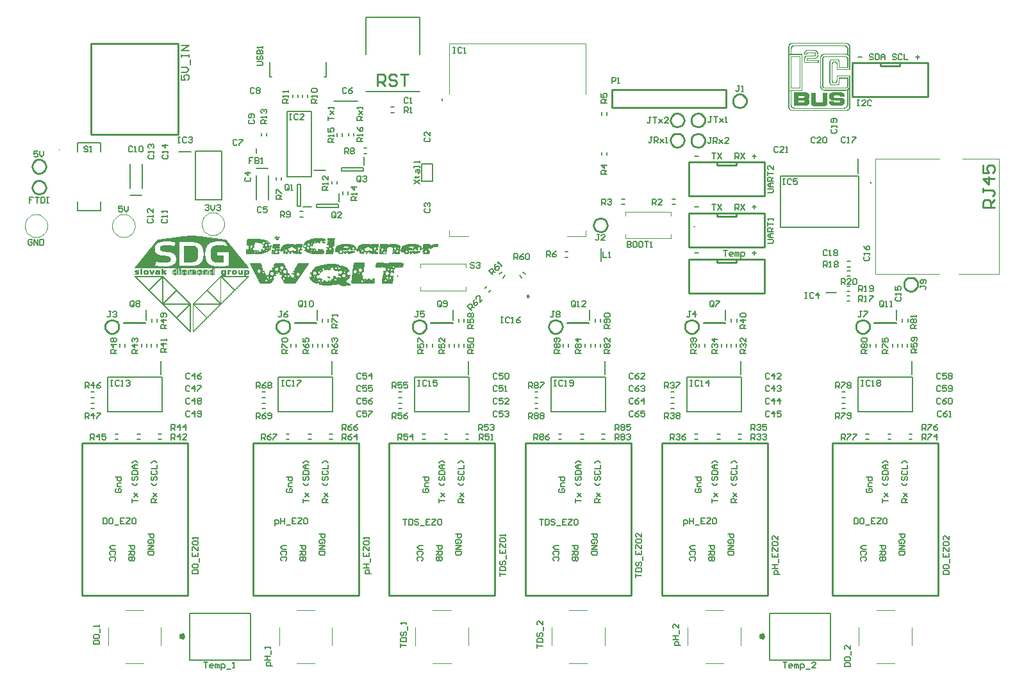
<source format=gto>
G04*
G04 #@! TF.GenerationSoftware,Altium Limited,Altium Designer,19.0.10 (269)*
G04*
G04 Layer_Color=65535*
%FSLAX25Y25*%
%MOIN*%
G70*
G01*
G75*
%ADD10C,0.00394*%
%ADD11C,0.00787*%
%ADD12C,0.01000*%
%ADD13C,0.00984*%
%ADD14C,0.00394*%
%ADD15C,0.00282*%
%ADD16C,0.01575*%
%ADD17C,0.00100*%
%ADD18C,0.00500*%
%ADD19C,0.00800*%
%ADD20C,0.00700*%
D10*
X-206906Y68500D02*
X-206825Y67528D01*
X-206586Y66583D01*
X-206194Y65689D01*
X-205660Y64873D01*
X-205000Y64155D01*
X-204230Y63556D01*
X-203372Y63092D01*
X-202450Y62775D01*
X-201488Y62615D01*
X-200512D01*
X-199550Y62775D01*
X-198628Y63092D01*
X-197770Y63556D01*
X-197000Y64155D01*
X-196340Y64873D01*
X-195806Y65689D01*
X-195414Y66583D01*
X-195175Y67528D01*
X-195095Y68500D01*
X-195175Y69472D01*
X-195414Y70417D01*
X-195806Y71311D01*
X-196340Y72127D01*
X-197000Y72845D01*
X-197770Y73444D01*
X-198628Y73908D01*
X-199550Y74225D01*
X-200512Y74385D01*
X-201488D01*
X-202450Y74225D01*
X-203372Y73908D01*
X-204230Y73444D01*
X-205000Y72845D01*
X-205660Y72127D01*
X-206194Y71311D01*
X-206586Y70417D01*
X-206825Y69472D01*
X-206906Y68500D01*
X-160406Y69500D02*
X-160325Y68528D01*
X-160085Y67582D01*
X-159694Y66689D01*
X-159160Y65873D01*
X-158500Y65155D01*
X-157730Y64556D01*
X-156872Y64092D01*
X-155950Y63775D01*
X-154988Y63615D01*
X-154012D01*
X-153050Y63775D01*
X-152128Y64092D01*
X-151270Y64556D01*
X-150500Y65155D01*
X-149840Y65873D01*
X-149306Y66689D01*
X-148915Y67582D01*
X-148675Y68528D01*
X-148594Y69500D01*
X-148675Y70472D01*
X-148915Y71417D01*
X-149306Y72311D01*
X-149840Y73127D01*
X-150500Y73845D01*
X-151270Y74444D01*
X-152128Y74908D01*
X-153050Y75225D01*
X-154012Y75385D01*
X-154988D01*
X-155950Y75225D01*
X-156872Y74908D01*
X-157730Y74444D01*
X-158500Y73845D01*
X-159160Y73127D01*
X-159694Y72311D01*
X-160085Y71417D01*
X-160325Y70472D01*
X-160406Y69500D01*
X-252406Y68500D02*
X-252325Y67528D01*
X-252085Y66583D01*
X-251694Y65689D01*
X-251160Y64873D01*
X-250500Y64155D01*
X-249730Y63556D01*
X-248872Y63092D01*
X-247950Y62775D01*
X-246988Y62615D01*
X-246012D01*
X-245050Y62775D01*
X-244128Y63092D01*
X-243270Y63556D01*
X-242500Y64155D01*
X-241840Y64873D01*
X-241306Y65689D01*
X-240915Y66583D01*
X-240675Y67528D01*
X-240595Y68500D01*
X-240675Y69472D01*
X-240915Y70417D01*
X-241306Y71311D01*
X-241840Y72127D01*
X-242500Y72845D01*
X-243270Y73444D01*
X-244128Y73908D01*
X-245050Y74225D01*
X-246012Y74385D01*
X-246988D01*
X-247950Y74225D01*
X-248872Y73908D01*
X-249730Y73444D01*
X-250500Y72845D01*
X-251160Y72127D01*
X-251694Y71311D01*
X-252085Y70417D01*
X-252325Y69472D01*
X-252406Y68500D01*
X235260Y103279D02*
X254472D01*
Y43279D02*
Y103279D01*
X233291Y43279D02*
X254472D01*
X189984D02*
X223449D01*
X189984D02*
Y103279D01*
X223449D01*
X-46516Y34787D02*
X-22894D01*
X-46516D02*
X-22894D01*
X-46516D02*
Y36756D01*
Y34787D02*
Y36756D01*
X-22894Y34787D02*
Y36756D01*
Y34787D02*
Y36756D01*
Y46598D02*
Y48567D01*
Y46598D02*
Y48567D01*
X-46516D02*
X-22894D01*
X-46516D02*
X-22894D01*
X-46516Y46598D02*
Y48567D01*
Y46598D02*
Y48567D01*
X83811Y61968D02*
Y63937D01*
Y61968D02*
Y63937D01*
X60189Y61968D02*
X83811D01*
X60189D02*
X83811D01*
X60189D02*
Y63937D01*
Y61968D02*
Y63937D01*
Y73779D02*
Y75748D01*
Y73779D02*
Y75748D01*
X83811Y73779D02*
Y75748D01*
Y73779D02*
Y75748D01*
X60189D02*
X83811D01*
X60189D02*
X83811D01*
X-31496Y136969D02*
Y163347D01*
X39370D01*
Y136969D02*
Y163347D01*
Y62953D02*
Y66102D01*
X29665Y62953D02*
X39370D01*
X-31496D02*
X-21516D01*
X-31496D02*
Y66102D01*
X30709Y-159153D02*
X40157D01*
X21654Y-150098D02*
Y-140650D01*
X30709Y-131595D02*
X40157D01*
X49213Y-150098D02*
Y-140650D01*
X-40157Y-159153D02*
X-30709D01*
X-49213Y-150098D02*
Y-140650D01*
X-40157Y-131595D02*
X-30709D01*
X-21654Y-150098D02*
Y-140650D01*
X101575Y-159153D02*
X111024D01*
X92520Y-150098D02*
Y-140650D01*
X101575Y-131595D02*
X111024D01*
X120079Y-150098D02*
Y-140650D01*
X-111024Y-159153D02*
X-101575D01*
X-120079Y-150098D02*
Y-140650D01*
X-111024Y-131595D02*
X-101575D01*
X-92520Y-150098D02*
Y-140650D01*
X190551Y-159153D02*
X200000D01*
X181496Y-150098D02*
Y-140650D01*
X190551Y-131595D02*
X200000D01*
X209055Y-150098D02*
Y-140650D01*
X-200000Y-159153D02*
X-190551D01*
X-209055Y-150098D02*
Y-140650D01*
X-200000Y-131595D02*
X-190551D01*
X-181496Y-150098D02*
Y-140650D01*
D11*
X187622Y91390D02*
Y90602D01*
Y91390D01*
X-58720Y42465D02*
X-58327D01*
X-58720D01*
X-58327D01*
X96016Y68071D02*
X95622D01*
X96016D01*
X95622D01*
X-35433Y134646D02*
Y133858D01*
Y134646D01*
X-75020Y157756D02*
Y177165D01*
X-47028D01*
Y157756D02*
Y177165D01*
X-75020Y138347D02*
X-47028D01*
X181276Y67716D02*
Y94488D01*
X140724Y67716D02*
X181276D01*
X140724D02*
Y94488D01*
X181276D01*
X181158Y95866D02*
Y103543D01*
X175436Y45018D02*
X177011D01*
X175436Y42262D02*
X177011D01*
X175213Y37144D02*
X176787D01*
X175213Y34388D02*
X176787D01*
X175436Y49878D02*
X177011D01*
X175436Y47122D02*
X177011D01*
X175213Y29418D02*
X176787D01*
X175213Y32174D02*
X176787D01*
X164244Y33797D02*
X169756D01*
X-61811Y127480D02*
X-60236D01*
X-61811Y130236D02*
X-60236D01*
X50378Y105213D02*
Y106787D01*
X47622Y105213D02*
Y106787D01*
X47622Y126024D02*
Y127598D01*
X50378Y126024D02*
Y127598D01*
X-132098Y82201D02*
Y94799D01*
X-125602Y82201D02*
Y94799D01*
X-131850Y98500D02*
X-125850D01*
X58024Y79622D02*
X59598D01*
X58024Y82378D02*
X59598D01*
X84402Y79622D02*
X85976D01*
X84402Y82378D02*
X85976D01*
X47345Y50200D02*
Y56696D01*
X28602Y52122D02*
X30177D01*
X28602Y54878D02*
X30177D01*
X-91696Y133444D02*
X-85200D01*
X-85696D02*
X-79200D01*
X-83878Y115213D02*
Y116787D01*
X-81122Y115213D02*
Y116787D01*
X-89878Y115165D02*
Y116740D01*
X-87122Y115165D02*
Y116740D01*
X-132000Y106319D02*
Y108681D01*
X-118799Y92213D02*
Y93787D01*
X-121555Y92213D02*
Y93787D01*
X-76095Y108878D02*
X-74520D01*
X-76095Y106122D02*
X-74520D01*
X-3582Y41469D02*
X-2469Y42582D01*
X-5531Y43418D02*
X-4418Y44531D01*
X-13031Y35918D02*
X-11918Y37031D01*
X-11082Y33969D02*
X-9969Y35082D01*
X-109240Y75878D02*
X-107665D01*
X-109240Y73122D02*
X-107665D01*
X-110716Y78551D02*
X-108945D01*
X-110716D02*
Y89969D01*
X-108945D01*
Y78551D02*
Y89969D01*
X-107567Y78354D02*
X-103433D01*
X-86878Y84713D02*
Y86287D01*
X-84122Y84713D02*
Y86287D01*
X-89882Y90213D02*
Y91787D01*
X-92638Y90213D02*
Y91787D01*
X-89291Y77945D02*
Y79716D01*
X-100709Y77945D02*
X-89291D01*
X-100709D02*
Y79716D01*
X-89291D01*
X-89095Y81094D02*
Y85228D01*
X-126622Y115213D02*
Y116787D01*
X-129378Y115213D02*
Y116787D01*
X-76291Y97035D02*
Y98807D01*
X-87709Y97035D02*
X-76291D01*
X-87709D02*
Y98807D01*
X-76291D01*
X-76095Y100185D02*
Y104319D01*
X-115799Y93976D02*
X-103201D01*
X-115799D02*
Y128024D01*
X-103201D01*
Y93976D02*
Y128024D01*
X-101823Y97516D02*
X-95819D01*
X-110256Y135260D02*
Y136835D01*
X-113012Y135260D02*
Y136835D01*
X-105138Y135260D02*
Y136835D01*
X-107894Y135260D02*
Y136835D01*
X-224905Y107083D02*
Y111716D01*
Y76284D02*
Y80917D01*
X-213094Y107083D02*
Y111716D01*
Y76284D02*
Y80917D01*
X-224905Y76284D02*
X-213094D01*
X-224905Y111716D02*
X-213094D01*
X-166756Y-157579D02*
Y-133169D01*
Y-157579D02*
X-134945D01*
Y-133169D01*
X-166756D02*
X-134945D01*
X134945Y-157579D02*
Y-133169D01*
Y-157579D02*
X166756D01*
Y-133169D01*
X134945D02*
X166756D01*
X-23819Y18311D02*
Y19886D01*
X-26575Y18311D02*
Y19886D01*
X98524Y5319D02*
Y6894D01*
X101279Y5319D02*
Y6894D01*
X41339Y19492D02*
Y24610D01*
X29685Y18114D02*
X41181D01*
X29685Y17720D02*
Y18114D01*
Y17720D02*
X41181D01*
Y18114D01*
X-29528Y19492D02*
Y24610D01*
X-41181Y18114D02*
X-29685D01*
X-41181Y17720D02*
Y18114D01*
Y17720D02*
X-29685D01*
Y18114D01*
X25295Y-42717D02*
X26870D01*
X25295Y-39961D02*
X26870D01*
X27657Y5319D02*
Y6894D01*
X30413Y5319D02*
Y6894D01*
X12882Y-18106D02*
X14457D01*
X12882Y-20862D02*
X14457D01*
X12882Y-26768D02*
X14457D01*
X12882Y-24012D02*
X14457D01*
X47047Y18311D02*
Y19886D01*
X44291Y18311D02*
Y19886D01*
X49606Y-28445D02*
Y-10335D01*
X21260Y-28445D02*
X49606D01*
X21260D02*
Y-10335D01*
X49606D01*
X49213Y-8957D02*
Y-1870D01*
X-94736Y18311D02*
Y19886D01*
X-97492Y18311D02*
Y19886D01*
X41902Y5319D02*
Y6894D01*
X39146Y5319D02*
Y6894D01*
X36783Y-39961D02*
X38358D01*
X36783Y-42717D02*
X38358D01*
X46996Y5319D02*
Y6894D01*
X44240Y5319D02*
Y6894D01*
X47783Y-42717D02*
X49358D01*
X47783Y-39961D02*
X49358D01*
X-43209Y5319D02*
Y6894D01*
X-40453Y5319D02*
Y6894D01*
X-57984Y-18106D02*
X-56409D01*
X-57984Y-20862D02*
X-56409D01*
X-45571Y-42717D02*
X-43996D01*
X-45571Y-39961D02*
X-43996D01*
X-57984Y-26768D02*
X-56410D01*
X-57984Y-24012D02*
X-56410D01*
X-23083Y-42717D02*
X-21508D01*
X-23083Y-39961D02*
X-21508D01*
X-34083D02*
X-32508D01*
X-34083Y-42717D02*
X-32508D01*
X-28965Y5319D02*
Y6894D01*
X-31721Y5319D02*
Y6894D01*
X-23870Y5319D02*
Y6894D01*
X-26626Y5319D02*
Y6894D01*
X112205Y19492D02*
Y24610D01*
X100551Y18114D02*
X112047D01*
X100551Y17720D02*
Y18114D01*
Y17720D02*
X112047D01*
Y18114D01*
X-100394Y19492D02*
Y24610D01*
X-112047Y18114D02*
X-100551D01*
X-112047Y17720D02*
Y18114D01*
Y17720D02*
X-100551D01*
Y18114D01*
X-114075Y5319D02*
Y6894D01*
X-111319Y5319D02*
Y6894D01*
X-128850Y-18106D02*
X-127276D01*
X-128850Y-20862D02*
X-127276D01*
X-128850Y-26768D02*
X-127276D01*
X-128850Y-24012D02*
X-127276D01*
X117913Y18311D02*
Y19886D01*
X115157Y18311D02*
Y19886D01*
X83748Y-18106D02*
X85323D01*
X83748Y-20862D02*
X85323D01*
X83748Y-26768D02*
X85323D01*
X83748Y-24012D02*
X85323D01*
X96161Y-42717D02*
X97736D01*
X96161Y-39961D02*
X97736D01*
X117862Y5319D02*
Y6894D01*
X115106Y5319D02*
Y6894D01*
X112768Y5319D02*
Y6894D01*
X110012Y5319D02*
Y6894D01*
X107650Y-39961D02*
X109224D01*
X107650Y-42717D02*
X109224D01*
X118650D02*
X120224D01*
X118650Y-39961D02*
X120224D01*
X-21260Y-28445D02*
Y-10335D01*
X-49606Y-28445D02*
X-21260D01*
X-49606D02*
Y-10335D01*
X-21260D01*
X-21654Y-8957D02*
Y-1870D01*
X120473Y-28445D02*
Y-10335D01*
X92126Y-28445D02*
X120473D01*
X92126D02*
Y-10335D01*
X120473D01*
X120079Y-8957D02*
Y-1870D01*
X-94736Y5319D02*
Y6894D01*
X-97492Y5319D02*
Y6894D01*
X-93949Y-42717D02*
X-92374D01*
X-93949Y-39961D02*
X-92374D01*
X-99831Y5319D02*
Y6894D01*
X-102587Y5319D02*
Y6894D01*
X-104949Y-39961D02*
X-103374D01*
X-104949Y-42717D02*
X-103374D01*
X-116437D02*
X-114862D01*
X-116437Y-39961D02*
X-114862D01*
X-92126Y-28445D02*
Y-10335D01*
X-120473Y-28445D02*
X-92126D01*
X-120473D02*
Y-10335D01*
X-92126D01*
X-92520Y-8957D02*
Y-1870D01*
X206890Y18311D02*
Y19886D01*
X204134Y18311D02*
Y19886D01*
X206839Y5319D02*
Y6894D01*
X204083Y5319D02*
Y6894D01*
X207626Y-42717D02*
X209201D01*
X207626Y-39961D02*
X209201D01*
X201744Y5319D02*
Y6894D01*
X198988Y5319D02*
Y6894D01*
X187500Y5319D02*
Y6894D01*
X190256Y5319D02*
Y6894D01*
X172724Y-18106D02*
X174299D01*
X172724Y-20862D02*
X174299D01*
X172724Y-26768D02*
X174299D01*
X172724Y-24012D02*
X174299D01*
X185138Y-42717D02*
X186713D01*
X185138Y-39961D02*
X186713D01*
X196626D02*
X198201D01*
X196626Y-42717D02*
X198201D01*
X-217827Y-18106D02*
X-216252D01*
X-217827Y-20862D02*
X-216252D01*
X-183661Y18311D02*
Y19886D01*
X-186417Y18311D02*
Y19886D01*
X-217827Y-26768D02*
X-216252D01*
X-217827Y-24012D02*
X-216252D01*
X-189370Y19492D02*
Y24610D01*
X-201024Y18114D02*
X-189528D01*
X-201024Y17720D02*
Y18114D01*
Y17720D02*
X-189528D01*
Y18114D01*
X-203051Y5319D02*
Y6894D01*
X-200295Y5319D02*
Y6894D01*
X-205413Y-42717D02*
X-203839D01*
X-205413Y-39961D02*
X-203839D01*
X-183713Y5319D02*
Y6894D01*
X-186469Y5319D02*
Y6894D01*
X-182925Y-42717D02*
X-181350D01*
X-182925Y-39961D02*
X-181350D01*
X-188807Y5319D02*
Y6894D01*
X-191563Y5319D02*
Y6894D01*
X-193925Y-39961D02*
X-192350D01*
X-193925Y-42717D02*
X-192350D01*
X-181102Y-28445D02*
Y-10335D01*
X-209449Y-28445D02*
X-181102D01*
X-209449D02*
Y-10335D01*
X-181102D01*
X-181496Y-8957D02*
Y-1870D01*
X4906Y42582D02*
X6019Y41469D01*
X6855Y44531D02*
X7968Y43418D01*
X-163646Y107539D02*
X-149866D01*
Y81949D02*
Y107539D01*
X-163646Y81949D02*
X-149866D01*
X-163646D02*
Y107539D01*
X-172406Y107047D02*
X-165909D01*
X-197500Y84500D02*
X-191500D01*
X-197748Y88201D02*
Y100799D01*
X-191252Y88201D02*
Y100799D01*
X209055Y-8957D02*
Y-1870D01*
X181102Y-10335D02*
X209449D01*
X181102Y-28445D02*
Y-10335D01*
Y-28445D02*
X209449D01*
Y-10335D01*
X201024Y17720D02*
Y18114D01*
X189528Y17720D02*
X201024D01*
X189528D02*
Y18114D01*
X201024D01*
X201181Y19492D02*
Y24610D01*
D12*
X212078Y38000D02*
X211933Y39008D01*
X211510Y39934D01*
X210843Y40704D01*
X209986Y41254D01*
X209009Y41541D01*
X207991D01*
X207014Y41254D01*
X206157Y40704D01*
X205490Y39934D01*
X205067Y39008D01*
X204922Y38000D01*
X205067Y36992D01*
X205490Y36066D01*
X206157Y35296D01*
X207014Y34746D01*
X207991Y34459D01*
X209009D01*
X209986Y34746D01*
X210843Y35296D01*
X211510Y36066D01*
X211933Y36992D01*
X212078Y38000D01*
X-241422Y88500D02*
X-241567Y89508D01*
X-241990Y90434D01*
X-242657Y91204D01*
X-243514Y91754D01*
X-244491Y92041D01*
X-245509D01*
X-246486Y91754D01*
X-247343Y91204D01*
X-248010Y90434D01*
X-248433Y89508D01*
X-248578Y88500D01*
X-248433Y87492D01*
X-248010Y86566D01*
X-247343Y85796D01*
X-246486Y85246D01*
X-245509Y84959D01*
X-244491D01*
X-243514Y85246D01*
X-242657Y85796D01*
X-241990Y86566D01*
X-241567Y87492D01*
X-241422Y88500D01*
Y99370D02*
X-241567Y100378D01*
X-241990Y101304D01*
X-242657Y102074D01*
X-243514Y102624D01*
X-244491Y102911D01*
X-245509D01*
X-246486Y102624D01*
X-247343Y102074D01*
X-248010Y101304D01*
X-248433Y100378D01*
X-248578Y99370D01*
X-248433Y98362D01*
X-248010Y97436D01*
X-247343Y96666D01*
X-246486Y96116D01*
X-245509Y95829D01*
X-244491D01*
X-243514Y96116D01*
X-242657Y96666D01*
X-241990Y97436D01*
X-241567Y98362D01*
X-241422Y99370D01*
X123078Y133500D02*
X122933Y134508D01*
X122510Y135434D01*
X121843Y136204D01*
X120986Y136754D01*
X120009Y137041D01*
X118991D01*
X118014Y136754D01*
X117157Y136204D01*
X116490Y135434D01*
X116067Y134508D01*
X115922Y133500D01*
X116067Y132492D01*
X116490Y131566D01*
X117157Y130796D01*
X118014Y130246D01*
X118991Y129959D01*
X120009D01*
X120986Y130246D01*
X121843Y130796D01*
X122510Y131566D01*
X122933Y132492D01*
X123078Y133500D01*
X101401Y112879D02*
X101256Y113887D01*
X100833Y114813D01*
X100166Y115583D01*
X99309Y116133D01*
X98332Y116420D01*
X97314D01*
X96337Y116133D01*
X95480Y115583D01*
X94813Y114813D01*
X94390Y113887D01*
X94245Y112879D01*
X94390Y111871D01*
X94813Y110944D01*
X95480Y110175D01*
X96337Y109624D01*
X97314Y109337D01*
X98332D01*
X99309Y109624D01*
X100166Y110175D01*
X100833Y110944D01*
X101256Y111871D01*
X101401Y112879D01*
Y123500D02*
X101256Y124508D01*
X100833Y125434D01*
X100166Y126204D01*
X99309Y126754D01*
X98332Y127041D01*
X97314D01*
X96337Y126754D01*
X95480Y126204D01*
X94813Y125434D01*
X94390Y124508D01*
X94245Y123500D01*
X94390Y122492D01*
X94813Y121566D01*
X95480Y120796D01*
X96337Y120246D01*
X97314Y119959D01*
X98332D01*
X99309Y120246D01*
X100166Y120796D01*
X100833Y121566D01*
X101256Y122492D01*
X101401Y123500D01*
X90566D02*
X90421Y124508D01*
X89998Y125434D01*
X89331Y126204D01*
X88474Y126754D01*
X87497Y127041D01*
X86479D01*
X85502Y126754D01*
X84645Y126204D01*
X83978Y125434D01*
X83555Y124508D01*
X83411Y123500D01*
X83555Y122492D01*
X83978Y121566D01*
X84645Y120796D01*
X85502Y120246D01*
X86479Y119959D01*
X87497D01*
X88474Y120246D01*
X89331Y120796D01*
X89998Y121566D01*
X90421Y122492D01*
X90566Y123500D01*
X90578Y113000D02*
X90433Y114008D01*
X90010Y114934D01*
X89343Y115704D01*
X88486Y116254D01*
X87509Y116541D01*
X86491D01*
X85514Y116254D01*
X84657Y115704D01*
X83990Y114934D01*
X83567Y114008D01*
X83422Y113000D01*
X83567Y111992D01*
X83990Y111066D01*
X84657Y110296D01*
X85514Y109746D01*
X86491Y109459D01*
X87509D01*
X88486Y109746D01*
X89343Y110296D01*
X90010Y111066D01*
X90433Y111992D01*
X90578Y113000D01*
X50648Y68858D02*
X50503Y69866D01*
X50080Y70793D01*
X49413Y71562D01*
X48557Y72113D01*
X47579Y72400D01*
X46561D01*
X45584Y72113D01*
X44727Y71562D01*
X44061Y70793D01*
X43637Y69866D01*
X43493Y68858D01*
X43637Y67850D01*
X44061Y66924D01*
X44727Y66154D01*
X45584Y65604D01*
X46561Y65317D01*
X47579D01*
X48557Y65604D01*
X49413Y66154D01*
X50080Y66924D01*
X50503Y67850D01*
X50648Y68858D01*
X27247Y15949D02*
X27102Y16957D01*
X26679Y17883D01*
X26012Y18653D01*
X25155Y19203D01*
X24179Y19490D01*
X23160D01*
X22183Y19203D01*
X21326Y18653D01*
X20660Y17883D01*
X20236Y16957D01*
X20092Y15949D01*
X20236Y14941D01*
X20660Y14015D01*
X21326Y13245D01*
X22183Y12694D01*
X23160Y12408D01*
X24179D01*
X25155Y12694D01*
X26012Y13245D01*
X26679Y14015D01*
X27102Y14941D01*
X27247Y15949D01*
X-43619D02*
X-43764Y16957D01*
X-44187Y17883D01*
X-44854Y18653D01*
X-45711Y19203D01*
X-46688Y19490D01*
X-47706D01*
X-48683Y19203D01*
X-49540Y18653D01*
X-50207Y17883D01*
X-50630Y16957D01*
X-50775Y15949D01*
X-50630Y14941D01*
X-50207Y14015D01*
X-49540Y13245D01*
X-48683Y12694D01*
X-47706Y12408D01*
X-46688D01*
X-45711Y12694D01*
X-44854Y13245D01*
X-44187Y14015D01*
X-43764Y14941D01*
X-43619Y15949D01*
X98113D02*
X97968Y16957D01*
X97545Y17883D01*
X96878Y18653D01*
X96022Y19203D01*
X95045Y19490D01*
X94026D01*
X93049Y19203D01*
X92193Y18653D01*
X91526Y17883D01*
X91103Y16957D01*
X90958Y15949D01*
X91103Y14941D01*
X91526Y14015D01*
X92193Y13245D01*
X93049Y12694D01*
X94026Y12408D01*
X95045D01*
X96022Y12694D01*
X96878Y13245D01*
X97545Y14015D01*
X97968Y14941D01*
X98113Y15949D01*
X-114485D02*
X-114630Y16957D01*
X-115053Y17883D01*
X-115720Y18653D01*
X-116577Y19203D01*
X-117554Y19490D01*
X-118572D01*
X-119549Y19203D01*
X-120406Y18653D01*
X-121073Y17883D01*
X-121496Y16957D01*
X-121641Y15949D01*
X-121496Y14941D01*
X-121073Y14015D01*
X-120406Y13245D01*
X-119549Y12694D01*
X-118572Y12408D01*
X-117554D01*
X-116577Y12694D01*
X-115720Y13245D01*
X-115053Y14015D01*
X-114630Y14941D01*
X-114485Y15949D01*
X-203462D02*
X-203607Y16957D01*
X-204030Y17883D01*
X-204696Y18653D01*
X-205553Y19203D01*
X-206530Y19490D01*
X-207548D01*
X-208526Y19203D01*
X-209382Y18653D01*
X-210049Y17883D01*
X-210472Y16957D01*
X-210617Y15949D01*
X-210472Y14941D01*
X-210049Y14015D01*
X-209382Y13245D01*
X-208526Y12694D01*
X-207548Y12408D01*
X-206530D01*
X-205553Y12694D01*
X-204696Y13245D01*
X-204030Y14015D01*
X-203607Y14941D01*
X-203462Y15949D01*
X187090D02*
X186945Y16957D01*
X186522Y17883D01*
X185855Y18653D01*
X184998Y19203D01*
X184021Y19490D01*
X183003D01*
X182026Y19203D01*
X181169Y18653D01*
X180502Y17883D01*
X180079Y16957D01*
X179934Y15949D01*
X180079Y14941D01*
X180502Y14015D01*
X181169Y13245D01*
X182026Y12694D01*
X183003Y12408D01*
X184021D01*
X184998Y12694D01*
X185855Y13245D01*
X186522Y14015D01*
X186945Y14941D01*
X187090Y15949D01*
X107767Y100000D02*
Y101693D01*
Y100000D02*
X117767D01*
Y101693D01*
X93082Y83976D02*
Y101693D01*
X132452Y83976D02*
Y101693D01*
X93082Y83976D02*
X132452D01*
X93082Y101693D02*
X132452D01*
X107767Y73500D02*
Y75193D01*
Y73500D02*
X117767D01*
Y75193D01*
X93082Y57476D02*
Y75193D01*
X132452Y57476D02*
Y75193D01*
X93082Y57476D02*
X132452D01*
X93082Y75193D02*
X132452D01*
X192677Y151643D02*
Y153336D01*
Y151643D02*
X202677D01*
Y153336D01*
X177992Y135620D02*
Y153336D01*
X217362Y135620D02*
Y153336D01*
X177992Y135620D02*
X217362D01*
X177992Y153336D02*
X217362D01*
X107767Y49387D02*
Y51080D01*
Y49387D02*
X117767D01*
Y51080D01*
X93082Y33363D02*
Y51080D01*
X132452Y33363D02*
Y51080D01*
X93082Y33363D02*
X132452D01*
X93082Y51080D02*
X132452D01*
X-217885Y116142D02*
X-172610D01*
X-217885D02*
Y163386D01*
X-172610Y116142D02*
Y163386D01*
X-217885D02*
X-172610D01*
X7995Y-123960D02*
X62995D01*
X7995D02*
Y-44590D01*
X62995D01*
Y-123960D02*
Y-44590D01*
X-62871Y-123960D02*
X-7871D01*
X-62871D02*
Y-44590D01*
X-7871D01*
Y-123960D02*
Y-44590D01*
X78924Y-123960D02*
X133924D01*
X78924D02*
Y-44590D01*
X133924D01*
Y-123960D02*
Y-44590D01*
X-133674Y-123960D02*
X-78674D01*
X-133674D02*
Y-44590D01*
X-78674D01*
Y-123960D02*
Y-44590D01*
X222776Y-123960D02*
Y-44590D01*
X167776D02*
X222776D01*
X167776Y-123960D02*
Y-44590D01*
Y-123960D02*
X222776D01*
X-167776D02*
Y-44590D01*
X-222776D02*
X-167776D01*
X-222776Y-123960D02*
Y-44590D01*
Y-123960D02*
X-167776D01*
X53000Y130000D02*
Y139500D01*
X112500D01*
X53000Y130000D02*
X112500D01*
Y139500D01*
X-69000Y141500D02*
Y147498D01*
X-66001D01*
X-65001Y146498D01*
Y144499D01*
X-66001Y143499D01*
X-69000D01*
X-67001D02*
X-65001Y141500D01*
X-59003Y146498D02*
X-60003Y147498D01*
X-62002D01*
X-63002Y146498D01*
Y145499D01*
X-62002Y144499D01*
X-60003D01*
X-59003Y143499D01*
Y142500D01*
X-60003Y141500D01*
X-62002D01*
X-63002Y142500D01*
X-57004Y147498D02*
X-53005D01*
X-55005D01*
Y141500D01*
X252000Y78102D02*
X246002D01*
Y81101D01*
X247002Y82101D01*
X249001D01*
X250001Y81101D01*
Y78102D01*
Y80102D02*
X252000Y82101D01*
X246002Y88099D02*
Y86100D01*
Y87099D01*
X251000D01*
X252000Y86100D01*
Y85100D01*
X251000Y84100D01*
X252000Y93097D02*
X246002D01*
X249001Y90098D01*
Y94097D01*
X246002Y100095D02*
Y96096D01*
X249001D01*
X248001Y98096D01*
Y99095D01*
X249001Y100095D01*
X251000D01*
X252000Y99095D01*
Y97096D01*
X251000Y96096D01*
D13*
X9767Y31850D02*
X9029Y32276D01*
Y31424D01*
X9767Y31850D01*
D14*
X-103740Y143933D02*
D03*
D15*
X-234622Y107945D02*
Y108228D01*
Y107945D01*
D16*
X-169822Y-145252D02*
X-170416Y-144435D01*
X-171376Y-144747D01*
Y-145757D01*
X-170416Y-146069D01*
X-169822Y-145252D01*
X131879D02*
X131285Y-144435D01*
X130325Y-144747D01*
Y-145757D01*
X131285Y-146069D01*
X131879Y-145252D01*
D17*
X-121600Y63000D02*
X-121500D01*
X-121800Y62900D02*
X-121400D01*
X-122000Y62800D02*
X-121200D01*
X-120700D02*
X-120300D01*
X-122200Y62700D02*
X-120100D01*
X-122400Y62600D02*
X-121700D01*
X-121200D02*
X-120300D01*
X-122500Y62500D02*
X-121700D01*
X-121100D02*
X-120400D01*
X-122500Y62400D02*
X-121800D01*
X-121100D02*
X-120500D01*
X-122200Y62300D02*
X-121800D01*
X-121100D02*
X-120600D01*
X-122100Y62200D02*
X-121800D01*
X-121100D02*
X-120600D01*
X-122000Y62100D02*
X-121700D01*
X-121200D02*
X-120700D01*
X-101200D02*
X-98800D01*
X-94800D02*
X-91600D01*
X-122000Y62000D02*
X-121600D01*
X-121300D02*
X-120700D01*
X-101900D02*
X-97900D01*
X-94900D02*
X-91500D01*
X-121900Y61900D02*
X-120700D01*
X-102400D02*
X-97300D01*
X-94900D02*
X-91400D01*
X-121700Y61800D02*
X-120600D01*
X-102800D02*
X-96700D01*
X-94900D02*
X-91400D01*
X-136300Y61700D02*
X-131000D01*
X-121600D02*
X-120600D01*
X-103200D02*
X-96300D01*
X-95000D02*
X-91400D01*
X-136600Y61600D02*
X-129900D01*
X-121600D02*
X-120600D01*
X-103600D02*
X-96300D01*
X-95000D02*
X-91400D01*
X-136700Y61500D02*
X-129100D01*
X-121600D02*
X-120600D01*
X-103900D02*
X-96300D01*
X-95000D02*
X-91500D01*
X-136700Y61400D02*
X-128500D01*
X-121700D02*
X-120800D01*
X-104200D02*
X-96200D01*
X-95000D02*
X-91500D01*
X-136700Y61300D02*
X-128100D01*
X-121900D02*
X-121100D01*
X-104400D02*
X-96200D01*
X-95000D02*
X-91500D01*
X-136700Y61200D02*
X-127800D01*
X-104700D02*
X-96200D01*
X-95000D02*
X-94900D01*
X-94600D02*
X-91500D01*
X-136700Y61100D02*
X-127500D01*
X-104900D02*
X-99400D01*
X-99200D02*
X-96200D01*
X-94400D02*
X-91500D01*
X-136700Y61000D02*
X-127200D01*
X-105100D02*
X-99600D01*
X-99100D02*
X-96200D01*
X-94300D02*
X-91500D01*
X-136800Y60900D02*
X-127000D01*
X-105300D02*
X-99600D01*
X-99100D02*
X-96900D01*
X-96600D02*
X-96200D01*
X-94300D02*
X-91500D01*
X-136800Y60800D02*
X-126700D01*
X-105500D02*
X-99600D01*
X-99100D02*
X-98700D01*
X-97900D02*
X-97000D01*
X-96400D02*
X-96200D01*
X-94300D02*
X-91500D01*
X-136800Y60700D02*
X-126500D01*
X-105600D02*
X-101700D01*
X-101500D02*
X-99600D01*
X-99100D02*
X-98800D01*
X-97800D02*
X-97100D01*
X-96300D02*
X-96200D01*
X-94300D02*
X-91500D01*
X-136800Y60600D02*
X-129500D01*
X-129300D02*
X-127000D01*
X-126600D02*
X-126300D01*
X-105800D02*
X-101900D01*
X-101300D02*
X-99400D01*
X-99300D02*
X-98900D01*
X-97700D02*
X-97200D01*
X-94300D02*
X-91500D01*
X-136800Y60500D02*
X-129600D01*
X-129200D02*
X-127100D01*
X-126400D02*
X-126100D01*
X-106000D02*
X-102000D01*
X-101200D02*
X-99000D01*
X-97600D02*
X-97200D01*
X-94400D02*
X-91500D01*
X-136800Y60400D02*
X-129700D01*
X-129200D02*
X-128700D01*
X-128000D02*
X-127200D01*
X-126400D02*
X-126100D01*
X-106100D02*
X-102100D01*
X-101200D02*
X-99000D01*
X-97600D02*
X-97200D01*
X-95100D02*
X-94900D01*
X-94500D02*
X-91500D01*
X-136800Y60300D02*
X-129700D01*
X-129200D02*
X-128800D01*
X-127800D02*
X-127200D01*
X-126300D02*
X-126100D01*
X-106300D02*
X-102900D01*
X-102600D02*
X-102100D01*
X-101200D02*
X-99000D01*
X-97600D02*
X-97200D01*
X-95100D02*
X-91500D01*
X-136800Y60200D02*
X-129600D01*
X-129200D02*
X-128900D01*
X-127700D02*
X-127200D01*
X-126300D02*
X-126100D01*
X-106400D02*
X-102900D01*
X-102600D02*
X-102100D01*
X-101200D02*
X-99000D01*
X-97600D02*
X-97100D01*
X-95100D02*
X-91500D01*
X-136800Y60100D02*
X-129500D01*
X-129300D02*
X-129000D01*
X-127700D02*
X-127200D01*
X-126300D02*
X-126100D01*
X-106600D02*
X-102800D01*
X-102600D02*
X-102000D01*
X-101200D02*
X-100300D01*
X-100100D02*
X-99000D01*
X-97600D02*
X-97000D01*
X-96400D02*
X-96300D01*
X-95100D02*
X-91600D01*
X-136800Y60000D02*
X-131800D01*
X-131500D02*
X-129000D01*
X-127600D02*
X-127200D01*
X-126400D02*
X-126000D01*
X-106700D02*
X-102000D01*
X-101300D02*
X-100600D01*
X-99800D02*
X-99000D01*
X-97600D02*
X-96800D01*
X-96600D02*
X-96400D01*
X-95000D02*
X-91600D01*
X-136900Y59900D02*
X-132900D01*
X-131400D02*
X-129000D01*
X-127600D02*
X-127100D01*
X-126400D02*
X-125900D01*
X-106800D02*
X-102700D01*
X-102300D02*
X-101800D01*
X-101400D02*
X-100700D01*
X-99700D02*
X-99000D01*
X-97600D02*
X-96400D01*
X-94900D02*
X-94600D01*
X-94400D02*
X-91600D01*
X-136900Y59800D02*
X-133000D01*
X-130900D02*
X-129100D01*
X-127600D02*
X-127000D01*
X-126500D02*
X-125300D01*
X-106800D02*
X-102700D01*
X-102300D02*
X-100800D01*
X-99600D02*
X-98900D01*
X-97700D02*
X-96400D01*
X-94800D02*
X-94600D01*
X-94300D02*
X-91600D01*
X-136900Y59700D02*
X-133000D01*
X-130200D02*
X-129100D01*
X-127600D02*
X-125200D01*
X-106900D02*
X-106100D01*
X-105700D02*
X-102700D01*
X-102300D02*
X-102200D01*
X-96700D02*
X-96400D01*
X-94800D02*
X-94600D01*
X-94300D02*
X-91600D01*
X-136900Y59600D02*
X-133100D01*
X-129700D02*
X-129000D01*
X-127600D02*
X-125100D01*
X-106900D02*
X-106100D01*
X-105600D02*
X-102700D01*
X-94800D02*
X-94600D01*
X-94400D02*
X-91600D01*
X-136900Y59500D02*
X-133100D01*
X-129400D02*
X-129000D01*
X-127600D02*
X-125300D01*
X-107000D02*
X-106100D01*
X-105600D02*
X-105200D01*
X-104500D02*
X-103600D01*
X-103000D02*
X-102400D01*
X-94800D02*
X-91600D01*
X-136900Y59400D02*
X-133100D01*
X-129300D02*
X-129000D01*
X-127700D02*
X-125600D01*
X-107000D02*
X-106100D01*
X-105700D02*
X-105300D01*
X-104400D02*
X-103600D01*
X-102900D02*
X-102500D01*
X-94900D02*
X-91600D01*
X-136900Y59300D02*
X-133100D01*
X-129200D02*
X-128900D01*
X-127800D02*
X-125700D01*
X-107100D02*
X-106000D01*
X-105800D02*
X-105400D01*
X-104300D02*
X-103700D01*
X-102800D02*
X-102600D01*
X-94900D02*
X-91600D01*
X-136900Y59200D02*
X-133100D01*
X-129100D02*
X-128800D01*
X-127900D02*
X-127300D01*
X-126600D02*
X-125800D01*
X-107100D02*
X-105500D01*
X-104200D02*
X-103700D01*
X-102800D02*
X-102600D01*
X-95100D02*
X-91600D01*
X-136900Y59100D02*
X-133100D01*
X-129000D02*
X-128600D01*
X-128000D02*
X-127400D01*
X-126400D02*
X-125800D01*
X-115500D02*
X-113500D01*
X-107200D02*
X-105500D01*
X-104200D02*
X-103700D01*
X-102800D02*
X-102600D01*
X-95200D02*
X-91600D01*
X-86900D02*
X-85500D01*
X-75900D02*
X-73800D01*
X-52700D02*
X-51400D01*
X-38800D02*
X-37800D01*
X-136900Y59000D02*
X-133200D01*
X-128900D02*
X-127500D01*
X-126300D02*
X-125900D01*
X-123100D02*
X-120800D01*
X-116000D02*
X-113000D01*
X-111000D02*
X-108200D01*
X-107200D02*
X-105600D01*
X-104100D02*
X-103700D01*
X-102800D02*
X-102700D01*
X-95300D02*
X-91700D01*
X-87200D02*
X-84400D01*
X-76400D02*
X-73400D01*
X-71400D02*
X-68500D01*
X-67400D02*
X-64100D01*
X-62100D02*
X-60200D01*
X-53100D02*
X-50200D01*
X-45000D02*
X-42300D01*
X-39300D02*
X-37700D01*
X-137000Y58900D02*
X-133200D01*
X-128800D02*
X-127600D01*
X-126300D02*
X-125900D01*
X-123300D02*
X-120700D01*
X-120300D02*
X-120000D01*
X-116500D02*
X-112600D01*
X-111400D02*
X-108100D01*
X-107200D02*
X-105600D01*
X-104100D02*
X-103700D01*
X-102900D02*
X-102700D01*
X-95300D02*
X-93200D01*
X-92900D02*
X-91700D01*
X-87500D02*
X-83200D01*
X-76800D02*
X-73000D01*
X-71800D02*
X-68500D01*
X-67500D02*
X-63900D01*
X-62700D02*
X-59400D01*
X-53400D02*
X-49100D01*
X-45100D02*
X-41800D01*
X-39600D02*
X-37700D01*
X-137000Y58800D02*
X-133200D01*
X-128300D02*
X-127600D01*
X-126200D02*
X-125900D01*
X-123400D02*
X-119900D01*
X-116900D02*
X-112300D01*
X-111500D02*
X-108200D01*
X-107300D02*
X-106400D01*
X-106300D02*
X-105600D01*
X-104100D02*
X-103600D01*
X-102900D02*
X-102700D01*
X-95300D02*
X-95100D01*
X-94700D02*
X-93300D01*
X-92800D02*
X-91700D01*
X-87900D02*
X-82300D01*
X-77200D02*
X-72600D01*
X-71900D02*
X-68500D01*
X-67600D02*
X-63900D01*
X-63200D02*
X-58900D01*
X-53700D02*
X-48200D01*
X-45200D02*
X-41700D01*
X-40000D02*
X-37700D01*
X-137000Y58700D02*
X-135900D01*
X-135700D02*
X-133400D01*
X-128200D02*
X-127700D01*
X-126200D02*
X-125900D01*
X-123400D02*
X-119900D01*
X-117200D02*
X-111900D01*
X-111600D02*
X-108200D01*
X-107300D02*
X-107100D01*
X-106100D02*
X-105600D01*
X-104100D02*
X-103400D01*
X-103100D02*
X-102800D01*
X-94500D02*
X-93300D01*
X-92800D02*
X-91700D01*
X-88200D02*
X-82000D01*
X-77600D02*
X-72300D01*
X-72000D02*
X-68500D01*
X-67600D02*
X-58500D01*
X-54100D02*
X-47900D01*
X-45300D02*
X-41700D01*
X-40300D02*
X-37700D01*
X-137000Y58600D02*
X-136000D01*
X-135600D02*
X-133500D01*
X-128200D02*
X-127700D01*
X-126200D02*
X-125900D01*
X-123400D02*
X-119900D01*
X-117600D02*
X-108200D01*
X-107400D02*
X-107200D01*
X-106100D02*
X-105600D01*
X-104200D02*
X-102800D01*
X-94400D02*
X-93300D01*
X-92800D02*
X-91700D01*
X-88500D02*
X-81800D01*
X-77900D02*
X-68500D01*
X-67600D02*
X-58200D01*
X-54400D02*
X-47700D01*
X-45300D02*
X-41700D01*
X-40600D02*
X-37700D01*
X-137000Y58500D02*
X-136800D01*
X-136400D02*
X-136100D01*
X-135600D02*
X-135100D01*
X-134400D02*
X-133600D01*
X-128200D02*
X-127700D01*
X-126200D02*
X-125900D01*
X-123500D02*
X-119900D01*
X-117800D02*
X-108200D01*
X-107400D02*
X-107300D01*
X-106100D02*
X-105500D01*
X-104200D02*
X-102800D01*
X-94300D02*
X-93300D01*
X-92800D02*
X-91700D01*
X-88900D02*
X-81700D01*
X-78200D02*
X-68500D01*
X-67600D02*
X-58000D01*
X-54700D02*
X-47600D01*
X-45300D02*
X-41700D01*
X-40900D02*
X-37700D01*
X-136200Y58400D02*
X-136100D01*
X-135600D02*
X-135200D01*
X-134200D02*
X-133600D01*
X-128200D02*
X-127700D01*
X-126200D02*
X-125800D01*
X-123500D02*
X-120000D01*
X-118000D02*
X-108200D01*
X-107500D02*
X-107400D01*
X-106100D02*
X-105400D01*
X-104300D02*
X-102900D01*
X-94300D02*
X-93100D01*
X-92900D02*
X-91700D01*
X-89200D02*
X-81600D01*
X-78400D02*
X-68600D01*
X-67700D02*
X-57800D01*
X-55100D02*
X-47400D01*
X-45300D02*
X-41700D01*
X-41200D02*
X-37700D01*
X-135600Y58300D02*
X-135300D01*
X-134100D02*
X-133700D01*
X-128200D02*
X-127700D01*
X-126200D02*
X-125700D01*
X-124500D02*
X-124400D01*
X-123500D02*
X-120200D01*
X-118200D02*
X-108200D01*
X-107500D02*
X-107400D01*
X-106100D02*
X-105300D01*
X-104400D02*
X-102900D01*
X-94200D02*
X-91700D01*
X-89500D02*
X-81400D01*
X-78500D02*
X-68600D01*
X-67700D02*
X-57700D01*
X-55400D02*
X-47300D01*
X-45300D02*
X-37700D01*
X-136000Y58200D02*
X-135900D01*
X-135800D02*
X-135400D01*
X-134100D02*
X-133600D01*
X-128300D02*
X-127600D01*
X-126200D02*
X-125600D01*
X-124600D02*
X-124400D01*
X-123500D02*
X-120300D01*
X-118300D02*
X-108200D01*
X-107600D02*
X-107500D01*
X-106100D02*
X-105200D01*
X-104500D02*
X-103900D01*
X-103300D02*
X-102900D01*
X-94200D02*
X-93600D01*
X-93200D02*
X-91800D01*
X-89900D02*
X-81300D01*
X-78600D02*
X-68600D01*
X-67700D02*
X-57600D01*
X-55700D02*
X-47100D01*
X-45300D02*
X-37700D01*
X-136000Y58100D02*
X-135400D01*
X-134000D02*
X-133600D01*
X-128300D02*
X-127600D01*
X-126300D02*
X-125500D01*
X-124800D02*
X-124400D01*
X-123500D02*
X-120300D01*
X-118300D02*
X-108200D01*
X-107600D02*
X-107500D01*
X-106000D02*
X-104000D01*
X-103100D02*
X-103000D01*
X-94200D02*
X-93600D01*
X-93100D02*
X-92000D01*
X-90000D02*
X-81200D01*
X-78700D02*
X-68600D01*
X-67700D02*
X-57800D01*
X-55900D02*
X-47000D01*
X-45300D02*
X-37700D01*
X-135900Y58000D02*
X-135400D01*
X-134000D02*
X-133500D01*
X-128300D02*
X-127500D01*
X-126400D02*
X-125200D01*
X-125000D02*
X-124400D01*
X-123500D02*
X-121100D01*
X-120900D02*
X-120400D01*
X-118400D02*
X-108300D01*
X-107600D02*
X-107500D01*
X-106000D02*
X-104100D01*
X-94200D02*
X-93700D01*
X-93000D02*
X-92200D01*
X-90200D02*
X-86000D01*
X-85100D02*
X-81000D01*
X-78700D02*
X-68600D01*
X-67700D02*
X-57900D01*
X-56000D02*
X-51800D01*
X-50900D02*
X-46900D01*
X-45300D02*
X-38000D01*
X-135900Y57900D02*
X-135500D01*
X-134000D02*
X-133400D01*
X-128400D02*
X-127300D01*
X-126500D02*
X-124400D01*
X-123600D02*
X-121200D01*
X-120900D02*
X-120400D01*
X-118400D02*
X-108300D01*
X-107600D02*
X-107500D01*
X-106100D02*
X-105400D01*
X-104900D02*
X-104200D01*
X-94200D02*
X-93700D01*
X-93000D02*
X-92300D01*
X-90300D02*
X-86300D01*
X-84600D02*
X-80900D01*
X-78800D02*
X-68600D01*
X-67700D02*
X-57800D01*
X-57600D02*
X-57400D01*
X-56100D02*
X-52200D01*
X-50500D02*
X-46700D01*
X-45400D02*
X-41100D01*
X-41000D02*
X-38000D01*
X-135900Y57800D02*
X-135500D01*
X-134000D02*
X-133300D01*
X-128400D02*
X-127100D01*
X-126700D02*
X-124400D01*
X-123600D02*
X-121200D01*
X-120900D02*
X-120300D01*
X-118500D02*
X-111100D01*
X-111000D02*
X-108300D01*
X-107700D02*
X-107400D01*
X-106100D02*
X-105500D01*
X-104900D02*
X-104300D01*
X-94200D02*
X-93700D01*
X-93000D02*
X-92400D01*
X-90300D02*
X-86500D01*
X-84300D02*
X-80700D01*
X-78900D02*
X-68600D01*
X-67700D02*
X-61100D01*
X-60700D02*
X-57400D01*
X-56200D02*
X-52400D01*
X-50200D02*
X-46600D01*
X-45400D02*
X-41300D01*
X-40800D02*
X-37900D01*
X-135900Y57700D02*
X-135500D01*
X-134000D02*
X-133300D01*
X-128500D02*
X-124500D01*
X-123600D02*
X-121100D01*
X-121000D02*
X-120300D01*
X-118600D02*
X-114000D01*
X-113500D02*
X-111200D01*
X-110800D02*
X-108300D01*
X-107700D02*
X-107400D01*
X-106100D02*
X-105700D01*
X-104800D02*
X-104300D01*
X-94300D02*
X-93600D01*
X-93100D02*
X-92400D01*
X-90400D02*
X-86700D01*
X-84100D02*
X-82900D01*
X-82500D02*
X-80600D01*
X-78900D02*
X-74400D01*
X-73800D02*
X-71600D01*
X-71200D02*
X-68700D01*
X-67700D02*
X-63400D01*
X-63000D02*
X-62300D01*
X-62100D02*
X-61200D01*
X-60600D02*
X-57600D01*
X-57400D02*
X-57300D01*
X-56200D02*
X-52600D01*
X-50000D02*
X-48700D01*
X-48400D02*
X-46500D01*
X-45400D02*
X-41300D01*
X-40800D02*
X-37800D01*
X-135900Y57600D02*
X-135400D01*
X-134000D02*
X-133300D01*
X-128500D02*
X-124500D01*
X-123600D02*
X-120900D01*
X-120700D02*
X-120200D01*
X-118600D02*
X-114200D01*
X-113300D02*
X-111300D01*
X-110800D02*
X-108300D01*
X-107700D02*
X-107300D01*
X-106200D02*
X-105800D01*
X-104700D02*
X-104300D01*
X-94400D02*
X-93500D01*
X-93200D02*
X-92500D01*
X-90400D02*
X-86900D01*
X-84000D02*
X-82900D01*
X-82500D02*
X-80500D01*
X-79000D02*
X-74600D01*
X-73600D02*
X-71600D01*
X-71100D02*
X-68700D01*
X-67800D02*
X-63600D01*
X-62900D02*
X-62700D01*
X-61700D02*
X-61200D01*
X-60600D02*
X-57700D01*
X-56300D02*
X-52700D01*
X-49900D02*
X-48800D01*
X-48300D02*
X-46400D01*
X-45400D02*
X-41300D01*
X-40800D02*
X-37900D01*
X-136000Y57500D02*
X-135400D01*
X-134100D02*
X-133300D01*
X-128600D02*
X-125500D01*
X-125000D02*
X-124500D01*
X-123600D02*
X-121000D01*
X-120600D02*
X-120000D01*
X-118700D02*
X-114400D01*
X-113100D02*
X-111300D01*
X-110800D02*
X-110300D01*
X-109700D02*
X-108600D01*
X-107700D02*
X-107200D01*
X-106300D02*
X-105900D01*
X-104600D02*
X-104300D01*
X-94400D02*
X-92500D01*
X-90500D02*
X-87000D01*
X-84000D02*
X-83000D01*
X-82400D02*
X-82000D01*
X-81300D02*
X-80500D01*
X-79000D02*
X-74700D01*
X-73400D02*
X-71600D01*
X-71100D02*
X-70700D01*
X-70100D02*
X-69000D01*
X-67800D02*
X-64500D01*
X-64200D02*
X-63600D01*
X-61500D02*
X-61100D01*
X-60700D02*
X-60300D01*
X-59600D02*
X-57700D01*
X-56300D02*
X-52900D01*
X-49800D02*
X-48800D01*
X-48300D02*
X-47900D01*
X-47100D02*
X-46300D01*
X-45400D02*
X-41300D01*
X-40800D02*
X-40400D01*
X-136000Y57400D02*
X-135300D01*
X-134200D02*
X-133300D01*
X-128600D02*
X-126700D01*
X-126200D02*
X-125600D01*
X-124900D02*
X-124500D01*
X-123600D02*
X-121000D01*
X-120600D02*
X-120000D01*
X-118700D02*
X-114500D01*
X-112900D02*
X-111300D01*
X-110800D02*
X-110400D01*
X-109500D02*
X-108700D01*
X-107700D02*
X-107100D01*
X-106500D02*
X-105900D01*
X-104600D02*
X-104300D01*
X-95400D02*
X-95300D01*
X-94600D02*
X-93900D01*
X-93600D02*
X-92500D01*
X-90500D02*
X-87100D01*
X-84000D02*
X-82900D01*
X-82500D02*
X-82100D01*
X-81100D02*
X-80500D01*
X-79100D02*
X-74900D01*
X-73200D02*
X-71600D01*
X-71100D02*
X-70800D01*
X-69900D02*
X-69100D01*
X-67800D02*
X-64500D01*
X-64200D02*
X-63700D01*
X-61300D02*
X-61000D01*
X-60800D02*
X-60400D01*
X-59500D02*
X-58500D01*
X-58200D02*
X-57700D01*
X-56400D02*
X-52900D01*
X-49800D02*
X-48800D01*
X-48300D02*
X-48000D01*
X-47000D02*
X-46400D01*
X-45400D02*
X-41100D01*
X-41000D02*
X-40600D01*
X-136000Y57300D02*
X-135200D01*
X-134200D02*
X-133700D01*
X-128700D02*
X-126800D01*
X-126100D02*
X-125700D01*
X-124900D02*
X-124500D01*
X-123600D02*
X-121000D01*
X-120600D02*
X-120000D01*
X-118800D02*
X-114700D01*
X-112700D02*
X-111100D01*
X-110900D02*
X-110500D01*
X-109400D02*
X-108800D01*
X-107700D02*
X-107600D01*
X-106900D02*
X-105900D01*
X-104500D02*
X-104300D01*
X-95500D02*
X-94100D01*
X-93300D02*
X-92500D01*
X-90500D02*
X-87100D01*
X-84100D02*
X-82900D01*
X-82500D02*
X-82200D01*
X-81000D02*
X-80500D01*
X-79200D02*
X-75100D01*
X-73100D02*
X-71500D01*
X-71300D02*
X-70900D01*
X-69800D02*
X-69200D01*
X-67800D02*
X-64500D01*
X-64200D02*
X-63800D01*
X-61200D02*
X-60500D01*
X-59400D02*
X-58700D01*
X-58000D02*
X-57600D01*
X-57500D02*
X-57300D01*
X-56400D02*
X-53000D01*
X-49900D02*
X-48700D01*
X-48400D02*
X-48100D01*
X-46900D02*
X-46400D01*
X-45400D02*
X-40700D01*
X-135900Y57200D02*
X-135100D01*
X-134400D02*
X-133800D01*
X-128700D02*
X-128600D01*
X-127900D02*
X-126900D01*
X-126000D02*
X-125700D01*
X-124800D02*
X-124500D01*
X-123700D02*
X-121600D01*
X-121400D02*
X-120500D01*
X-120200D02*
X-120000D01*
X-118900D02*
X-114900D01*
X-112500D02*
X-110600D01*
X-109400D02*
X-108900D01*
X-106800D02*
X-106000D01*
X-104500D02*
X-104300D01*
X-95500D02*
X-94200D01*
X-93200D02*
X-92500D01*
X-90600D02*
X-85200D01*
X-84800D02*
X-82300D01*
X-81000D02*
X-80500D01*
X-79200D02*
X-75200D01*
X-72900D02*
X-71000D01*
X-69700D02*
X-69200D01*
X-67300D02*
X-63900D01*
X-61100D02*
X-60600D01*
X-59300D02*
X-58700D01*
X-57900D02*
X-57400D01*
X-56400D02*
X-51100D01*
X-50600D02*
X-48100D01*
X-46800D02*
X-46400D01*
X-45400D02*
X-40700D01*
X-135900Y57100D02*
X-133900D01*
X-127800D02*
X-126900D01*
X-126000D02*
X-125800D01*
X-124800D02*
X-124500D01*
X-123700D02*
X-123200D01*
X-123000D02*
X-121800D01*
X-121200D02*
X-120700D01*
X-118900D02*
X-115000D01*
X-112300D02*
X-110700D01*
X-109300D02*
X-108900D01*
X-106700D02*
X-106000D01*
X-104500D02*
X-104200D01*
X-95500D02*
X-94300D01*
X-93100D02*
X-92400D01*
X-90600D02*
X-85300D01*
X-84600D02*
X-82300D01*
X-80900D02*
X-80500D01*
X-79300D02*
X-75400D01*
X-72700D02*
X-71000D01*
X-69700D02*
X-69200D01*
X-67300D02*
X-64300D01*
X-64100D02*
X-64000D01*
X-61000D02*
X-60600D01*
X-59200D02*
X-58800D01*
X-57900D02*
X-57500D01*
X-56500D02*
X-51100D01*
X-50500D02*
X-48200D01*
X-46800D02*
X-46400D01*
X-45500D02*
X-40800D01*
X-135800Y57000D02*
X-134000D01*
X-127700D02*
X-126900D01*
X-126000D02*
X-125700D01*
X-124800D02*
X-124600D01*
X-123700D02*
X-123500D01*
X-122700D02*
X-121900D01*
X-121100D02*
X-120700D01*
X-119000D02*
X-115200D01*
X-112100D02*
X-110700D01*
X-109300D02*
X-108900D01*
X-106600D02*
X-106000D01*
X-104500D02*
X-104100D01*
X-95500D02*
X-94400D01*
X-93000D02*
X-92400D01*
X-90600D02*
X-85300D01*
X-84600D02*
X-82300D01*
X-80900D02*
X-80500D01*
X-79300D02*
X-75500D01*
X-72500D02*
X-71100D01*
X-69600D02*
X-69200D01*
X-67300D02*
X-64400D01*
X-61000D02*
X-60700D01*
X-59200D02*
X-58800D01*
X-57900D02*
X-57600D01*
X-56500D02*
X-51200D01*
X-50400D02*
X-48200D01*
X-46800D02*
X-46300D01*
X-45500D02*
X-42300D01*
X-41900D02*
X-40900D01*
X-135800Y56900D02*
X-135100D01*
X-134700D02*
X-134000D01*
X-127700D02*
X-127300D01*
X-127000D02*
X-126900D01*
X-126000D02*
X-125700D01*
X-124900D02*
X-124600D01*
X-123700D02*
X-123600D01*
X-122600D02*
X-121900D01*
X-121100D02*
X-120800D01*
X-119000D02*
X-115300D01*
X-112000D02*
X-110700D01*
X-109300D02*
X-108900D01*
X-106600D02*
X-105900D01*
X-104600D02*
X-104000D01*
X-95500D02*
X-95400D01*
X-95200D02*
X-94400D01*
X-93000D02*
X-92300D01*
X-90700D02*
X-85400D01*
X-84500D02*
X-82400D01*
X-80900D02*
X-80400D01*
X-79400D02*
X-75700D01*
X-72300D02*
X-71100D01*
X-69600D02*
X-69200D01*
X-67300D02*
X-66900D01*
X-66300D02*
X-64400D01*
X-60900D02*
X-60700D01*
X-59200D02*
X-58800D01*
X-57900D02*
X-57600D01*
X-56500D02*
X-51200D01*
X-50400D02*
X-48200D01*
X-46700D02*
X-46300D01*
X-45500D02*
X-42500D01*
X-41700D02*
X-41100D01*
X-135800Y56800D02*
X-135200D01*
X-134600D02*
X-134100D01*
X-127600D02*
X-127300D01*
X-127000D02*
X-126800D01*
X-126000D02*
X-125600D01*
X-124900D02*
X-124700D01*
X-122500D02*
X-122000D01*
X-121000D02*
X-120800D01*
X-119100D02*
X-115500D01*
X-111800D02*
X-110700D01*
X-109300D02*
X-108800D01*
X-106500D02*
X-105900D01*
X-104600D02*
X-103900D01*
X-103300D02*
X-103100D01*
X-95000D02*
X-94400D01*
X-93000D02*
X-92200D01*
X-90700D02*
X-86200D01*
X-85900D02*
X-85400D01*
X-84500D02*
X-82400D01*
X-80900D02*
X-80300D01*
X-79500D02*
X-75900D01*
X-72100D02*
X-71100D01*
X-69600D02*
X-69200D01*
X-67800D02*
X-67700D01*
X-67400D02*
X-67100D01*
X-66100D02*
X-65100D01*
X-64900D02*
X-64400D01*
X-60900D02*
X-60700D01*
X-59200D02*
X-58800D01*
X-57900D02*
X-57700D01*
X-56600D02*
X-52000D01*
X-51800D02*
X-51300D01*
X-50400D02*
X-48200D01*
X-46800D02*
X-46200D01*
X-45500D02*
X-42600D01*
X-41600D02*
X-41200D01*
X-135900Y56700D02*
X-135300D01*
X-134600D02*
X-134100D01*
X-127600D02*
X-127300D01*
X-127100D02*
X-126700D01*
X-126100D02*
X-125500D01*
X-125000D02*
X-124700D01*
X-122400D02*
X-122000D01*
X-121000D02*
X-120800D01*
X-119200D02*
X-115700D01*
X-111600D02*
X-110700D01*
X-109300D02*
X-108700D01*
X-106500D02*
X-105800D01*
X-104700D02*
X-102900D01*
X-94900D02*
X-94400D01*
X-93000D02*
X-92000D01*
X-90700D02*
X-86200D01*
X-85900D02*
X-85400D01*
X-84500D02*
X-82300D01*
X-80900D02*
X-80300D01*
X-79500D02*
X-76000D01*
X-71900D02*
X-71100D01*
X-69600D02*
X-69000D01*
X-67900D02*
X-67200D01*
X-66000D02*
X-65300D01*
X-64700D02*
X-64300D01*
X-60900D02*
X-60700D01*
X-59200D02*
X-58700D01*
X-58000D02*
X-57700D01*
X-56600D02*
X-52100D01*
X-51800D02*
X-51300D01*
X-50400D02*
X-49400D01*
X-49300D02*
X-48200D01*
X-46800D02*
X-46100D01*
X-45500D02*
X-42700D01*
X-41500D02*
X-41400D01*
X-135900Y56600D02*
X-135300D01*
X-134600D02*
X-134100D01*
X-127600D02*
X-126600D01*
X-126300D02*
X-126000D01*
X-125900D02*
X-124800D01*
X-122400D02*
X-122000D01*
X-121100D02*
X-120800D01*
X-119200D02*
X-117700D01*
X-117500D02*
X-115700D01*
X-111400D02*
X-110700D01*
X-109300D02*
X-108500D01*
X-106500D02*
X-105700D01*
X-104700D02*
X-101500D01*
X-94800D02*
X-94400D01*
X-93000D02*
X-91900D01*
X-90800D02*
X-86200D01*
X-85900D02*
X-85400D01*
X-84600D02*
X-83900D01*
X-83100D02*
X-82300D01*
X-80900D02*
X-80300D01*
X-79600D02*
X-78000D01*
X-77900D02*
X-76100D01*
X-71800D02*
X-71100D01*
X-69600D02*
X-68800D01*
X-67900D02*
X-67200D01*
X-66000D02*
X-65400D01*
X-64600D02*
X-64300D01*
X-60900D02*
X-60600D01*
X-59200D02*
X-58600D01*
X-58000D02*
X-57600D01*
X-56600D02*
X-52100D01*
X-51800D02*
X-51200D01*
X-50400D02*
X-49700D01*
X-49000D02*
X-48200D01*
X-46800D02*
X-46100D01*
X-45500D02*
X-45400D01*
X-45100D02*
X-42800D01*
X-136000Y56500D02*
X-135300D01*
X-134600D02*
X-134100D01*
X-129100D02*
X-129000D01*
X-127600D02*
X-126200D01*
X-125800D02*
X-124900D01*
X-122300D02*
X-121900D01*
X-121100D02*
X-120700D01*
X-119300D02*
X-117800D01*
X-117400D02*
X-115800D01*
X-111300D02*
X-110700D01*
X-109300D02*
X-108400D01*
X-106500D02*
X-105600D01*
X-104900D02*
X-101200D01*
X-99800D02*
X-99700D01*
X-94800D02*
X-94400D01*
X-93000D02*
X-92000D01*
X-90800D02*
X-85300D01*
X-84600D02*
X-84000D01*
X-83000D02*
X-82300D01*
X-81000D02*
X-80300D01*
X-79600D02*
X-78200D01*
X-77700D02*
X-76100D01*
X-71700D02*
X-71000D01*
X-69700D02*
X-68800D01*
X-67900D02*
X-67300D01*
X-65900D02*
X-65400D01*
X-64500D02*
X-64300D01*
X-60900D02*
X-60600D01*
X-59300D02*
X-58500D01*
X-58200D02*
X-57600D01*
X-56700D02*
X-51200D01*
X-50500D02*
X-49800D01*
X-48900D02*
X-48100D01*
X-46800D02*
X-46100D01*
X-45000D02*
X-42800D01*
X-137200Y56400D02*
X-137100D01*
X-136100D02*
X-135200D01*
X-134600D02*
X-134100D01*
X-129300D02*
X-129000D01*
X-127600D02*
X-126200D01*
X-125700D02*
X-124900D01*
X-122300D02*
X-121800D01*
X-121200D02*
X-120600D01*
X-119300D02*
X-117900D01*
X-117300D02*
X-115800D01*
X-111300D02*
X-110600D01*
X-109400D02*
X-108400D01*
X-106600D02*
X-103300D01*
X-103100D02*
X-101200D01*
X-99800D02*
X-99000D01*
X-98200D02*
X-97900D01*
X-94800D02*
X-94400D01*
X-93000D02*
X-92000D01*
X-90800D02*
X-86000D01*
X-85700D02*
X-85200D01*
X-84700D02*
X-84100D01*
X-82900D02*
X-82200D01*
X-81000D02*
X-80200D01*
X-79700D02*
X-78200D01*
X-77700D02*
X-76100D01*
X-71600D02*
X-71000D01*
X-69800D02*
X-68800D01*
X-67900D02*
X-67300D01*
X-65900D02*
X-65500D01*
X-64500D02*
X-64300D01*
X-61000D02*
X-60500D01*
X-59400D02*
X-57400D01*
X-56700D02*
X-51800D01*
X-51500D02*
X-51000D01*
X-50600D02*
X-49900D01*
X-48800D02*
X-48100D01*
X-46900D02*
X-46100D01*
X-45000D02*
X-42800D01*
X-137200Y56300D02*
X-137000D01*
X-136200D02*
X-135100D01*
X-134700D02*
X-134000D01*
X-129400D02*
X-129000D01*
X-127600D02*
X-126200D01*
X-125800D02*
X-125000D01*
X-122300D02*
X-121700D01*
X-121300D02*
X-120100D01*
X-119400D02*
X-117900D01*
X-117300D02*
X-116900D01*
X-116300D02*
X-115700D01*
X-111200D02*
X-110500D01*
X-109500D02*
X-108500D01*
X-106600D02*
X-103500D01*
X-102900D02*
X-102300D01*
X-101800D02*
X-101200D01*
X-99800D02*
X-98800D01*
X-98300D02*
X-97600D01*
X-94800D02*
X-94300D01*
X-93100D02*
X-92000D01*
X-90900D02*
X-86000D01*
X-85600D02*
X-84100D01*
X-82800D02*
X-82100D01*
X-81200D02*
X-80500D01*
X-79800D02*
X-78200D01*
X-77700D02*
X-77200D01*
X-76600D02*
X-76100D01*
X-71600D02*
X-70900D01*
X-69800D02*
X-68800D01*
X-67900D02*
X-67300D01*
X-65900D02*
X-65500D01*
X-64500D02*
X-64300D01*
X-61000D02*
X-60400D01*
X-59400D02*
X-57300D01*
X-56700D02*
X-51900D01*
X-51500D02*
X-50000D01*
X-48700D02*
X-48000D01*
X-47000D02*
X-46400D01*
X-45000D02*
X-42800D01*
X-137200Y56200D02*
X-136700D01*
X-136400D02*
X-134000D01*
X-129600D02*
X-128900D01*
X-127700D02*
X-127000D01*
X-126600D02*
X-126000D01*
X-125900D02*
X-125100D01*
X-122300D02*
X-120100D01*
X-119500D02*
X-117800D01*
X-117400D02*
X-117000D01*
X-116100D02*
X-115700D01*
X-111200D02*
X-110400D01*
X-109600D02*
X-108900D01*
X-108600D02*
X-108500D01*
X-106700D02*
X-103600D01*
X-102800D02*
X-102400D01*
X-101700D02*
X-101200D01*
X-99700D02*
X-97600D01*
X-94900D02*
X-94300D01*
X-93200D02*
X-92800D01*
X-92600D02*
X-92000D01*
X-90900D02*
X-86000D01*
X-85600D02*
X-84200D01*
X-82800D02*
X-82000D01*
X-81300D02*
X-80700D01*
X-79800D02*
X-78200D01*
X-77700D02*
X-77400D01*
X-76500D02*
X-76000D01*
X-71600D02*
X-70700D01*
X-70000D02*
X-69200D01*
X-69000D02*
X-68800D01*
X-67900D02*
X-67300D01*
X-65900D02*
X-65500D01*
X-64600D02*
X-64400D01*
X-61000D02*
X-60300D01*
X-59600D02*
X-57300D01*
X-56800D02*
X-51900D01*
X-51500D02*
X-50100D01*
X-48700D02*
X-47800D01*
X-47100D02*
X-46600D01*
X-45600D02*
X-45500D01*
X-45100D02*
X-42800D01*
X-137200Y56100D02*
X-133900D01*
X-129600D02*
X-128800D01*
X-127800D02*
X-127200D01*
X-126500D02*
X-125800D01*
X-125600D02*
X-125200D01*
X-122400D02*
X-120200D01*
X-119500D02*
X-117700D01*
X-117500D02*
X-117100D01*
X-116000D02*
X-115500D01*
X-111200D02*
X-110100D01*
X-109800D02*
X-109100D01*
X-106800D02*
X-103600D01*
X-102800D02*
X-102500D01*
X-101600D02*
X-101200D01*
X-99800D02*
X-97600D01*
X-95000D02*
X-94100D01*
X-93300D02*
X-92900D01*
X-92500D02*
X-92000D01*
X-90900D02*
X-87000D01*
X-79900D02*
X-78100D01*
X-77900D02*
X-77500D01*
X-76400D02*
X-75900D01*
X-71500D02*
X-70500D01*
X-70200D02*
X-69500D01*
X-67900D02*
X-67300D01*
X-65900D02*
X-65400D01*
X-64600D02*
X-64400D01*
X-61000D02*
X-60000D01*
X-59900D02*
X-59000D01*
X-58700D02*
X-57300D01*
X-56800D02*
X-52800D01*
X-45600D02*
X-42800D01*
X-137200Y56000D02*
X-135300D01*
X-134900D02*
X-133700D01*
X-129500D02*
X-128700D01*
X-127900D02*
X-127200D01*
X-126400D02*
X-125900D01*
X-125500D02*
X-125300D01*
X-123800D02*
X-123700D01*
X-122400D02*
X-120200D01*
X-119500D02*
X-117200D01*
X-115900D02*
X-115400D01*
X-111200D02*
X-109300D01*
X-106900D02*
X-106500D01*
X-106200D02*
X-103700D01*
X-102800D02*
X-102500D01*
X-101600D02*
X-101200D01*
X-99800D02*
X-97600D01*
X-95600D02*
X-95400D01*
X-95100D02*
X-94000D01*
X-93400D02*
X-93000D01*
X-92400D02*
X-92000D01*
X-91000D02*
X-89400D01*
X-89000D02*
X-87400D01*
X-79800D02*
X-77600D01*
X-76300D02*
X-75800D01*
X-71600D02*
X-69600D01*
X-67900D02*
X-67300D01*
X-65900D02*
X-65300D01*
X-64700D02*
X-64400D01*
X-61000D02*
X-59200D01*
X-58400D02*
X-57300D01*
X-56800D02*
X-55200D01*
X-54800D02*
X-53200D01*
X-45600D02*
X-42800D01*
X-137300Y55900D02*
X-135400D01*
X-134900D02*
X-133500D01*
X-129500D02*
X-128500D01*
X-128000D02*
X-127300D01*
X-126400D02*
X-125900D01*
X-125600D02*
X-125400D01*
X-123800D02*
X-123600D01*
X-122500D02*
X-120300D01*
X-119500D02*
X-117300D01*
X-115900D02*
X-115500D01*
X-111200D02*
X-110500D01*
X-110200D02*
X-109300D01*
X-106900D02*
X-106600D01*
X-106100D02*
X-104100D01*
X-103800D02*
X-103700D01*
X-102800D02*
X-102500D01*
X-101600D02*
X-101200D01*
X-99800D02*
X-97600D01*
X-95600D02*
X-92900D01*
X-92400D02*
X-92000D01*
X-91000D02*
X-89400D01*
X-88900D02*
X-88300D01*
X-87900D02*
X-87500D01*
X-79800D02*
X-77600D01*
X-76200D02*
X-75800D01*
X-71600D02*
X-70900D01*
X-70500D02*
X-69700D01*
X-67900D02*
X-67300D01*
X-65900D02*
X-65100D01*
X-64800D02*
X-64400D01*
X-61000D02*
X-60600D01*
X-60100D02*
X-59300D01*
X-58300D02*
X-57400D01*
X-56900D02*
X-55300D01*
X-54800D02*
X-54100D01*
X-53800D02*
X-53300D01*
X-45400D02*
X-44200D01*
X-43700D02*
X-42700D01*
X-137300Y55800D02*
X-135400D01*
X-134900D02*
X-133400D01*
X-131000D02*
X-130900D01*
X-129400D02*
X-127300D01*
X-126400D02*
X-125800D01*
X-125600D02*
X-125500D01*
X-123800D02*
X-123500D01*
X-122600D02*
X-122000D01*
X-121400D02*
X-120400D01*
X-119500D02*
X-117300D01*
X-115900D02*
X-115500D01*
X-112900D02*
X-112600D01*
X-111300D02*
X-110600D01*
X-110000D02*
X-109400D01*
X-106800D02*
X-106600D01*
X-106100D02*
X-104100D01*
X-103800D02*
X-103600D01*
X-102800D02*
X-102500D01*
X-101600D02*
X-101100D01*
X-99900D02*
X-97500D01*
X-95600D02*
X-92900D01*
X-92500D02*
X-92000D01*
X-91000D02*
X-89400D01*
X-88900D02*
X-88500D01*
X-87700D02*
X-87400D01*
X-79800D02*
X-77600D01*
X-76200D02*
X-75800D01*
X-73200D02*
X-73000D01*
X-71600D02*
X-71000D01*
X-70400D02*
X-69800D01*
X-67900D02*
X-67200D01*
X-66000D02*
X-64400D01*
X-61000D02*
X-60700D01*
X-60100D02*
X-59400D01*
X-58200D02*
X-57500D01*
X-56900D02*
X-55300D01*
X-54800D02*
X-54400D01*
X-53600D02*
X-53300D01*
X-45300D02*
X-44300D01*
X-43500D02*
X-42600D01*
X-137300Y55700D02*
X-135400D01*
X-134900D02*
X-133300D01*
X-131500D02*
X-130900D01*
X-129400D02*
X-127200D01*
X-126400D02*
X-125600D01*
X-123800D02*
X-123400D01*
X-122800D02*
X-122200D01*
X-121300D02*
X-120500D01*
X-119400D02*
X-117300D01*
X-115800D02*
X-115400D01*
X-113100D02*
X-112500D01*
X-111300D02*
X-110700D01*
X-110000D02*
X-109500D01*
X-106700D02*
X-106600D01*
X-106100D02*
X-104100D01*
X-103900D02*
X-103600D01*
X-102800D02*
X-102500D01*
X-101600D02*
X-101000D01*
X-100000D02*
X-99600D01*
X-99300D02*
X-97300D01*
X-97000D02*
X-96800D01*
X-95600D02*
X-92800D01*
X-92600D02*
X-92100D01*
X-91000D02*
X-89400D01*
X-88900D02*
X-88600D01*
X-87600D02*
X-87300D01*
X-79800D02*
X-77700D01*
X-76200D02*
X-75800D01*
X-73400D02*
X-72900D01*
X-71700D02*
X-71000D01*
X-70300D02*
X-69800D01*
X-67900D02*
X-67100D01*
X-66100D02*
X-64400D01*
X-61000D02*
X-60700D01*
X-60000D02*
X-59500D01*
X-58100D02*
X-57600D01*
X-56900D02*
X-55300D01*
X-54800D02*
X-54500D01*
X-53400D02*
X-53200D01*
X-45200D02*
X-44500D01*
X-43400D02*
X-42500D01*
X-137300Y55600D02*
X-135300D01*
X-135000D02*
X-131900D01*
X-131500D02*
X-130900D01*
X-129400D02*
X-127200D01*
X-126400D02*
X-125800D01*
X-123800D02*
X-122300D01*
X-121100D02*
X-120600D01*
X-119400D02*
X-118600D01*
X-118400D02*
X-117300D01*
X-115800D02*
X-115400D01*
X-113300D02*
X-112500D01*
X-111400D02*
X-110700D01*
X-110000D02*
X-109500D01*
X-106200D02*
X-103500D01*
X-102900D02*
X-102400D01*
X-101700D02*
X-100900D01*
X-100100D02*
X-99700D01*
X-99200D02*
X-96800D01*
X-95600D02*
X-92100D01*
X-91000D02*
X-89300D01*
X-89000D02*
X-88700D01*
X-87500D02*
X-87200D01*
X-79700D02*
X-79000D01*
X-78700D02*
X-77700D01*
X-76200D02*
X-75700D01*
X-73700D02*
X-72800D01*
X-71700D02*
X-71000D01*
X-70300D02*
X-69800D01*
X-67900D02*
X-67000D01*
X-66200D02*
X-64400D01*
X-61000D02*
X-60700D01*
X-60000D02*
X-59500D01*
X-58100D02*
X-57700D01*
X-56900D02*
X-55200D01*
X-54900D02*
X-54600D01*
X-53300D02*
X-53100D01*
X-45200D02*
X-44500D01*
X-43300D02*
X-42300D01*
X-137300Y55500D02*
X-133100D01*
X-132600D02*
X-132000D01*
X-131300D02*
X-130900D01*
X-129400D02*
X-127100D01*
X-126500D02*
X-125900D01*
X-123800D02*
X-122300D01*
X-121100D02*
X-120600D01*
X-119300D02*
X-118900D01*
X-118100D02*
X-117300D01*
X-115800D02*
X-115200D01*
X-114700D02*
X-114500D01*
X-113500D02*
X-112400D01*
X-111500D02*
X-110700D01*
X-110000D02*
X-109500D01*
X-106300D02*
X-102200D01*
X-101900D02*
X-100700D01*
X-100300D02*
X-99700D01*
X-99200D02*
X-96800D01*
X-95600D02*
X-92100D01*
X-91000D02*
X-88800D01*
X-87400D02*
X-87000D01*
X-82900D02*
X-82800D01*
X-82300D02*
X-82200D01*
X-81500D02*
X-81400D01*
X-81200D02*
X-81100D01*
X-79700D02*
X-79200D01*
X-78500D02*
X-77700D01*
X-76200D02*
X-75600D01*
X-75100D02*
X-74900D01*
X-73900D02*
X-72700D01*
X-71800D02*
X-71000D01*
X-70300D02*
X-69900D01*
X-67900D02*
X-66700D01*
X-66500D02*
X-65600D01*
X-65300D02*
X-64400D01*
X-61000D02*
X-60700D01*
X-60100D02*
X-59600D01*
X-58100D02*
X-57700D01*
X-56800D02*
X-54600D01*
X-53300D02*
X-52900D01*
X-48800D02*
X-48700D01*
X-48200D02*
X-48100D01*
X-47000D02*
X-46900D01*
X-45200D02*
X-44600D01*
X-43300D02*
X-42100D01*
X-137300Y55400D02*
X-133200D01*
X-132500D02*
X-132100D01*
X-131300D02*
X-130800D01*
X-129400D02*
X-127000D01*
X-126700D02*
X-126100D01*
X-123800D02*
X-123500D01*
X-123100D02*
X-122400D01*
X-121000D02*
X-120700D01*
X-119200D02*
X-119000D01*
X-118000D02*
X-117300D01*
X-115900D02*
X-114400D01*
X-113700D02*
X-112200D01*
X-111700D02*
X-110600D01*
X-110000D02*
X-109500D01*
X-106200D02*
X-103000D01*
X-102600D02*
X-99700D01*
X-99200D02*
X-96800D01*
X-95700D02*
X-92100D01*
X-90900D02*
X-88800D01*
X-87400D02*
X-87000D01*
X-86100D02*
X-85800D01*
X-84300D02*
X-83900D01*
X-83100D02*
X-82100D01*
X-81600D02*
X-81000D01*
X-79500D02*
X-79400D01*
X-78400D02*
X-77600D01*
X-76200D02*
X-74700D01*
X-74100D02*
X-72500D01*
X-72000D02*
X-71000D01*
X-70400D02*
X-69900D01*
X-67900D02*
X-65900D01*
X-65100D02*
X-64400D01*
X-61000D02*
X-60600D01*
X-60100D02*
X-59600D01*
X-58000D02*
X-57800D01*
X-56800D02*
X-54700D01*
X-53200D02*
X-52800D01*
X-51900D02*
X-51700D01*
X-50200D02*
X-49800D01*
X-48900D02*
X-48000D01*
X-47400D02*
X-46900D01*
X-45300D02*
X-44600D01*
X-43200D02*
X-42100D01*
X-137300Y55300D02*
X-133200D01*
X-132400D02*
X-132100D01*
X-131200D02*
X-130800D01*
X-129500D02*
X-129100D01*
X-129000D02*
X-126200D01*
X-123800D02*
X-123600D01*
X-123000D02*
X-122400D01*
X-121000D02*
X-120700D01*
X-117900D02*
X-117200D01*
X-115900D02*
X-110500D01*
X-110100D02*
X-109500D01*
X-106000D02*
X-103000D01*
X-102600D02*
X-99600D01*
X-99300D02*
X-96800D01*
X-95700D02*
X-92100D01*
X-90900D02*
X-88800D01*
X-87400D02*
X-86900D01*
X-86100D02*
X-85700D01*
X-85000D02*
X-83800D01*
X-83200D02*
X-82000D01*
X-81700D02*
X-81000D01*
X-78300D02*
X-77600D01*
X-76300D02*
X-70900D01*
X-70500D02*
X-69800D01*
X-68000D02*
X-67300D01*
X-66800D02*
X-66000D01*
X-64900D02*
X-64400D01*
X-61000D02*
X-60500D01*
X-60300D02*
X-59600D01*
X-58000D02*
X-57800D01*
X-56700D02*
X-54700D01*
X-53200D02*
X-52800D01*
X-52000D02*
X-51600D01*
X-50900D02*
X-49600D01*
X-49100D02*
X-47900D01*
X-47600D02*
X-46800D01*
X-45400D02*
X-44700D01*
X-43200D02*
X-42100D01*
X-137300Y55200D02*
X-133300D01*
X-132400D02*
X-132200D01*
X-131200D02*
X-130700D01*
X-129500D02*
X-129200D01*
X-128800D02*
X-126400D01*
X-123800D02*
X-123700D01*
X-123000D02*
X-122500D01*
X-121000D02*
X-120700D01*
X-117800D02*
X-117200D01*
X-116000D02*
X-109500D01*
X-105800D02*
X-103900D01*
X-103600D02*
X-103000D01*
X-102600D02*
X-96800D01*
X-95700D02*
X-92100D01*
X-90800D02*
X-88800D01*
X-87300D02*
X-86800D01*
X-86200D02*
X-85600D01*
X-85200D02*
X-80900D01*
X-78200D02*
X-77500D01*
X-76300D02*
X-69800D01*
X-68000D02*
X-67300D01*
X-66700D02*
X-66100D01*
X-64900D02*
X-64500D01*
X-61000D02*
X-59600D01*
X-58100D02*
X-57800D01*
X-56600D02*
X-54700D01*
X-53200D02*
X-52700D01*
X-52100D02*
X-51500D01*
X-51000D02*
X-46800D01*
X-45700D02*
X-44700D01*
X-43200D02*
X-42100D01*
X-137300Y55100D02*
X-133300D01*
X-132400D02*
X-132100D01*
X-131200D02*
X-130700D01*
X-129600D02*
X-129300D01*
X-128800D02*
X-126600D01*
X-123800D02*
X-123700D01*
X-123000D02*
X-122500D01*
X-120900D02*
X-120700D01*
X-117800D02*
X-117100D01*
X-116100D02*
X-111800D01*
X-111400D02*
X-110700D01*
X-110600D02*
X-109400D01*
X-105700D02*
X-104000D01*
X-103400D02*
X-102900D01*
X-102700D02*
X-96800D01*
X-95700D02*
X-92100D01*
X-90600D02*
X-88800D01*
X-87400D02*
X-86700D01*
X-86400D02*
X-82200D01*
X-82100D02*
X-80900D01*
X-78200D02*
X-77400D01*
X-76400D02*
X-72200D01*
X-71800D02*
X-71000D01*
X-70900D02*
X-69800D01*
X-68000D02*
X-67400D01*
X-66700D02*
X-66100D01*
X-64800D02*
X-64500D01*
X-61100D02*
X-61000D01*
X-60600D02*
X-59500D01*
X-58100D02*
X-57800D01*
X-56500D02*
X-54700D01*
X-53200D02*
X-52500D01*
X-52300D02*
X-49000D01*
X-48900D02*
X-48000D01*
X-47900D02*
X-46800D01*
X-45700D02*
X-44600D01*
X-43200D02*
X-42100D01*
X-137300Y55000D02*
X-133700D01*
X-133400D02*
X-133300D01*
X-132400D02*
X-132100D01*
X-131300D02*
X-130500D01*
X-129800D02*
X-129300D01*
X-128800D02*
X-126900D01*
X-123900D02*
X-123600D01*
X-123000D02*
X-122500D01*
X-121000D02*
X-120600D01*
X-117800D02*
X-116900D01*
X-116200D02*
X-115500D01*
X-115200D02*
X-113800D01*
X-113300D02*
X-111900D01*
X-111400D02*
X-110900D01*
X-110400D02*
X-109400D01*
X-105500D02*
X-104100D01*
X-103300D02*
X-96800D01*
X-95700D02*
X-92100D01*
X-90500D02*
X-90100D01*
X-89800D02*
X-88800D01*
X-87400D02*
X-83300D01*
X-82900D02*
X-82300D01*
X-81900D02*
X-81100D01*
X-78100D02*
X-77300D01*
X-76500D02*
X-75800D01*
X-75500D02*
X-74100D01*
X-73600D02*
X-72200D01*
X-71700D02*
X-71200D01*
X-70800D02*
X-69700D01*
X-68000D02*
X-67400D01*
X-66700D02*
X-66200D01*
X-64700D02*
X-64500D01*
X-60500D02*
X-59500D01*
X-58100D02*
X-57800D01*
X-56400D02*
X-56000D01*
X-55700D02*
X-54700D01*
X-53200D02*
X-49200D01*
X-48700D02*
X-48200D01*
X-47800D02*
X-46900D01*
X-45500D02*
X-44600D01*
X-43200D02*
X-42100D01*
X-137300Y54900D02*
X-133700D01*
X-133400D02*
X-133200D01*
X-132400D02*
X-132000D01*
X-131300D02*
X-130200D01*
X-130000D02*
X-129300D01*
X-128800D02*
X-127100D01*
X-123900D02*
X-123600D01*
X-123000D02*
X-122500D01*
X-121000D02*
X-120600D01*
X-117800D02*
X-116700D01*
X-116500D02*
X-115700D01*
X-114900D02*
X-114000D01*
X-113100D02*
X-111900D01*
X-111300D02*
X-110900D01*
X-110400D02*
X-109300D01*
X-105300D02*
X-104100D01*
X-103300D02*
X-102700D01*
X-102500D02*
X-96900D01*
X-95700D02*
X-92100D01*
X-89600D02*
X-88800D01*
X-87400D02*
X-83400D01*
X-82800D02*
X-82400D01*
X-81800D02*
X-81200D01*
X-78100D02*
X-77000D01*
X-76800D02*
X-76100D01*
X-75300D02*
X-74300D01*
X-73400D02*
X-72300D01*
X-71700D02*
X-71300D01*
X-70700D02*
X-69600D01*
X-68000D02*
X-67400D01*
X-66700D02*
X-66200D01*
X-64700D02*
X-64500D01*
X-60500D02*
X-59400D01*
X-58200D02*
X-57700D01*
X-55400D02*
X-54600D01*
X-53300D02*
X-49200D01*
X-48700D02*
X-48200D01*
X-47700D02*
X-47100D01*
X-45300D02*
X-44600D01*
X-43300D02*
X-42100D01*
X-137400Y54800D02*
X-133700D01*
X-133500D02*
X-133200D01*
X-132500D02*
X-131900D01*
X-131400D02*
X-129200D01*
X-128900D02*
X-127400D01*
X-123900D02*
X-123400D01*
X-123200D02*
X-122400D01*
X-121000D02*
X-120500D01*
X-117800D02*
X-115800D01*
X-114800D02*
X-114100D01*
X-113000D02*
X-111900D01*
X-111400D02*
X-110900D01*
X-110400D02*
X-109100D01*
X-105200D02*
X-104100D01*
X-103300D02*
X-102800D01*
X-102400D02*
X-96900D01*
X-95700D02*
X-92200D01*
X-89400D02*
X-88700D01*
X-87500D02*
X-85200D01*
X-84800D02*
X-83400D01*
X-82800D02*
X-82400D01*
X-81800D02*
X-81400D01*
X-78100D02*
X-76200D01*
X-75100D02*
X-74400D01*
X-73300D02*
X-72200D01*
X-71700D02*
X-71300D01*
X-70700D02*
X-69500D01*
X-68100D02*
X-67300D01*
X-66800D02*
X-66200D01*
X-64700D02*
X-64500D01*
X-61100D02*
X-61000D01*
X-60500D02*
X-59300D01*
X-58300D02*
X-57700D01*
X-55300D02*
X-54600D01*
X-53300D02*
X-51000D01*
X-50600D02*
X-49200D01*
X-48700D02*
X-48300D01*
X-47700D02*
X-47200D01*
X-45200D02*
X-44500D01*
X-43300D02*
X-42100D01*
X-137400Y54700D02*
X-133000D01*
X-132700D02*
X-132400D01*
X-132300D02*
X-127700D01*
X-123900D02*
X-122400D01*
X-121100D02*
X-120400D01*
X-117800D02*
X-117100D01*
X-116700D02*
X-115900D01*
X-114700D02*
X-114100D01*
X-112900D02*
X-111800D01*
X-111400D02*
X-110900D01*
X-110400D02*
X-108900D01*
X-105000D02*
X-104100D01*
X-103300D02*
X-102700D01*
X-102500D02*
X-96900D01*
X-95700D02*
X-92200D01*
X-89400D02*
X-88600D01*
X-87500D02*
X-85400D01*
X-84500D02*
X-83300D01*
X-82900D02*
X-82400D01*
X-81900D02*
X-81700D01*
X-78200D02*
X-77400D01*
X-77100D02*
X-76300D01*
X-75000D02*
X-74500D01*
X-73200D02*
X-72200D01*
X-71800D02*
X-71200D01*
X-70700D02*
X-69200D01*
X-68100D02*
X-67100D01*
X-66900D02*
X-66200D01*
X-64700D02*
X-64500D01*
X-61100D02*
X-60900D01*
X-60600D02*
X-59200D01*
X-58400D02*
X-57600D01*
X-55200D02*
X-54500D01*
X-53400D02*
X-51200D01*
X-50400D02*
X-49200D01*
X-48700D02*
X-48200D01*
X-47700D02*
X-47500D01*
X-45200D02*
X-44400D01*
X-43400D02*
X-42100D01*
X-137400Y54600D02*
X-132600D01*
X-132200D02*
X-128000D01*
X-123900D02*
X-123700D01*
X-123500D02*
X-122300D01*
X-121100D02*
X-120400D01*
X-117800D02*
X-117200D01*
X-116600D02*
X-116000D01*
X-114600D02*
X-114200D01*
X-112800D02*
X-110800D01*
X-110500D02*
X-108600D01*
X-104700D02*
X-104100D01*
X-103300D02*
X-96900D01*
X-95700D02*
X-92200D01*
X-89300D02*
X-88500D01*
X-87600D02*
X-87000D01*
X-86400D02*
X-85500D01*
X-84400D02*
X-83300D01*
X-82900D02*
X-82300D01*
X-78200D02*
X-77500D01*
X-77000D02*
X-76300D01*
X-75000D02*
X-74600D01*
X-73200D02*
X-71200D01*
X-70800D02*
X-69000D01*
X-68100D02*
X-66200D01*
X-64700D02*
X-64500D01*
X-61100D02*
X-58900D01*
X-58700D02*
X-57600D01*
X-55200D02*
X-54400D01*
X-53500D02*
X-52900D01*
X-52300D02*
X-51300D01*
X-50300D02*
X-49100D01*
X-48800D02*
X-48100D01*
X-45100D02*
X-44300D01*
X-43500D02*
X-42200D01*
X-137400Y54500D02*
X-132600D01*
X-132100D02*
X-128300D01*
X-123900D02*
X-123800D01*
X-123300D02*
X-122200D01*
X-121200D02*
X-120400D01*
X-117900D02*
X-117200D01*
X-116600D02*
X-116000D01*
X-114600D02*
X-114200D01*
X-112800D02*
X-108700D01*
X-104400D02*
X-104000D01*
X-103400D02*
X-96900D01*
X-95700D02*
X-92200D01*
X-89300D02*
X-88400D01*
X-87800D02*
X-87200D01*
X-86300D02*
X-85600D01*
X-84300D02*
X-82200D01*
X-78200D02*
X-77600D01*
X-76900D02*
X-76400D01*
X-74900D02*
X-74600D01*
X-73100D02*
X-69000D01*
X-68100D02*
X-67600D01*
X-67200D02*
X-66200D01*
X-64700D02*
X-64500D01*
X-61100D02*
X-57600D01*
X-55100D02*
X-54200D01*
X-53700D02*
X-53100D01*
X-52100D02*
X-51400D01*
X-50200D02*
X-48100D01*
X-45100D02*
X-44100D01*
X-43800D02*
X-42200D01*
X-137400Y54400D02*
X-132600D01*
X-132200D02*
X-128600D01*
X-124000D02*
X-123800D01*
X-123300D02*
X-122000D01*
X-121400D02*
X-120400D01*
X-117900D02*
X-117300D01*
X-116500D02*
X-116100D01*
X-114600D02*
X-114300D01*
X-112800D02*
X-112200D01*
X-111700D02*
X-108700D01*
X-104100D02*
X-104000D01*
X-103500D02*
X-97000D01*
X-95800D02*
X-92200D01*
X-89200D02*
X-87300D01*
X-86200D02*
X-85600D01*
X-84300D02*
X-82600D01*
X-78200D02*
X-77600D01*
X-76900D02*
X-76400D01*
X-74900D02*
X-74600D01*
X-73100D02*
X-72500D01*
X-72000D02*
X-69000D01*
X-68100D02*
X-67700D01*
X-67200D02*
X-66200D01*
X-64800D02*
X-64500D01*
X-61100D02*
X-60800D01*
X-60400D02*
X-57600D01*
X-55100D02*
X-53200D01*
X-52000D02*
X-51500D01*
X-50100D02*
X-48400D01*
X-45100D02*
X-42200D01*
X-137400Y54300D02*
X-133400D01*
X-133000D02*
X-132500D01*
X-132300D02*
X-129000D01*
X-124000D02*
X-123800D01*
X-123300D02*
X-120400D01*
X-117600D02*
X-117200D01*
X-116600D02*
X-116100D01*
X-114500D02*
X-114300D01*
X-112800D02*
X-112500D01*
X-111600D02*
X-110700D01*
X-110000D02*
X-108700D01*
X-103600D02*
X-97100D01*
X-95800D02*
X-92200D01*
X-89200D02*
X-87400D01*
X-86100D02*
X-85700D01*
X-84200D02*
X-83600D01*
X-83100D02*
X-82900D01*
X-78000D02*
X-77600D01*
X-76900D02*
X-76400D01*
X-74900D02*
X-74600D01*
X-73100D02*
X-72900D01*
X-72000D02*
X-71000D01*
X-70300D02*
X-69100D01*
X-68100D02*
X-67700D01*
X-67100D02*
X-66100D01*
X-64900D02*
X-64600D01*
X-61200D02*
X-61000D01*
X-60200D02*
X-57600D01*
X-55100D02*
X-53200D01*
X-51900D02*
X-51500D01*
X-50100D02*
X-49400D01*
X-49000D02*
X-48700D01*
X-45100D02*
X-42200D01*
X-137400Y54200D02*
X-133600D01*
X-132900D02*
X-132200D01*
X-132000D02*
X-129400D01*
X-124000D02*
X-123800D01*
X-123300D02*
X-120400D01*
X-117400D02*
X-117200D01*
X-116600D02*
X-116100D01*
X-114500D02*
X-114300D01*
X-111600D02*
X-110800D01*
X-109900D02*
X-108800D01*
X-103300D02*
X-97500D01*
X-95800D02*
X-92200D01*
X-88800D02*
X-88600D01*
X-88100D02*
X-87400D01*
X-86000D02*
X-85700D01*
X-84200D02*
X-83700D01*
X-77700D02*
X-77600D01*
X-77000D02*
X-76400D01*
X-74900D02*
X-74600D01*
X-71900D02*
X-71200D01*
X-70200D02*
X-69100D01*
X-68100D02*
X-67700D01*
X-67200D02*
X-66000D01*
X-64900D02*
X-64600D01*
X-61200D02*
X-61100D01*
X-60000D02*
X-58800D01*
X-58500D02*
X-57600D01*
X-54700D02*
X-54400D01*
X-54000D02*
X-53300D01*
X-51900D02*
X-51600D01*
X-50000D02*
X-49500D01*
X-45100D02*
X-42200D01*
X-137400Y54100D02*
X-133600D01*
X-132800D02*
X-132300D01*
X-132000D02*
X-129800D01*
X-124000D02*
X-123700D01*
X-123400D02*
X-120500D01*
X-116700D02*
X-116100D01*
X-114600D02*
X-114300D01*
X-111600D02*
X-110900D01*
X-109800D02*
X-108800D01*
X-102900D02*
X-98700D01*
X-95800D02*
X-92300D01*
X-86000D02*
X-85700D01*
X-84200D02*
X-83700D01*
X-77100D02*
X-76400D01*
X-74900D02*
X-74600D01*
X-71900D02*
X-71300D01*
X-70100D02*
X-69200D01*
X-68000D02*
X-67600D01*
X-67200D02*
X-65900D01*
X-65100D02*
X-64700D01*
X-60000D02*
X-59000D01*
X-58300D02*
X-57700D01*
X-51900D02*
X-51600D01*
X-50000D02*
X-49600D01*
X-45100D02*
X-42200D01*
X-137300Y54000D02*
X-133700D01*
X-132800D02*
X-132300D01*
X-132000D02*
X-130700D01*
X-124000D02*
X-121400D01*
X-121100D02*
X-120500D01*
X-116400D02*
X-116000D01*
X-114600D02*
X-114200D01*
X-102400D02*
X-100300D01*
X-95700D02*
X-92300D01*
X-85900D02*
X-85700D01*
X-84200D02*
X-83700D01*
X-76800D02*
X-76400D01*
X-75000D02*
X-74600D01*
X-68000D02*
X-65000D01*
X-59900D02*
X-59000D01*
X-58200D02*
X-57800D01*
X-51800D02*
X-51600D01*
X-50000D02*
X-49600D01*
X-45200D02*
X-42300D01*
X146152Y163700D02*
X175152D01*
X145952Y163600D02*
X146452D01*
X174952D02*
X175452D01*
X145752Y163500D02*
X146052D01*
X175252D02*
X175652D01*
X145552Y163400D02*
X145852D01*
X175452D02*
X175752D01*
X145452Y163300D02*
X145752D01*
X175652D02*
X175952D01*
X145352Y163200D02*
X145652D01*
X175752D02*
X176052D01*
X145252Y163100D02*
X145552D01*
X175952D02*
X176152D01*
X145252Y163000D02*
X145452D01*
X176052D02*
X176252D01*
X145152Y162900D02*
X145352D01*
X176052D02*
X176352D01*
X145052Y162800D02*
X145252D01*
X176152D02*
X176352D01*
X145052Y162700D02*
X145252D01*
X176252D02*
X176452D01*
X144952Y162600D02*
X145152D01*
X176252D02*
X176452D01*
X144952Y162500D02*
X145152D01*
X147352D02*
X174052D01*
X176352D02*
X176552D01*
X144952Y162400D02*
X145152D01*
X147052D02*
X147752D01*
X173752D02*
X174352D01*
X176352D02*
X176552D01*
X144952Y162300D02*
X145052D01*
X146852D02*
X147252D01*
X174152D02*
X174552D01*
X176452D02*
X176552D01*
X144852Y162200D02*
X145052D01*
X146752D02*
X147052D01*
X174352D02*
X174652D01*
X176452D02*
X176652D01*
X144852Y162100D02*
X145052D01*
X146652D02*
X146852D01*
X174552D02*
X174852D01*
X176452D02*
X176652D01*
X144852Y162000D02*
X145052D01*
X146552D02*
X146752D01*
X174652D02*
X174952D01*
X176452D02*
X176652D01*
X144852Y161900D02*
X145052D01*
X146452D02*
X146652D01*
X174752D02*
X175052D01*
X176452D02*
X176652D01*
X144852Y161800D02*
X145052D01*
X146352D02*
X146552D01*
X174852D02*
X175152D01*
X176452D02*
X176652D01*
X144852Y161700D02*
X145052D01*
X146252D02*
X146452D01*
X174952D02*
X175152D01*
X176452D02*
X176652D01*
X144852Y161600D02*
X145052D01*
X146252D02*
X146452D01*
X175052D02*
X175252D01*
X176452D02*
X176652D01*
X144852Y161500D02*
X145052D01*
X146152D02*
X146352D01*
X175152D02*
X175352D01*
X176452D02*
X176652D01*
X144852Y161400D02*
X145052D01*
X146152D02*
X146352D01*
X175152D02*
X175352D01*
X176452D02*
X176652D01*
X144852Y161300D02*
X145052D01*
X146152D02*
X146252D01*
X175252D02*
X175452D01*
X176452D02*
X176652D01*
X144852Y161200D02*
X145052D01*
X146052D02*
X146252D01*
X175252D02*
X175452D01*
X176452D02*
X176652D01*
X144852Y161100D02*
X145052D01*
X146052D02*
X146252D01*
X175352D02*
X175452D01*
X176452D02*
X176652D01*
X144852Y161000D02*
X145052D01*
X146052D02*
X146252D01*
X175352D02*
X175452D01*
X176452D02*
X176652D01*
X144852Y160900D02*
X145052D01*
X146052D02*
X146152D01*
X175352D02*
X175552D01*
X176452D02*
X176652D01*
X144852Y160800D02*
X145052D01*
X146052D02*
X146152D01*
X175352D02*
X175552D01*
X176452D02*
X176652D01*
X144852Y160700D02*
X145052D01*
X146052D02*
X146152D01*
X175352D02*
X175552D01*
X176452D02*
X176652D01*
X144852Y160600D02*
X145052D01*
X146052D02*
X146152D01*
X175352D02*
X175552D01*
X176452D02*
X176652D01*
X144852Y160500D02*
X145052D01*
X146052D02*
X146152D01*
X175352D02*
X175552D01*
X176452D02*
X176652D01*
X144852Y160400D02*
X145052D01*
X146052D02*
X146152D01*
X175352D02*
X175552D01*
X176452D02*
X176652D01*
X144852Y160300D02*
X145052D01*
X146052D02*
X146152D01*
X175352D02*
X175552D01*
X176452D02*
X176652D01*
X144852Y160200D02*
X145052D01*
X146052D02*
X146152D01*
X175352D02*
X175552D01*
X176452D02*
X176652D01*
X144852Y160100D02*
X145052D01*
X146052D02*
X146152D01*
X175352D02*
X175552D01*
X176452D02*
X176652D01*
X144852Y160000D02*
X145052D01*
X146052D02*
X146152D01*
X154252D02*
X158452D01*
X175352D02*
X175552D01*
X176452D02*
X176652D01*
X144852Y159900D02*
X145052D01*
X146052D02*
X146152D01*
X153952D02*
X158852D01*
X175352D02*
X175552D01*
X176452D02*
X176652D01*
X144852Y159800D02*
X145052D01*
X146052D02*
X146152D01*
X153852D02*
X154152D01*
X158652D02*
X159052D01*
X175352D02*
X175552D01*
X176452D02*
X176652D01*
X144852Y159700D02*
X145052D01*
X146052D02*
X146152D01*
X153652D02*
X153952D01*
X158852D02*
X159152D01*
X175352D02*
X175552D01*
X176452D02*
X176652D01*
X144852Y159600D02*
X145052D01*
X146052D02*
X146152D01*
X153552D02*
X153852D01*
X159052D02*
X159252D01*
X175352D02*
X175552D01*
X176452D02*
X176652D01*
X144852Y159500D02*
X145052D01*
X146052D02*
X146152D01*
X153452D02*
X153652D01*
X159152D02*
X159452D01*
X175352D02*
X175552D01*
X176452D02*
X176652D01*
X144852Y159400D02*
X145052D01*
X146052D02*
X146152D01*
X153352D02*
X153552D01*
X159252D02*
X159552D01*
X175352D02*
X175552D01*
X176452D02*
X176652D01*
X144852Y159300D02*
X145052D01*
X146052D02*
X146152D01*
X153252D02*
X153452D01*
X159352D02*
X159652D01*
X175352D02*
X175552D01*
X176452D02*
X176652D01*
X144852Y159200D02*
X145052D01*
X146052D02*
X146152D01*
X153252D02*
X153452D01*
X159452D02*
X159652D01*
X175352D02*
X175552D01*
X176452D02*
X176652D01*
X144852Y159100D02*
X145052D01*
X146052D02*
X146152D01*
X153152D02*
X153352D01*
X159552D02*
X159752D01*
X175352D02*
X175552D01*
X176452D02*
X176652D01*
X144852Y159000D02*
X145052D01*
X146052D02*
X146152D01*
X153152D02*
X153252D01*
X159652D02*
X159852D01*
X175352D02*
X175552D01*
X176452D02*
X176652D01*
X144852Y158900D02*
X145052D01*
X146052D02*
X146152D01*
X153052D02*
X153252D01*
X159652D02*
X159852D01*
X175352D02*
X175552D01*
X176452D02*
X176652D01*
X144852Y158800D02*
X145052D01*
X146052D02*
X146152D01*
X153052D02*
X153252D01*
X154552D02*
X158352D01*
X159752D02*
X159952D01*
X175352D02*
X175552D01*
X176452D02*
X176652D01*
X144852Y158700D02*
X145052D01*
X146052D02*
X146152D01*
X152952D02*
X153152D01*
X154452D02*
X158552D01*
X159852D02*
X159952D01*
X175352D02*
X175552D01*
X176452D02*
X176652D01*
X144852Y158600D02*
X145052D01*
X146052D02*
X146152D01*
X152952D02*
X153152D01*
X154352D02*
X154552D01*
X158352D02*
X158652D01*
X159852D02*
X160052D01*
X175352D02*
X175552D01*
X176452D02*
X176652D01*
X144852Y158500D02*
X145052D01*
X146052D02*
X146152D01*
X152952D02*
X153152D01*
X154252D02*
X154452D01*
X158452D02*
X158652D01*
X159852D02*
X160052D01*
X175352D02*
X175552D01*
X176452D02*
X176652D01*
X144852Y158400D02*
X145052D01*
X146052D02*
X146152D01*
X152952D02*
X153052D01*
X154152D02*
X154352D01*
X158552D02*
X158752D01*
X159852D02*
X160052D01*
X175352D02*
X175552D01*
X176452D02*
X176652D01*
X144852Y158300D02*
X145052D01*
X146052D02*
X146152D01*
X152952D02*
X153052D01*
X154152D02*
X154352D01*
X158652D02*
X158752D01*
X159952D02*
X160052D01*
X175352D02*
X175552D01*
X176452D02*
X176652D01*
X144852Y158200D02*
X145052D01*
X146052D02*
X146152D01*
X152952D02*
X153052D01*
X154152D02*
X154252D01*
X158652D02*
X158752D01*
X159952D02*
X160052D01*
X175352D02*
X175552D01*
X176452D02*
X176652D01*
X144852Y158100D02*
X145052D01*
X146052D02*
X146152D01*
X152852D02*
X153052D01*
X154152D02*
X154252D01*
X158652D02*
X158852D01*
X159952D02*
X160052D01*
X175352D02*
X175552D01*
X176452D02*
X176652D01*
X144852Y158000D02*
X145052D01*
X146052D02*
X146152D01*
X152852D02*
X154252D01*
X158652D02*
X158852D01*
X159952D02*
X160052D01*
X162952D02*
X174952D01*
X175352D02*
X175552D01*
X176452D02*
X176652D01*
X144852Y157900D02*
X151852D01*
X152952D02*
X154252D01*
X158652D02*
X158852D01*
X159952D02*
X160052D01*
X162652D02*
X175252D01*
X175352D02*
X175552D01*
X176452D02*
X176652D01*
X144852Y157800D02*
X151852D01*
X158652D02*
X158852D01*
X159952D02*
X160052D01*
X162452D02*
X162852D01*
X175052D02*
X175552D01*
X176452D02*
X176652D01*
X144852Y157700D02*
X145052D01*
X151652D02*
X151852D01*
X158652D02*
X158852D01*
X159952D02*
X160052D01*
X162252D02*
X162552D01*
X175352D02*
X175652D01*
X176452D02*
X176652D01*
X144852Y157600D02*
X145052D01*
X151652D02*
X151852D01*
X158652D02*
X158752D01*
X159952D02*
X160052D01*
X162052D02*
X162352D01*
X175552D02*
X175852D01*
X176452D02*
X176652D01*
X144852Y157500D02*
X145052D01*
X151652D02*
X151852D01*
X158552D02*
X158752D01*
X159952D02*
X160052D01*
X161952D02*
X162252D01*
X175652D02*
X175952D01*
X176452D02*
X176652D01*
X144852Y157400D02*
X145052D01*
X151652D02*
X151852D01*
X158552D02*
X158752D01*
X159952D02*
X160052D01*
X161852D02*
X162152D01*
X175852D02*
X176052D01*
X176452D02*
X176652D01*
X144852Y157300D02*
X145052D01*
X151652D02*
X151852D01*
X158452D02*
X158652D01*
X159952D02*
X160052D01*
X161752D02*
X162052D01*
X175952D02*
X176152D01*
X176452D02*
X176652D01*
X144852Y157200D02*
X145052D01*
X151652D02*
X151852D01*
X158352D02*
X158652D01*
X159852D02*
X160052D01*
X161752D02*
X161952D01*
X176052D02*
X176252D01*
X176452D02*
X176652D01*
X144852Y157100D02*
X145052D01*
X151652D02*
X151852D01*
X153852D02*
X158552D01*
X159852D02*
X160052D01*
X161652D02*
X161852D01*
X176052D02*
X176252D01*
X176452D02*
X176652D01*
X144852Y157000D02*
X145052D01*
X151652D02*
X151852D01*
X153652D02*
X158352D01*
X159852D02*
X160052D01*
X161552D02*
X161752D01*
X176152D02*
X176352D01*
X176452D02*
X176652D01*
X144852Y156900D02*
X145052D01*
X151652D02*
X151852D01*
X153452D02*
X153752D01*
X159752D02*
X159952D01*
X161552D02*
X161752D01*
X176252D02*
X176352D01*
X176452D02*
X176652D01*
X144852Y156800D02*
X145052D01*
X151652D02*
X151852D01*
X153352D02*
X153652D01*
X159752D02*
X159952D01*
X161452D02*
X161652D01*
X163352D02*
X174652D01*
X176252D02*
X176652D01*
X144852Y156700D02*
X145052D01*
X145952D02*
X150752D01*
X151652D02*
X151852D01*
X153252D02*
X153452D01*
X159652D02*
X159852D01*
X161452D02*
X161652D01*
X162952D02*
X174852D01*
X176352D02*
X176652D01*
X144852Y156600D02*
X145052D01*
X145952D02*
X150752D01*
X151652D02*
X151852D01*
X153252D02*
X153452D01*
X159652D02*
X159852D01*
X161452D02*
X161552D01*
X162852D02*
X163152D01*
X174752D02*
X175052D01*
X176352D02*
X176652D01*
X144852Y156500D02*
X145052D01*
X145952D02*
X146152D01*
X150552D02*
X150752D01*
X151652D02*
X151852D01*
X153152D02*
X153352D01*
X159552D02*
X159752D01*
X161352D02*
X161552D01*
X162752D02*
X162952D01*
X174952D02*
X175152D01*
X176352D02*
X176652D01*
X144852Y156400D02*
X145052D01*
X145952D02*
X146152D01*
X150552D02*
X150752D01*
X151652D02*
X151852D01*
X153152D02*
X153252D01*
X159452D02*
X159652D01*
X161352D02*
X161552D01*
X162652D02*
X162852D01*
X175052D02*
X175252D01*
X176452D02*
X176652D01*
X144852Y156300D02*
X145052D01*
X145952D02*
X146152D01*
X150552D02*
X150752D01*
X151652D02*
X151852D01*
X153052D02*
X153252D01*
X159352D02*
X159552D01*
X161352D02*
X161452D01*
X162552D02*
X162752D01*
X175152D02*
X175352D01*
X176452D02*
X176652D01*
X144852Y156200D02*
X145052D01*
X145952D02*
X146152D01*
X150552D02*
X150752D01*
X151652D02*
X151852D01*
X153052D02*
X153252D01*
X159152D02*
X159452D01*
X161352D02*
X161452D01*
X162452D02*
X162652D01*
X175152D02*
X175352D01*
X176452D02*
X176652D01*
X144852Y156100D02*
X145052D01*
X145952D02*
X146152D01*
X150552D02*
X150752D01*
X151652D02*
X151852D01*
X153052D02*
X153152D01*
X159052D02*
X159352D01*
X161352D02*
X161452D01*
X162452D02*
X162652D01*
X175252D02*
X175452D01*
X176452D02*
X176652D01*
X144852Y156000D02*
X145052D01*
X145952D02*
X146152D01*
X150552D02*
X150752D01*
X151652D02*
X151852D01*
X152952D02*
X153152D01*
X158852D02*
X159152D01*
X161352D02*
X161452D01*
X162452D02*
X162552D01*
X175352D02*
X175452D01*
X176452D02*
X176652D01*
X144852Y155900D02*
X145052D01*
X145952D02*
X146152D01*
X150552D02*
X150752D01*
X151652D02*
X151852D01*
X152952D02*
X153152D01*
X158552D02*
X159052D01*
X161252D02*
X161452D01*
X162452D02*
X162552D01*
X175352D02*
X175552D01*
X176452D02*
X176652D01*
X144852Y155800D02*
X145052D01*
X145952D02*
X146152D01*
X150552D02*
X150752D01*
X151652D02*
X151852D01*
X152952D02*
X153152D01*
X154552D02*
X158752D01*
X161352D02*
X161452D01*
X162352D02*
X162552D01*
X175352D02*
X175552D01*
X176452D02*
X176652D01*
X144852Y155700D02*
X145052D01*
X145952D02*
X146152D01*
X150552D02*
X150752D01*
X151652D02*
X151852D01*
X152952D02*
X153152D01*
X154452D02*
X154652D01*
X161352D02*
X161452D01*
X162452D02*
X162552D01*
X175352D02*
X175552D01*
X176452D02*
X176652D01*
X144852Y155600D02*
X145052D01*
X145952D02*
X146152D01*
X150552D02*
X150752D01*
X151652D02*
X151852D01*
X152952D02*
X153152D01*
X154352D02*
X154552D01*
X161352D02*
X161452D01*
X162452D02*
X162552D01*
X175352D02*
X175552D01*
X176452D02*
X176652D01*
X144852Y155500D02*
X145052D01*
X145952D02*
X146152D01*
X150552D02*
X150752D01*
X151652D02*
X151852D01*
X152952D02*
X153152D01*
X154252D02*
X154452D01*
X161352D02*
X161452D01*
X162452D02*
X162552D01*
X175352D02*
X175552D01*
X176452D02*
X176652D01*
X144852Y155400D02*
X145052D01*
X145952D02*
X146152D01*
X150552D02*
X150752D01*
X151652D02*
X151852D01*
X152952D02*
X153152D01*
X154252D02*
X154452D01*
X161352D02*
X161452D01*
X162452D02*
X162552D01*
X175352D02*
X175552D01*
X176452D02*
X176652D01*
X144852Y155300D02*
X145052D01*
X145952D02*
X146152D01*
X150552D02*
X150752D01*
X151652D02*
X151852D01*
X152952D02*
X153152D01*
X154252D02*
X154352D01*
X161352D02*
X161452D01*
X162452D02*
X162552D01*
X175352D02*
X175552D01*
X176452D02*
X176652D01*
X144852Y155200D02*
X145052D01*
X145952D02*
X146152D01*
X150552D02*
X150752D01*
X151652D02*
X151852D01*
X152952D02*
X153152D01*
X154252D02*
X154352D01*
X161352D02*
X161452D01*
X162452D02*
X162552D01*
X175352D02*
X175552D01*
X176452D02*
X176652D01*
X144852Y155100D02*
X145052D01*
X145952D02*
X146152D01*
X150552D02*
X150752D01*
X151652D02*
X151852D01*
X152952D02*
X153152D01*
X154252D02*
X154352D01*
X161352D02*
X161452D01*
X162452D02*
X162552D01*
X166952D02*
X170352D01*
X175352D02*
X175552D01*
X176452D02*
X176652D01*
X144852Y155000D02*
X145052D01*
X145952D02*
X146152D01*
X150552D02*
X150752D01*
X151652D02*
X151852D01*
X152952D02*
X153152D01*
X154252D02*
X154352D01*
X161352D02*
X161452D01*
X162452D02*
X162552D01*
X166752D02*
X167252D01*
X167352D02*
X170052D01*
X170152D02*
X170552D01*
X175352D02*
X175552D01*
X176452D02*
X176652D01*
X144852Y154900D02*
X145052D01*
X145952D02*
X146152D01*
X150552D02*
X150752D01*
X151652D02*
X151852D01*
X152952D02*
X153152D01*
X154252D02*
X154452D01*
X161352D02*
X161452D01*
X162452D02*
X162552D01*
X166652D02*
X166952D01*
X170452D02*
X170752D01*
X175352D02*
X175552D01*
X176452D02*
X176652D01*
X144852Y154800D02*
X145052D01*
X145952D02*
X146152D01*
X150552D02*
X150752D01*
X151652D02*
X151852D01*
X152952D02*
X153152D01*
X154252D02*
X160252D01*
X161352D02*
X161452D01*
X162452D02*
X162552D01*
X166552D02*
X166752D01*
X170552D02*
X170852D01*
X175352D02*
X175552D01*
X176452D02*
X176652D01*
X144852Y154700D02*
X145052D01*
X145952D02*
X146152D01*
X150552D02*
X150752D01*
X151652D02*
X151852D01*
X152952D02*
X153152D01*
X160052D02*
X160252D01*
X161352D02*
X161452D01*
X162452D02*
X162552D01*
X166452D02*
X166652D01*
X170752D02*
X170952D01*
X175352D02*
X175552D01*
X176452D02*
X176652D01*
X144852Y154600D02*
X145052D01*
X145952D02*
X146152D01*
X150552D02*
X150752D01*
X151652D02*
X151852D01*
X152952D02*
X153152D01*
X160052D02*
X160252D01*
X161352D02*
X161452D01*
X162452D02*
X162552D01*
X166352D02*
X166552D01*
X170852D02*
X171052D01*
X175352D02*
X175552D01*
X176452D02*
X176652D01*
X144852Y154500D02*
X145052D01*
X145952D02*
X146152D01*
X150552D02*
X150752D01*
X151652D02*
X151852D01*
X152952D02*
X153152D01*
X160052D02*
X160252D01*
X161352D02*
X161452D01*
X162452D02*
X162552D01*
X166252D02*
X166452D01*
X170852D02*
X171052D01*
X175352D02*
X175552D01*
X176452D02*
X176652D01*
X144852Y154400D02*
X145052D01*
X145952D02*
X146152D01*
X150552D02*
X150752D01*
X151652D02*
X151852D01*
X152952D02*
X153152D01*
X160052D02*
X160252D01*
X161352D02*
X161452D01*
X162452D02*
X162552D01*
X166252D02*
X166452D01*
X170952D02*
X171152D01*
X175352D02*
X175552D01*
X176452D02*
X176652D01*
X144852Y154300D02*
X145052D01*
X145952D02*
X146152D01*
X150552D02*
X150752D01*
X151652D02*
X151852D01*
X152952D02*
X153152D01*
X160052D02*
X160252D01*
X161352D02*
X161452D01*
X162452D02*
X162552D01*
X166252D02*
X166352D01*
X170952D02*
X171152D01*
X175352D02*
X175552D01*
X176452D02*
X176652D01*
X144852Y154200D02*
X145052D01*
X145952D02*
X146152D01*
X150552D02*
X150752D01*
X151652D02*
X151852D01*
X152952D02*
X153152D01*
X160052D02*
X160252D01*
X161352D02*
X161452D01*
X162452D02*
X162552D01*
X166252D02*
X166352D01*
X170952D02*
X171152D01*
X175352D02*
X175552D01*
X176452D02*
X176652D01*
X144852Y154100D02*
X145052D01*
X145952D02*
X146152D01*
X150552D02*
X150752D01*
X151652D02*
X151852D01*
X152952D02*
X153152D01*
X160052D02*
X160252D01*
X161352D02*
X161452D01*
X162452D02*
X162552D01*
X166152D02*
X166352D01*
X171052D02*
X171152D01*
X175352D02*
X175552D01*
X176452D02*
X176652D01*
X144852Y154000D02*
X145052D01*
X145952D02*
X146152D01*
X150552D02*
X150752D01*
X151652D02*
X151852D01*
X152952D02*
X153152D01*
X160052D02*
X160252D01*
X161352D02*
X161452D01*
X162452D02*
X162552D01*
X166152D02*
X166352D01*
X168252D02*
X169152D01*
X171052D02*
X171152D01*
X175352D02*
X175552D01*
X176452D02*
X176652D01*
X144852Y153900D02*
X145052D01*
X145952D02*
X146152D01*
X150552D02*
X150752D01*
X151652D02*
X151852D01*
X152952D02*
X153152D01*
X160052D02*
X160252D01*
X161352D02*
X161452D01*
X162452D02*
X162552D01*
X166152D02*
X166352D01*
X167952D02*
X168452D01*
X168852D02*
X169352D01*
X171052D02*
X171152D01*
X175352D02*
X175552D01*
X176452D02*
X176652D01*
X144852Y153800D02*
X145052D01*
X145952D02*
X146152D01*
X150552D02*
X150752D01*
X151652D02*
X151852D01*
X152952D02*
X153152D01*
X160052D02*
X160252D01*
X161352D02*
X161452D01*
X162452D02*
X162552D01*
X166152D02*
X166352D01*
X167852D02*
X168152D01*
X169152D02*
X169552D01*
X171052D02*
X171152D01*
X175352D02*
X175552D01*
X176452D02*
X176652D01*
X144852Y153700D02*
X145052D01*
X145952D02*
X146152D01*
X150552D02*
X150752D01*
X151652D02*
X151852D01*
X152952D02*
X153152D01*
X153252D02*
X159952D01*
X160052D02*
X160252D01*
X161352D02*
X161452D01*
X162452D02*
X162552D01*
X166152D02*
X166352D01*
X167752D02*
X167952D01*
X169352D02*
X169652D01*
X171052D02*
X171152D01*
X175352D02*
X175552D01*
X176452D02*
X176652D01*
X144852Y153600D02*
X145052D01*
X145952D02*
X146152D01*
X150552D02*
X150752D01*
X151652D02*
X151852D01*
X152952D02*
X160252D01*
X161352D02*
X161452D01*
X162452D02*
X162552D01*
X166152D02*
X166352D01*
X167652D02*
X167852D01*
X169452D02*
X169752D01*
X171052D02*
X171152D01*
X175352D02*
X175552D01*
X176452D02*
X176652D01*
X144852Y153500D02*
X145052D01*
X145952D02*
X146152D01*
X150552D02*
X150752D01*
X151652D02*
X151852D01*
X161352D02*
X161452D01*
X162452D02*
X162552D01*
X166152D02*
X166352D01*
X167552D02*
X167752D01*
X169552D02*
X169752D01*
X171052D02*
X171152D01*
X175352D02*
X175552D01*
X176452D02*
X176652D01*
X144852Y153400D02*
X145052D01*
X145952D02*
X146152D01*
X150552D02*
X150752D01*
X151652D02*
X151852D01*
X161352D02*
X161452D01*
X162452D02*
X162552D01*
X166152D02*
X166352D01*
X167452D02*
X167652D01*
X169652D02*
X169852D01*
X171052D02*
X171152D01*
X175352D02*
X175552D01*
X176452D02*
X176652D01*
X144852Y153300D02*
X145052D01*
X145952D02*
X146152D01*
X150552D02*
X150752D01*
X151652D02*
X151852D01*
X161352D02*
X161452D01*
X162452D02*
X162552D01*
X166152D02*
X166352D01*
X167452D02*
X167652D01*
X169752D02*
X169952D01*
X171052D02*
X171152D01*
X175352D02*
X175552D01*
X176452D02*
X176652D01*
X144852Y153200D02*
X145052D01*
X145952D02*
X146152D01*
X150552D02*
X150752D01*
X151652D02*
X151852D01*
X161352D02*
X161452D01*
X162452D02*
X162552D01*
X166152D02*
X166352D01*
X167352D02*
X167552D01*
X169752D02*
X169952D01*
X171052D02*
X171152D01*
X175352D02*
X175552D01*
X176452D02*
X176652D01*
X144852Y153100D02*
X145052D01*
X145952D02*
X146152D01*
X150552D02*
X150752D01*
X151652D02*
X151852D01*
X161352D02*
X161452D01*
X162452D02*
X162552D01*
X166152D02*
X166352D01*
X167352D02*
X167552D01*
X169852D02*
X170052D01*
X171052D02*
X171152D01*
X175352D02*
X175552D01*
X176452D02*
X176652D01*
X144852Y153000D02*
X145052D01*
X145952D02*
X146152D01*
X150552D02*
X150752D01*
X151652D02*
X151852D01*
X161352D02*
X161452D01*
X162452D02*
X162552D01*
X166152D02*
X166352D01*
X167352D02*
X167452D01*
X169852D02*
X170052D01*
X171052D02*
X171152D01*
X175352D02*
X175552D01*
X176452D02*
X176652D01*
X144852Y152900D02*
X145052D01*
X145952D02*
X146152D01*
X150552D02*
X150752D01*
X151652D02*
X151852D01*
X161352D02*
X161452D01*
X162452D02*
X162552D01*
X166152D02*
X166352D01*
X167352D02*
X167452D01*
X169852D02*
X170052D01*
X171052D02*
X171152D01*
X175352D02*
X175552D01*
X176452D02*
X176652D01*
X144852Y152800D02*
X145052D01*
X145952D02*
X146152D01*
X150552D02*
X150752D01*
X151652D02*
X151852D01*
X161352D02*
X161452D01*
X162452D02*
X162552D01*
X166152D02*
X166352D01*
X167352D02*
X167452D01*
X169952D02*
X170052D01*
X171052D02*
X171152D01*
X175352D02*
X175552D01*
X176452D02*
X176652D01*
X144852Y152700D02*
X145052D01*
X145952D02*
X146152D01*
X150552D02*
X150752D01*
X151652D02*
X151852D01*
X161352D02*
X161452D01*
X162452D02*
X162552D01*
X166152D02*
X166352D01*
X167252D02*
X167452D01*
X169952D02*
X170052D01*
X171052D02*
X171152D01*
X175352D02*
X175552D01*
X176452D02*
X176652D01*
X144852Y152600D02*
X145052D01*
X145952D02*
X146152D01*
X150552D02*
X150752D01*
X151652D02*
X151852D01*
X161352D02*
X161452D01*
X162452D02*
X162552D01*
X166152D02*
X166352D01*
X167252D02*
X167452D01*
X169952D02*
X170052D01*
X171052D02*
X171152D01*
X175352D02*
X175552D01*
X176452D02*
X176652D01*
X144852Y152500D02*
X145052D01*
X145952D02*
X146152D01*
X150552D02*
X150752D01*
X151652D02*
X151852D01*
X161352D02*
X161452D01*
X162452D02*
X162552D01*
X166152D02*
X166352D01*
X167252D02*
X167452D01*
X169952D02*
X170052D01*
X171052D02*
X171152D01*
X175352D02*
X175552D01*
X176452D02*
X176652D01*
X144852Y152400D02*
X145052D01*
X145952D02*
X146152D01*
X150552D02*
X150752D01*
X151652D02*
X151852D01*
X161352D02*
X161452D01*
X162452D02*
X162552D01*
X166152D02*
X166352D01*
X167252D02*
X167452D01*
X169952D02*
X170052D01*
X171052D02*
X171152D01*
X175352D02*
X175552D01*
X176452D02*
X176652D01*
X144852Y152300D02*
X145052D01*
X145952D02*
X146152D01*
X150552D02*
X150752D01*
X151652D02*
X151852D01*
X161352D02*
X161452D01*
X162452D02*
X162552D01*
X166152D02*
X166352D01*
X167252D02*
X167452D01*
X169952D02*
X170052D01*
X171052D02*
X171152D01*
X175352D02*
X175552D01*
X176452D02*
X176652D01*
X144852Y152200D02*
X145052D01*
X145952D02*
X146152D01*
X150552D02*
X150752D01*
X151652D02*
X151852D01*
X161352D02*
X161452D01*
X162452D02*
X162552D01*
X166152D02*
X166352D01*
X167252D02*
X167452D01*
X169952D02*
X170052D01*
X171052D02*
X171152D01*
X175352D02*
X175552D01*
X176452D02*
X176652D01*
X144852Y152100D02*
X145052D01*
X145952D02*
X146152D01*
X150552D02*
X150752D01*
X151652D02*
X151852D01*
X161352D02*
X161452D01*
X162452D02*
X162552D01*
X166152D02*
X166352D01*
X167252D02*
X167452D01*
X169952D02*
X170052D01*
X171052D02*
X171152D01*
X175352D02*
X175552D01*
X176452D02*
X176652D01*
X144852Y152000D02*
X145052D01*
X145952D02*
X146152D01*
X150552D02*
X150752D01*
X151652D02*
X151852D01*
X161352D02*
X161452D01*
X162452D02*
X162552D01*
X166152D02*
X166352D01*
X167252D02*
X167452D01*
X169952D02*
X170052D01*
X171052D02*
X171152D01*
X175352D02*
X175552D01*
X176452D02*
X176652D01*
X144852Y151900D02*
X145052D01*
X145952D02*
X146152D01*
X150552D02*
X150752D01*
X151652D02*
X151852D01*
X161352D02*
X161452D01*
X162452D02*
X162552D01*
X166152D02*
X166352D01*
X167252D02*
X167452D01*
X169952D02*
X170052D01*
X171052D02*
X171152D01*
X175352D02*
X175552D01*
X176452D02*
X176652D01*
X144852Y151800D02*
X145052D01*
X145952D02*
X146152D01*
X150552D02*
X150752D01*
X151652D02*
X151852D01*
X161352D02*
X161452D01*
X162452D02*
X162552D01*
X166152D02*
X166352D01*
X167252D02*
X167452D01*
X169952D02*
X170052D01*
X171052D02*
X171152D01*
X175352D02*
X175552D01*
X176452D02*
X176652D01*
X144852Y151700D02*
X145052D01*
X145952D02*
X146152D01*
X150552D02*
X150752D01*
X151652D02*
X151852D01*
X161352D02*
X161452D01*
X162452D02*
X162552D01*
X166152D02*
X166352D01*
X167252D02*
X167452D01*
X169952D02*
X170052D01*
X171052D02*
X171152D01*
X175352D02*
X175552D01*
X176452D02*
X176652D01*
X144852Y151600D02*
X145052D01*
X145952D02*
X146152D01*
X150552D02*
X150752D01*
X151652D02*
X151852D01*
X161352D02*
X161452D01*
X162452D02*
X162552D01*
X166152D02*
X166352D01*
X167252D02*
X167452D01*
X169952D02*
X170052D01*
X171052D02*
X171152D01*
X175352D02*
X175552D01*
X176452D02*
X176652D01*
X144852Y151500D02*
X145052D01*
X145952D02*
X146152D01*
X150552D02*
X150752D01*
X151652D02*
X151852D01*
X161352D02*
X161452D01*
X162452D02*
X162552D01*
X166152D02*
X166352D01*
X167252D02*
X167452D01*
X169952D02*
X170052D01*
X171052D02*
X171152D01*
X175352D02*
X175552D01*
X176452D02*
X176652D01*
X144852Y151400D02*
X145052D01*
X145952D02*
X146152D01*
X150552D02*
X150752D01*
X151652D02*
X151852D01*
X161352D02*
X161452D01*
X162452D02*
X162552D01*
X166152D02*
X166352D01*
X167252D02*
X167452D01*
X169952D02*
X170052D01*
X171052D02*
X171152D01*
X175352D02*
X175552D01*
X176452D02*
X176652D01*
X144852Y151300D02*
X145052D01*
X145952D02*
X146152D01*
X150552D02*
X150752D01*
X151652D02*
X151852D01*
X161352D02*
X161452D01*
X162452D02*
X162552D01*
X166152D02*
X166352D01*
X167252D02*
X167452D01*
X169952D02*
X170052D01*
X171052D02*
X171152D01*
X175352D02*
X175552D01*
X176452D02*
X176652D01*
X144852Y151200D02*
X145052D01*
X145952D02*
X146152D01*
X150552D02*
X150752D01*
X151652D02*
X151852D01*
X161352D02*
X161452D01*
X162452D02*
X162552D01*
X166152D02*
X166352D01*
X167252D02*
X167452D01*
X169952D02*
X170052D01*
X171052D02*
X171152D01*
X175352D02*
X175552D01*
X176452D02*
X176652D01*
X144852Y151100D02*
X145052D01*
X145952D02*
X146152D01*
X150552D02*
X150752D01*
X151652D02*
X151852D01*
X161352D02*
X161452D01*
X162452D02*
X162552D01*
X166152D02*
X166352D01*
X167252D02*
X167452D01*
X169952D02*
X170052D01*
X171052D02*
X175552D01*
X176452D02*
X176652D01*
X144852Y151000D02*
X145052D01*
X145952D02*
X146152D01*
X150552D02*
X150752D01*
X151652D02*
X151852D01*
X161352D02*
X161452D01*
X162452D02*
X162552D01*
X166152D02*
X166352D01*
X167252D02*
X167452D01*
X169952D02*
X170052D01*
X171052D02*
X175452D01*
X176452D02*
X176652D01*
X144852Y150900D02*
X145052D01*
X145952D02*
X146152D01*
X150552D02*
X150752D01*
X151652D02*
X151852D01*
X161352D02*
X161452D01*
X162452D02*
X162552D01*
X166152D02*
X166352D01*
X167252D02*
X167452D01*
X169952D02*
X170052D01*
X176452D02*
X176652D01*
X144852Y150800D02*
X145052D01*
X145952D02*
X146152D01*
X150552D02*
X150752D01*
X151652D02*
X151852D01*
X161352D02*
X161452D01*
X162452D02*
X162552D01*
X166152D02*
X166352D01*
X167252D02*
X167452D01*
X169952D02*
X170052D01*
X176452D02*
X176652D01*
X144852Y150700D02*
X145052D01*
X145952D02*
X146152D01*
X150552D02*
X150752D01*
X151652D02*
X151852D01*
X161352D02*
X161452D01*
X162452D02*
X162552D01*
X166152D02*
X166352D01*
X167252D02*
X167452D01*
X169952D02*
X170052D01*
X176452D02*
X176652D01*
X144852Y150600D02*
X145052D01*
X145952D02*
X146152D01*
X150552D02*
X150752D01*
X151652D02*
X151852D01*
X161352D02*
X161452D01*
X162452D02*
X162552D01*
X166152D02*
X166352D01*
X167252D02*
X167452D01*
X169952D02*
X170052D01*
X176452D02*
X176652D01*
X144852Y150500D02*
X145052D01*
X145952D02*
X146152D01*
X150552D02*
X150752D01*
X151652D02*
X151852D01*
X161352D02*
X161452D01*
X162452D02*
X162552D01*
X166152D02*
X166352D01*
X167252D02*
X167452D01*
X169952D02*
X170052D01*
X176452D02*
X176652D01*
X144852Y150400D02*
X145052D01*
X145952D02*
X146152D01*
X150552D02*
X150752D01*
X151652D02*
X151852D01*
X161352D02*
X161452D01*
X162452D02*
X162552D01*
X166152D02*
X166352D01*
X167252D02*
X167452D01*
X169952D02*
X170052D01*
X176452D02*
X176652D01*
X144852Y150300D02*
X145052D01*
X145952D02*
X146152D01*
X150552D02*
X150752D01*
X151652D02*
X151852D01*
X161352D02*
X161452D01*
X162452D02*
X162552D01*
X166152D02*
X166352D01*
X167252D02*
X167452D01*
X169952D02*
X170052D01*
X176452D02*
X176652D01*
X144852Y150200D02*
X145052D01*
X145952D02*
X146152D01*
X150552D02*
X150752D01*
X151652D02*
X151852D01*
X161352D02*
X161452D01*
X162452D02*
X162552D01*
X166152D02*
X166352D01*
X167252D02*
X167452D01*
X169952D02*
X170052D01*
X176452D02*
X176652D01*
X144852Y150100D02*
X145052D01*
X145952D02*
X146152D01*
X150552D02*
X150752D01*
X151652D02*
X151852D01*
X161352D02*
X161452D01*
X162452D02*
X162552D01*
X166152D02*
X166352D01*
X167252D02*
X167452D01*
X169952D02*
X176652D01*
X144852Y150000D02*
X145052D01*
X145952D02*
X146152D01*
X150552D02*
X150752D01*
X151652D02*
X151852D01*
X161352D02*
X161452D01*
X162452D02*
X162552D01*
X166152D02*
X166352D01*
X167252D02*
X167452D01*
X169952D02*
X176652D01*
X144852Y149900D02*
X145052D01*
X145952D02*
X146152D01*
X150552D02*
X150752D01*
X151652D02*
X151852D01*
X161352D02*
X161452D01*
X162452D02*
X162552D01*
X166152D02*
X166352D01*
X167252D02*
X167452D01*
X144852Y149800D02*
X145052D01*
X145952D02*
X146152D01*
X150552D02*
X150752D01*
X151652D02*
X151852D01*
X161352D02*
X161452D01*
X162452D02*
X162552D01*
X166152D02*
X166352D01*
X167252D02*
X167452D01*
X144852Y149700D02*
X145052D01*
X145952D02*
X146152D01*
X150552D02*
X150752D01*
X151652D02*
X151852D01*
X161352D02*
X161452D01*
X162452D02*
X162552D01*
X166152D02*
X166352D01*
X167252D02*
X167452D01*
X144852Y149600D02*
X145052D01*
X145952D02*
X146152D01*
X150552D02*
X150752D01*
X151652D02*
X151852D01*
X161352D02*
X161452D01*
X162452D02*
X162552D01*
X166152D02*
X166352D01*
X167252D02*
X167452D01*
X144852Y149500D02*
X145052D01*
X145952D02*
X146152D01*
X150552D02*
X150752D01*
X151652D02*
X151852D01*
X161352D02*
X161452D01*
X162452D02*
X162552D01*
X166152D02*
X166352D01*
X167252D02*
X167452D01*
X144852Y149400D02*
X145052D01*
X145952D02*
X146152D01*
X150552D02*
X150752D01*
X151652D02*
X151852D01*
X161352D02*
X161452D01*
X162452D02*
X162552D01*
X166152D02*
X166352D01*
X167252D02*
X167452D01*
X144852Y149300D02*
X145052D01*
X145952D02*
X146152D01*
X150552D02*
X150752D01*
X151652D02*
X151852D01*
X161352D02*
X161452D01*
X162452D02*
X162552D01*
X166152D02*
X166352D01*
X167252D02*
X167452D01*
X144852Y149200D02*
X145052D01*
X145952D02*
X146152D01*
X150552D02*
X150752D01*
X151652D02*
X151852D01*
X161352D02*
X161452D01*
X162452D02*
X162552D01*
X166152D02*
X166352D01*
X167252D02*
X167452D01*
X144852Y149100D02*
X145052D01*
X145952D02*
X146152D01*
X150552D02*
X150752D01*
X151652D02*
X151852D01*
X161352D02*
X161452D01*
X162452D02*
X162552D01*
X166152D02*
X166352D01*
X167252D02*
X167452D01*
X144852Y149000D02*
X145052D01*
X145952D02*
X146152D01*
X150552D02*
X150752D01*
X151652D02*
X151852D01*
X161352D02*
X161452D01*
X162452D02*
X162552D01*
X166152D02*
X166352D01*
X167252D02*
X167452D01*
X144852Y148900D02*
X145052D01*
X145952D02*
X146152D01*
X150552D02*
X150752D01*
X151652D02*
X151852D01*
X161352D02*
X161452D01*
X162452D02*
X162552D01*
X166152D02*
X166352D01*
X167252D02*
X167452D01*
X144852Y148800D02*
X145052D01*
X145952D02*
X146152D01*
X150552D02*
X150752D01*
X151652D02*
X151852D01*
X161352D02*
X161452D01*
X162452D02*
X162552D01*
X166152D02*
X166352D01*
X167252D02*
X167452D01*
X144852Y148700D02*
X145052D01*
X145952D02*
X146152D01*
X150552D02*
X150752D01*
X151652D02*
X151852D01*
X161352D02*
X161452D01*
X162452D02*
X162552D01*
X166152D02*
X166352D01*
X167252D02*
X167452D01*
X144852Y148600D02*
X145052D01*
X145952D02*
X146152D01*
X150552D02*
X150752D01*
X151652D02*
X151852D01*
X161352D02*
X161452D01*
X162452D02*
X162552D01*
X166152D02*
X166352D01*
X167252D02*
X167452D01*
X144852Y148500D02*
X145052D01*
X145952D02*
X146152D01*
X150552D02*
X150752D01*
X151652D02*
X151852D01*
X161352D02*
X161452D01*
X162452D02*
X162552D01*
X166152D02*
X166352D01*
X167252D02*
X167452D01*
X144852Y148400D02*
X145052D01*
X145952D02*
X146152D01*
X150552D02*
X150752D01*
X151652D02*
X151852D01*
X161352D02*
X161452D01*
X162452D02*
X162552D01*
X166152D02*
X166352D01*
X167252D02*
X167452D01*
X144852Y148300D02*
X145052D01*
X145952D02*
X146152D01*
X150552D02*
X150752D01*
X151652D02*
X151852D01*
X161352D02*
X161452D01*
X162452D02*
X162552D01*
X166152D02*
X166352D01*
X167252D02*
X167452D01*
X144852Y148200D02*
X145052D01*
X145952D02*
X146152D01*
X150552D02*
X150752D01*
X151652D02*
X151852D01*
X161352D02*
X161452D01*
X162452D02*
X162552D01*
X166152D02*
X166352D01*
X167252D02*
X167452D01*
X144852Y148100D02*
X145052D01*
X145952D02*
X146152D01*
X150552D02*
X150752D01*
X151652D02*
X151852D01*
X161352D02*
X161452D01*
X162452D02*
X162552D01*
X166152D02*
X166352D01*
X167252D02*
X167452D01*
X144852Y148000D02*
X145052D01*
X145952D02*
X146152D01*
X150552D02*
X150752D01*
X151652D02*
X151852D01*
X161352D02*
X161452D01*
X162452D02*
X162552D01*
X166152D02*
X166352D01*
X167252D02*
X167452D01*
X144852Y147900D02*
X145052D01*
X145952D02*
X146152D01*
X150552D02*
X150752D01*
X151652D02*
X151852D01*
X161352D02*
X161452D01*
X162452D02*
X162552D01*
X166152D02*
X166352D01*
X167252D02*
X167452D01*
X144852Y147800D02*
X145052D01*
X145952D02*
X146152D01*
X150552D02*
X150752D01*
X151652D02*
X151852D01*
X161352D02*
X161452D01*
X162452D02*
X162552D01*
X166152D02*
X166352D01*
X167252D02*
X167452D01*
X144852Y147700D02*
X145052D01*
X145952D02*
X146152D01*
X150552D02*
X150752D01*
X151652D02*
X151852D01*
X161352D02*
X161452D01*
X162452D02*
X162552D01*
X166152D02*
X166352D01*
X167252D02*
X167452D01*
X144852Y147600D02*
X145052D01*
X145952D02*
X146152D01*
X150552D02*
X150752D01*
X151652D02*
X151852D01*
X161352D02*
X161452D01*
X162452D02*
X162552D01*
X166152D02*
X166352D01*
X167252D02*
X167452D01*
X144852Y147500D02*
X145052D01*
X145952D02*
X146152D01*
X150552D02*
X150752D01*
X151652D02*
X151852D01*
X161352D02*
X161452D01*
X162452D02*
X162552D01*
X166152D02*
X166352D01*
X167252D02*
X167452D01*
X144852Y147400D02*
X145052D01*
X145952D02*
X146152D01*
X150552D02*
X150752D01*
X151652D02*
X151852D01*
X161352D02*
X161452D01*
X162452D02*
X162552D01*
X166152D02*
X166352D01*
X167252D02*
X167452D01*
X144852Y147300D02*
X145052D01*
X145952D02*
X146152D01*
X150552D02*
X150752D01*
X151652D02*
X151852D01*
X161352D02*
X161452D01*
X162452D02*
X162552D01*
X166152D02*
X166352D01*
X167252D02*
X167452D01*
X144852Y147200D02*
X145052D01*
X145952D02*
X146152D01*
X150552D02*
X150752D01*
X151652D02*
X151852D01*
X161352D02*
X161452D01*
X162452D02*
X162552D01*
X166152D02*
X166352D01*
X167252D02*
X167452D01*
X144852Y147100D02*
X145052D01*
X145952D02*
X146152D01*
X150552D02*
X150752D01*
X151652D02*
X151852D01*
X161352D02*
X161452D01*
X162452D02*
X162552D01*
X166152D02*
X166352D01*
X167252D02*
X167452D01*
X144852Y147000D02*
X145052D01*
X145952D02*
X146152D01*
X150552D02*
X150752D01*
X151652D02*
X151852D01*
X161352D02*
X161452D01*
X162452D02*
X162552D01*
X166152D02*
X166352D01*
X167252D02*
X167452D01*
X144852Y146900D02*
X145052D01*
X145952D02*
X146152D01*
X150552D02*
X150752D01*
X151652D02*
X151852D01*
X161352D02*
X161452D01*
X162452D02*
X162552D01*
X166152D02*
X166352D01*
X167252D02*
X167452D01*
X144852Y146800D02*
X145052D01*
X145952D02*
X146152D01*
X150552D02*
X150752D01*
X151652D02*
X151852D01*
X161352D02*
X161452D01*
X162452D02*
X162552D01*
X166152D02*
X166352D01*
X167252D02*
X167452D01*
X144852Y146700D02*
X145052D01*
X145952D02*
X146152D01*
X150552D02*
X150752D01*
X151652D02*
X151852D01*
X161352D02*
X161452D01*
X162452D02*
X162552D01*
X166152D02*
X166352D01*
X167252D02*
X167452D01*
X169952D02*
X176652D01*
X144852Y146600D02*
X145052D01*
X145952D02*
X146152D01*
X150552D02*
X150752D01*
X151652D02*
X151852D01*
X161352D02*
X161452D01*
X162452D02*
X162552D01*
X166152D02*
X166352D01*
X167252D02*
X167452D01*
X169952D02*
X176652D01*
X144852Y146500D02*
X145052D01*
X145952D02*
X146152D01*
X150552D02*
X150752D01*
X151652D02*
X151852D01*
X161352D02*
X161452D01*
X162452D02*
X162552D01*
X166152D02*
X166352D01*
X167252D02*
X167452D01*
X169952D02*
X170052D01*
X176452D02*
X176652D01*
X144852Y146400D02*
X145052D01*
X145952D02*
X146152D01*
X150552D02*
X150752D01*
X151652D02*
X151852D01*
X161352D02*
X161452D01*
X162452D02*
X162552D01*
X166152D02*
X166352D01*
X167252D02*
X167452D01*
X169952D02*
X170052D01*
X176452D02*
X176652D01*
X144852Y146300D02*
X145052D01*
X145952D02*
X146152D01*
X150552D02*
X150752D01*
X151652D02*
X151852D01*
X161352D02*
X161452D01*
X162452D02*
X162552D01*
X166152D02*
X166352D01*
X167252D02*
X167452D01*
X169952D02*
X170052D01*
X176452D02*
X176652D01*
X144852Y146200D02*
X145052D01*
X145952D02*
X146152D01*
X150552D02*
X150752D01*
X151652D02*
X151852D01*
X161352D02*
X161452D01*
X162452D02*
X162552D01*
X166152D02*
X166352D01*
X167252D02*
X167452D01*
X169952D02*
X170052D01*
X176452D02*
X176652D01*
X144852Y146100D02*
X145052D01*
X145952D02*
X146152D01*
X150552D02*
X150752D01*
X151652D02*
X151852D01*
X161352D02*
X161452D01*
X162452D02*
X162552D01*
X166152D02*
X166352D01*
X167252D02*
X167452D01*
X169952D02*
X170152D01*
X176452D02*
X176652D01*
X144852Y146000D02*
X145052D01*
X145952D02*
X146152D01*
X150552D02*
X150752D01*
X151652D02*
X151852D01*
X161352D02*
X161452D01*
X162452D02*
X162552D01*
X166152D02*
X166352D01*
X167252D02*
X167452D01*
X169952D02*
X170052D01*
X176452D02*
X176652D01*
X144852Y145900D02*
X145052D01*
X145952D02*
X146152D01*
X150552D02*
X150752D01*
X151652D02*
X151852D01*
X161352D02*
X161452D01*
X162452D02*
X162552D01*
X166152D02*
X166352D01*
X167252D02*
X167452D01*
X169952D02*
X170052D01*
X176452D02*
X176652D01*
X144852Y145800D02*
X145052D01*
X145952D02*
X146152D01*
X150552D02*
X150752D01*
X151652D02*
X151852D01*
X161352D02*
X161452D01*
X162452D02*
X162552D01*
X166152D02*
X166352D01*
X167252D02*
X167452D01*
X169952D02*
X170052D01*
X176452D02*
X176652D01*
X144852Y145700D02*
X145052D01*
X145952D02*
X146152D01*
X150552D02*
X150752D01*
X151652D02*
X151852D01*
X161352D02*
X161452D01*
X162452D02*
X162552D01*
X166152D02*
X166352D01*
X167252D02*
X167452D01*
X169952D02*
X170052D01*
X176452D02*
X176652D01*
X144852Y145600D02*
X145052D01*
X145952D02*
X146152D01*
X150552D02*
X150752D01*
X151652D02*
X151852D01*
X161352D02*
X161452D01*
X162452D02*
X162552D01*
X166152D02*
X166352D01*
X167252D02*
X167452D01*
X169952D02*
X170052D01*
X171052D02*
X175552D01*
X176452D02*
X176652D01*
X144852Y145500D02*
X145052D01*
X145952D02*
X146152D01*
X150552D02*
X150752D01*
X151652D02*
X151852D01*
X161352D02*
X161452D01*
X162452D02*
X162552D01*
X166152D02*
X166352D01*
X167252D02*
X167452D01*
X169952D02*
X170052D01*
X171052D02*
X175552D01*
X176452D02*
X176652D01*
X144852Y145400D02*
X145052D01*
X145952D02*
X146152D01*
X150552D02*
X150752D01*
X151652D02*
X151852D01*
X161352D02*
X161452D01*
X162452D02*
X162552D01*
X166152D02*
X166352D01*
X167252D02*
X167452D01*
X169952D02*
X170052D01*
X171052D02*
X171152D01*
X175352D02*
X175552D01*
X176452D02*
X176652D01*
X144852Y145300D02*
X145052D01*
X145952D02*
X146152D01*
X150552D02*
X150752D01*
X151652D02*
X151852D01*
X161352D02*
X161452D01*
X162452D02*
X162552D01*
X166152D02*
X166352D01*
X167252D02*
X167452D01*
X169952D02*
X170052D01*
X171052D02*
X171152D01*
X175352D02*
X175552D01*
X176452D02*
X176652D01*
X144852Y145200D02*
X145052D01*
X145952D02*
X146152D01*
X150552D02*
X150752D01*
X151652D02*
X151852D01*
X161352D02*
X161452D01*
X162452D02*
X162552D01*
X166152D02*
X166352D01*
X167252D02*
X167452D01*
X169952D02*
X170052D01*
X171052D02*
X171152D01*
X175352D02*
X175552D01*
X176452D02*
X176652D01*
X144852Y145100D02*
X145052D01*
X145952D02*
X146152D01*
X150552D02*
X150752D01*
X151652D02*
X151852D01*
X161352D02*
X161452D01*
X162452D02*
X162552D01*
X166152D02*
X166352D01*
X167252D02*
X167452D01*
X169952D02*
X170052D01*
X171052D02*
X171152D01*
X175352D02*
X175552D01*
X176452D02*
X176652D01*
X144852Y145000D02*
X145052D01*
X145952D02*
X146152D01*
X150552D02*
X150752D01*
X151652D02*
X151852D01*
X161352D02*
X161452D01*
X162452D02*
X162552D01*
X166152D02*
X166352D01*
X167252D02*
X167452D01*
X169952D02*
X170052D01*
X171052D02*
X171152D01*
X175352D02*
X175552D01*
X176452D02*
X176652D01*
X144852Y144900D02*
X145052D01*
X145952D02*
X146152D01*
X150552D02*
X150752D01*
X151652D02*
X151852D01*
X161352D02*
X161452D01*
X162452D02*
X162552D01*
X166152D02*
X166352D01*
X167252D02*
X167452D01*
X169952D02*
X170052D01*
X171052D02*
X171152D01*
X175352D02*
X175552D01*
X176452D02*
X176652D01*
X144852Y144800D02*
X145052D01*
X145952D02*
X146152D01*
X150552D02*
X150752D01*
X151652D02*
X151852D01*
X161352D02*
X161452D01*
X162452D02*
X162552D01*
X166152D02*
X166352D01*
X167252D02*
X167452D01*
X169952D02*
X170052D01*
X171052D02*
X171152D01*
X175352D02*
X175552D01*
X176452D02*
X176652D01*
X144852Y144700D02*
X145052D01*
X145952D02*
X146152D01*
X150552D02*
X150752D01*
X151652D02*
X151852D01*
X161352D02*
X161452D01*
X162452D02*
X162552D01*
X166152D02*
X166352D01*
X167252D02*
X167452D01*
X169952D02*
X170052D01*
X171052D02*
X171152D01*
X175352D02*
X175552D01*
X176452D02*
X176652D01*
X144852Y144600D02*
X145052D01*
X145952D02*
X146152D01*
X150552D02*
X150752D01*
X151652D02*
X151852D01*
X161352D02*
X161452D01*
X162452D02*
X162552D01*
X166152D02*
X166352D01*
X167252D02*
X167452D01*
X169952D02*
X170052D01*
X171052D02*
X171152D01*
X175352D02*
X175552D01*
X176452D02*
X176652D01*
X144852Y144500D02*
X145052D01*
X145952D02*
X146152D01*
X150552D02*
X150752D01*
X151652D02*
X151852D01*
X161352D02*
X161452D01*
X162452D02*
X162552D01*
X166152D02*
X166352D01*
X167252D02*
X167452D01*
X169952D02*
X170052D01*
X171052D02*
X171152D01*
X175352D02*
X175552D01*
X176452D02*
X176652D01*
X144852Y144400D02*
X145052D01*
X145952D02*
X146152D01*
X150552D02*
X150752D01*
X151652D02*
X151852D01*
X161352D02*
X161452D01*
X162452D02*
X162552D01*
X166152D02*
X166352D01*
X167252D02*
X167452D01*
X169952D02*
X170052D01*
X171052D02*
X171152D01*
X175352D02*
X175552D01*
X176452D02*
X176652D01*
X144852Y144300D02*
X145052D01*
X145952D02*
X146152D01*
X150552D02*
X150752D01*
X151652D02*
X151852D01*
X161352D02*
X161452D01*
X162452D02*
X162552D01*
X166152D02*
X166352D01*
X167252D02*
X167452D01*
X169952D02*
X170052D01*
X171052D02*
X171152D01*
X175352D02*
X175552D01*
X176452D02*
X176652D01*
X144852Y144200D02*
X145052D01*
X145952D02*
X146152D01*
X150552D02*
X150752D01*
X151652D02*
X151852D01*
X161352D02*
X161452D01*
X162452D02*
X162552D01*
X166152D02*
X166352D01*
X167352D02*
X167452D01*
X169952D02*
X170052D01*
X171052D02*
X171152D01*
X175352D02*
X175552D01*
X176452D02*
X176652D01*
X144852Y144100D02*
X145052D01*
X145952D02*
X146152D01*
X150552D02*
X150752D01*
X151652D02*
X151852D01*
X161352D02*
X161452D01*
X162452D02*
X162552D01*
X166152D02*
X166352D01*
X167352D02*
X167452D01*
X169852D02*
X170052D01*
X171052D02*
X171152D01*
X175352D02*
X175552D01*
X176452D02*
X176652D01*
X144852Y144000D02*
X145052D01*
X145952D02*
X146152D01*
X150552D02*
X150752D01*
X151652D02*
X151852D01*
X161352D02*
X161452D01*
X162452D02*
X162552D01*
X166152D02*
X166352D01*
X167352D02*
X167452D01*
X169852D02*
X170052D01*
X171052D02*
X171152D01*
X175352D02*
X175552D01*
X176452D02*
X176652D01*
X144852Y143900D02*
X145052D01*
X145952D02*
X146152D01*
X150552D02*
X150752D01*
X151652D02*
X151852D01*
X161352D02*
X161452D01*
X162452D02*
X162552D01*
X166152D02*
X166352D01*
X167352D02*
X167552D01*
X169852D02*
X169952D01*
X171052D02*
X171152D01*
X175352D02*
X175552D01*
X176452D02*
X176652D01*
X144852Y143800D02*
X145052D01*
X145952D02*
X146152D01*
X150552D02*
X150752D01*
X151652D02*
X151852D01*
X161352D02*
X161452D01*
X162452D02*
X162552D01*
X166152D02*
X166352D01*
X167352D02*
X167552D01*
X169752D02*
X169952D01*
X171052D02*
X171152D01*
X175352D02*
X175552D01*
X176452D02*
X176652D01*
X144852Y143700D02*
X145052D01*
X145952D02*
X146152D01*
X150552D02*
X150752D01*
X151652D02*
X151852D01*
X161352D02*
X161452D01*
X162452D02*
X162552D01*
X166152D02*
X166352D01*
X167452D02*
X167652D01*
X169752D02*
X169952D01*
X171052D02*
X171152D01*
X175352D02*
X175552D01*
X176452D02*
X176652D01*
X144852Y143600D02*
X145052D01*
X145952D02*
X146152D01*
X150552D02*
X150752D01*
X151652D02*
X151852D01*
X161352D02*
X161452D01*
X162452D02*
X162552D01*
X166152D02*
X166352D01*
X167452D02*
X167652D01*
X169652D02*
X169852D01*
X171052D02*
X171152D01*
X175352D02*
X175552D01*
X176452D02*
X176652D01*
X144852Y143500D02*
X145052D01*
X145952D02*
X146152D01*
X150552D02*
X150752D01*
X151652D02*
X151852D01*
X161352D02*
X161452D01*
X162452D02*
X162552D01*
X166152D02*
X166352D01*
X167552D02*
X167752D01*
X169552D02*
X169752D01*
X171052D02*
X171152D01*
X175352D02*
X175552D01*
X176452D02*
X176652D01*
X144852Y143400D02*
X145052D01*
X145952D02*
X146152D01*
X150552D02*
X150752D01*
X151652D02*
X151852D01*
X161352D02*
X161452D01*
X162452D02*
X162552D01*
X166152D02*
X166352D01*
X167652D02*
X167852D01*
X169452D02*
X169652D01*
X171052D02*
X171152D01*
X175352D02*
X175552D01*
X176452D02*
X176652D01*
X144852Y143300D02*
X145052D01*
X145952D02*
X146152D01*
X150552D02*
X150752D01*
X151652D02*
X151852D01*
X161352D02*
X161452D01*
X162452D02*
X162552D01*
X166152D02*
X166352D01*
X167752D02*
X168052D01*
X169352D02*
X169552D01*
X171052D02*
X171152D01*
X175352D02*
X175552D01*
X176452D02*
X176652D01*
X144852Y143200D02*
X145052D01*
X145952D02*
X146152D01*
X150552D02*
X150752D01*
X151652D02*
X151852D01*
X161352D02*
X161452D01*
X162452D02*
X162552D01*
X166152D02*
X166352D01*
X167852D02*
X168252D01*
X169152D02*
X169452D01*
X171052D02*
X171152D01*
X175352D02*
X175552D01*
X176452D02*
X176652D01*
X144852Y143100D02*
X145052D01*
X145952D02*
X146152D01*
X150552D02*
X150752D01*
X151652D02*
X151852D01*
X161352D02*
X161452D01*
X162452D02*
X162552D01*
X166152D02*
X166352D01*
X168052D02*
X169352D01*
X171052D02*
X171152D01*
X175352D02*
X175552D01*
X176452D02*
X176652D01*
X144852Y143000D02*
X145052D01*
X145952D02*
X146152D01*
X150552D02*
X150752D01*
X151652D02*
X151852D01*
X161352D02*
X161452D01*
X162452D02*
X162552D01*
X166152D02*
X166352D01*
X168252D02*
X169052D01*
X171052D02*
X171152D01*
X175352D02*
X175552D01*
X176452D02*
X176652D01*
X144852Y142900D02*
X145052D01*
X145952D02*
X146152D01*
X150552D02*
X150752D01*
X151652D02*
X151852D01*
X161352D02*
X161452D01*
X162452D02*
X162552D01*
X166152D02*
X166352D01*
X171052D02*
X171152D01*
X175352D02*
X175552D01*
X176452D02*
X176652D01*
X144852Y142800D02*
X145052D01*
X145952D02*
X146152D01*
X150552D02*
X150752D01*
X151652D02*
X151852D01*
X161352D02*
X161452D01*
X162452D02*
X162552D01*
X166252D02*
X166352D01*
X170952D02*
X171152D01*
X175352D02*
X175552D01*
X176452D02*
X176652D01*
X144852Y142700D02*
X145052D01*
X145952D02*
X146152D01*
X150552D02*
X150752D01*
X151652D02*
X151852D01*
X161352D02*
X161452D01*
X162452D02*
X162552D01*
X166252D02*
X166352D01*
X170952D02*
X171152D01*
X175352D02*
X175552D01*
X176452D02*
X176652D01*
X144852Y142600D02*
X145052D01*
X145952D02*
X146152D01*
X150552D02*
X150752D01*
X151652D02*
X151852D01*
X161352D02*
X161452D01*
X162452D02*
X162552D01*
X166252D02*
X166452D01*
X170952D02*
X171052D01*
X175352D02*
X175552D01*
X176452D02*
X176652D01*
X144852Y142500D02*
X145052D01*
X145952D02*
X146152D01*
X150552D02*
X150752D01*
X151652D02*
X151852D01*
X161352D02*
X161452D01*
X162452D02*
X162552D01*
X166352D02*
X166452D01*
X170852D02*
X171052D01*
X175352D02*
X175552D01*
X176452D02*
X176652D01*
X144852Y142400D02*
X145052D01*
X145952D02*
X146152D01*
X150552D02*
X150752D01*
X151652D02*
X151852D01*
X161352D02*
X161452D01*
X162452D02*
X162552D01*
X166352D02*
X166552D01*
X170752D02*
X170952D01*
X175352D02*
X175552D01*
X176452D02*
X176652D01*
X144852Y142300D02*
X145052D01*
X145952D02*
X146152D01*
X150552D02*
X150752D01*
X151652D02*
X151852D01*
X161352D02*
X161452D01*
X162452D02*
X162552D01*
X166452D02*
X166652D01*
X170652D02*
X170952D01*
X175352D02*
X175552D01*
X176452D02*
X176652D01*
X144852Y142200D02*
X145052D01*
X145952D02*
X146152D01*
X150552D02*
X150752D01*
X151652D02*
X151852D01*
X161352D02*
X161452D01*
X162452D02*
X162552D01*
X166552D02*
X166752D01*
X170552D02*
X170852D01*
X175352D02*
X175552D01*
X176452D02*
X176652D01*
X144852Y142100D02*
X145052D01*
X145952D02*
X146152D01*
X150552D02*
X150752D01*
X151652D02*
X151852D01*
X161352D02*
X161452D01*
X162452D02*
X162552D01*
X166652D02*
X166952D01*
X170352D02*
X170752D01*
X175352D02*
X175552D01*
X176452D02*
X176652D01*
X144852Y142000D02*
X145052D01*
X145952D02*
X146152D01*
X150552D02*
X150752D01*
X151652D02*
X151852D01*
X161352D02*
X161452D01*
X162452D02*
X162552D01*
X166752D02*
X167252D01*
X167352D02*
X169952D01*
X170052D02*
X170552D01*
X175352D02*
X175552D01*
X176452D02*
X176652D01*
X144852Y141900D02*
X145052D01*
X145952D02*
X146152D01*
X150552D02*
X150752D01*
X151652D02*
X151852D01*
X161352D02*
X161452D01*
X162452D02*
X162552D01*
X166952D02*
X170352D01*
X175352D02*
X175552D01*
X176452D02*
X176652D01*
X144852Y141800D02*
X145052D01*
X145952D02*
X146152D01*
X150552D02*
X150752D01*
X151652D02*
X151852D01*
X161352D02*
X161452D01*
X162452D02*
X162552D01*
X175352D02*
X175552D01*
X176452D02*
X176652D01*
X144852Y141700D02*
X145052D01*
X145952D02*
X146152D01*
X150552D02*
X150752D01*
X151652D02*
X151852D01*
X161352D02*
X161452D01*
X162452D02*
X162552D01*
X175352D02*
X175552D01*
X176452D02*
X176652D01*
X144852Y141600D02*
X145052D01*
X145952D02*
X146152D01*
X150552D02*
X150752D01*
X151652D02*
X151852D01*
X161352D02*
X161452D01*
X162452D02*
X162552D01*
X175352D02*
X175552D01*
X176452D02*
X176652D01*
X144852Y141500D02*
X145052D01*
X145952D02*
X146152D01*
X150552D02*
X150752D01*
X151652D02*
X151852D01*
X161352D02*
X161452D01*
X162452D02*
X162552D01*
X175352D02*
X175552D01*
X176452D02*
X176652D01*
X144852Y141400D02*
X145052D01*
X145952D02*
X146152D01*
X150552D02*
X150752D01*
X151652D02*
X151852D01*
X161352D02*
X161452D01*
X162452D02*
X162552D01*
X175352D02*
X175552D01*
X176452D02*
X176652D01*
X144852Y141300D02*
X145052D01*
X145952D02*
X146152D01*
X150552D02*
X150752D01*
X151652D02*
X151852D01*
X161252D02*
X161452D01*
X162452D02*
X162552D01*
X175352D02*
X175552D01*
X176452D02*
X176652D01*
X144852Y141200D02*
X145052D01*
X145952D02*
X146152D01*
X150552D02*
X150752D01*
X151652D02*
X151852D01*
X161352D02*
X161452D01*
X162352D02*
X162552D01*
X175352D02*
X175552D01*
X176452D02*
X176652D01*
X144852Y141100D02*
X145052D01*
X145952D02*
X146152D01*
X150552D02*
X150752D01*
X151652D02*
X151852D01*
X161352D02*
X161452D01*
X162452D02*
X162552D01*
X175352D02*
X175452D01*
X176452D02*
X176652D01*
X144852Y141000D02*
X145052D01*
X145952D02*
X146152D01*
X150552D02*
X150752D01*
X151652D02*
X151852D01*
X161352D02*
X161452D01*
X162452D02*
X162652D01*
X175252D02*
X175452D01*
X176452D02*
X176652D01*
X144852Y140900D02*
X145052D01*
X145952D02*
X146152D01*
X150552D02*
X150752D01*
X151652D02*
X151852D01*
X161352D02*
X161552D01*
X162452D02*
X162652D01*
X175252D02*
X175452D01*
X176452D02*
X176652D01*
X144852Y140800D02*
X145052D01*
X145952D02*
X146152D01*
X150552D02*
X150752D01*
X151652D02*
X151852D01*
X161352D02*
X161552D01*
X162552D02*
X162752D01*
X175152D02*
X175352D01*
X176352D02*
X176652D01*
X144852Y140700D02*
X145052D01*
X145952D02*
X146152D01*
X150552D02*
X150752D01*
X151652D02*
X151852D01*
X161352D02*
X161552D01*
X162652D02*
X162852D01*
X175152D02*
X175352D01*
X176352D02*
X176652D01*
X144852Y140600D02*
X145052D01*
X145952D02*
X146152D01*
X150552D02*
X150752D01*
X151652D02*
X151852D01*
X161452D02*
X161552D01*
X162652D02*
X162952D01*
X174952D02*
X175252D01*
X176352D02*
X176652D01*
X144852Y140500D02*
X145052D01*
X145952D02*
X146152D01*
X150552D02*
X150752D01*
X151652D02*
X151852D01*
X161452D02*
X161652D01*
X162752D02*
X163052D01*
X174852D02*
X175152D01*
X176252D02*
X176652D01*
X144852Y140400D02*
X145052D01*
X145952D02*
X150752D01*
X151652D02*
X151852D01*
X161452D02*
X161652D01*
X162952D02*
X174952D01*
X176252D02*
X176652D01*
X144852Y140300D02*
X145052D01*
X145952D02*
X150752D01*
X151652D02*
X151852D01*
X161552D02*
X161752D01*
X163152D02*
X174752D01*
X176152D02*
X176352D01*
X176452D02*
X176652D01*
X144852Y140200D02*
X145052D01*
X151652D02*
X151852D01*
X161652D02*
X161852D01*
X176152D02*
X176352D01*
X176452D02*
X176652D01*
X144852Y140100D02*
X145052D01*
X151652D02*
X151852D01*
X161652D02*
X161852D01*
X176052D02*
X176252D01*
X176452D02*
X176652D01*
X144852Y140000D02*
X145052D01*
X151652D02*
X151852D01*
X161752D02*
X161952D01*
X175952D02*
X176152D01*
X176452D02*
X176652D01*
X144852Y139900D02*
X145052D01*
X151652D02*
X151852D01*
X161852D02*
X162052D01*
X175852D02*
X176052D01*
X176452D02*
X176652D01*
X144852Y139800D02*
X145052D01*
X151652D02*
X151852D01*
X161952D02*
X162152D01*
X175752D02*
X175952D01*
X176452D02*
X176652D01*
X144852Y139700D02*
X145052D01*
X151652D02*
X151852D01*
X162052D02*
X162252D01*
X175652D02*
X175852D01*
X176452D02*
X176652D01*
X144852Y139600D02*
X145052D01*
X151652D02*
X151852D01*
X162152D02*
X162452D01*
X175452D02*
X175752D01*
X176452D02*
X176652D01*
X144852Y139500D02*
X145052D01*
X151652D02*
X151852D01*
X162252D02*
X162652D01*
X175352D02*
X175652D01*
X176452D02*
X176652D01*
X144852Y139400D02*
X145052D01*
X151652D02*
X151852D01*
X162452D02*
X162952D01*
X175052D02*
X175552D01*
X176452D02*
X176652D01*
X144852Y139300D02*
X145052D01*
X151652D02*
X151852D01*
X162752D02*
X175252D01*
X175352D02*
X175552D01*
X176452D02*
X176652D01*
X144852Y139200D02*
X151852D01*
X163252D02*
X174852D01*
X175352D02*
X175552D01*
X176452D02*
X176652D01*
X144852Y139100D02*
X151852D01*
X175352D02*
X175552D01*
X176452D02*
X176652D01*
X144852Y139000D02*
X145052D01*
X146052D02*
X146152D01*
X175352D02*
X175552D01*
X176452D02*
X176652D01*
X144852Y138900D02*
X145052D01*
X146052D02*
X146152D01*
X175352D02*
X175552D01*
X176452D02*
X176652D01*
X144852Y138800D02*
X145052D01*
X146052D02*
X146152D01*
X175352D02*
X175552D01*
X176452D02*
X176652D01*
X144852Y138700D02*
X145052D01*
X146052D02*
X146152D01*
X175352D02*
X175552D01*
X176452D02*
X176652D01*
X144852Y138600D02*
X145052D01*
X146052D02*
X146152D01*
X175352D02*
X175552D01*
X176452D02*
X176652D01*
X144852Y138500D02*
X145052D01*
X146052D02*
X146152D01*
X175352D02*
X175552D01*
X176452D02*
X176652D01*
X144852Y138400D02*
X145052D01*
X146052D02*
X146152D01*
X175352D02*
X175552D01*
X176452D02*
X176652D01*
X144852Y138300D02*
X145052D01*
X146052D02*
X146152D01*
X175352D02*
X175552D01*
X176452D02*
X176652D01*
X144852Y138200D02*
X145052D01*
X146052D02*
X146152D01*
X175352D02*
X175552D01*
X176452D02*
X176652D01*
X144852Y138100D02*
X145052D01*
X146052D02*
X146152D01*
X175352D02*
X175552D01*
X176452D02*
X176652D01*
X144852Y138000D02*
X145052D01*
X146052D02*
X146152D01*
X175352D02*
X175552D01*
X176452D02*
X176652D01*
X144852Y137900D02*
X145052D01*
X146052D02*
X146152D01*
X147652D02*
X154052D01*
X167552D02*
X172452D01*
X175352D02*
X175552D01*
X176452D02*
X176652D01*
X144852Y137800D02*
X145052D01*
X146052D02*
X146152D01*
X147652D02*
X154352D01*
X156852D02*
X158852D01*
X162752D02*
X164752D01*
X167152D02*
X172652D01*
X175352D02*
X175552D01*
X176452D02*
X176652D01*
X144852Y137700D02*
X145052D01*
X146052D02*
X146152D01*
X147652D02*
X154552D01*
X156852D02*
X158852D01*
X162752D02*
X164752D01*
X166952D02*
X172852D01*
X175352D02*
X175552D01*
X176452D02*
X176652D01*
X144852Y137600D02*
X145052D01*
X146052D02*
X146152D01*
X147652D02*
X154752D01*
X156852D02*
X158852D01*
X162752D02*
X164752D01*
X166752D02*
X172952D01*
X175352D02*
X175552D01*
X176452D02*
X176652D01*
X144852Y137500D02*
X145052D01*
X146052D02*
X146152D01*
X147652D02*
X154852D01*
X156852D02*
X158852D01*
X162752D02*
X164752D01*
X166652D02*
X173052D01*
X175352D02*
X175552D01*
X176452D02*
X176652D01*
X144852Y137400D02*
X145052D01*
X146052D02*
X146152D01*
X147652D02*
X154952D01*
X156852D02*
X158852D01*
X162752D02*
X164752D01*
X166552D02*
X173152D01*
X175352D02*
X175552D01*
X176452D02*
X176652D01*
X144852Y137300D02*
X145052D01*
X146052D02*
X146152D01*
X147652D02*
X155052D01*
X156852D02*
X158852D01*
X162752D02*
X164752D01*
X166452D02*
X173252D01*
X175352D02*
X175552D01*
X176452D02*
X176652D01*
X144852Y137200D02*
X145052D01*
X146052D02*
X146152D01*
X147652D02*
X155152D01*
X156852D02*
X158852D01*
X162752D02*
X164752D01*
X166352D02*
X173352D01*
X175352D02*
X175552D01*
X176452D02*
X176652D01*
X144852Y137100D02*
X145052D01*
X146052D02*
X146152D01*
X147652D02*
X155152D01*
X156852D02*
X158852D01*
X162752D02*
X164752D01*
X166252D02*
X173452D01*
X175352D02*
X175552D01*
X176452D02*
X176652D01*
X144852Y137000D02*
X145052D01*
X146052D02*
X146152D01*
X147652D02*
X155252D01*
X156852D02*
X158852D01*
X162752D02*
X164752D01*
X166252D02*
X173452D01*
X175352D02*
X175552D01*
X176452D02*
X176652D01*
X144852Y136900D02*
X145052D01*
X146052D02*
X146152D01*
X147652D02*
X155252D01*
X156852D02*
X158852D01*
X162752D02*
X164752D01*
X166152D02*
X173552D01*
X175352D02*
X175552D01*
X176452D02*
X176652D01*
X144852Y136800D02*
X145052D01*
X146052D02*
X146152D01*
X147652D02*
X155352D01*
X156852D02*
X158852D01*
X162752D02*
X164752D01*
X166152D02*
X173552D01*
X175352D02*
X175552D01*
X176452D02*
X176652D01*
X144852Y136700D02*
X145052D01*
X146052D02*
X146152D01*
X147652D02*
X155352D01*
X156852D02*
X158852D01*
X162752D02*
X164752D01*
X166052D02*
X173652D01*
X175352D02*
X175552D01*
X176452D02*
X176652D01*
X144852Y136600D02*
X145052D01*
X146052D02*
X146152D01*
X147652D02*
X155352D01*
X156852D02*
X158852D01*
X162752D02*
X164752D01*
X166052D02*
X173652D01*
X175352D02*
X175552D01*
X176452D02*
X176652D01*
X144852Y136500D02*
X145052D01*
X146052D02*
X146152D01*
X147652D02*
X149652D01*
X149752D02*
X152852D01*
X152952D02*
X155452D01*
X156852D02*
X158852D01*
X162752D02*
X164752D01*
X166052D02*
X168352D01*
X171452D02*
X173752D01*
X175352D02*
X175552D01*
X176452D02*
X176652D01*
X144852Y136400D02*
X145052D01*
X146052D02*
X146152D01*
X147652D02*
X149652D01*
X153152D02*
X155452D01*
X156852D02*
X158852D01*
X162752D02*
X164752D01*
X166052D02*
X168252D01*
X171552D02*
X173752D01*
X175352D02*
X175552D01*
X176452D02*
X176652D01*
X144852Y136300D02*
X145052D01*
X146052D02*
X146152D01*
X147652D02*
X149652D01*
X153152D02*
X155452D01*
X156852D02*
X158852D01*
X162752D02*
X164752D01*
X165952D02*
X168152D01*
X171652D02*
X173752D01*
X175352D02*
X175552D01*
X176452D02*
X176652D01*
X144852Y136200D02*
X145052D01*
X146052D02*
X146152D01*
X147652D02*
X149652D01*
X153252D02*
X155452D01*
X156852D02*
X158852D01*
X162752D02*
X164752D01*
X165952D02*
X168052D01*
X171752D02*
X173752D01*
X175352D02*
X175552D01*
X176452D02*
X176652D01*
X144852Y136100D02*
X145052D01*
X146052D02*
X146152D01*
X147652D02*
X149652D01*
X153252D02*
X155452D01*
X156852D02*
X158852D01*
X162752D02*
X164752D01*
X165952D02*
X168052D01*
X171752D02*
X173752D01*
X175352D02*
X175552D01*
X176452D02*
X176652D01*
X144852Y136000D02*
X145052D01*
X146052D02*
X146152D01*
X147652D02*
X149652D01*
X153252D02*
X155452D01*
X156852D02*
X158852D01*
X162752D02*
X164752D01*
X165952D02*
X168052D01*
X171852D02*
X173852D01*
X175352D02*
X175552D01*
X176452D02*
X176652D01*
X144852Y135900D02*
X145052D01*
X146052D02*
X146152D01*
X147652D02*
X149652D01*
X153252D02*
X155452D01*
X156852D02*
X158852D01*
X162752D02*
X164752D01*
X165952D02*
X168052D01*
X171852D02*
X173752D01*
X175352D02*
X175552D01*
X176452D02*
X176652D01*
X144852Y135800D02*
X145052D01*
X146052D02*
X146152D01*
X147652D02*
X149652D01*
X153252D02*
X155452D01*
X156852D02*
X158852D01*
X162752D02*
X164752D01*
X165952D02*
X168052D01*
X175352D02*
X175552D01*
X176452D02*
X176652D01*
X144852Y135700D02*
X145052D01*
X146052D02*
X146152D01*
X147652D02*
X149652D01*
X153252D02*
X155452D01*
X156852D02*
X158852D01*
X162752D02*
X164752D01*
X165952D02*
X168052D01*
X175352D02*
X175552D01*
X176452D02*
X176652D01*
X144852Y135600D02*
X145052D01*
X146052D02*
X146152D01*
X147652D02*
X149652D01*
X153152D02*
X155452D01*
X156852D02*
X158852D01*
X162752D02*
X164752D01*
X166052D02*
X168052D01*
X175352D02*
X175552D01*
X176452D02*
X176652D01*
X144852Y135500D02*
X145052D01*
X146052D02*
X146152D01*
X147652D02*
X149652D01*
X153052D02*
X155352D01*
X156852D02*
X158852D01*
X162752D02*
X164752D01*
X166052D02*
X168152D01*
X175352D02*
X175552D01*
X176452D02*
X176652D01*
X144852Y135400D02*
X145052D01*
X146052D02*
X146152D01*
X147652D02*
X149652D01*
X152952D02*
X155352D01*
X156852D02*
X158852D01*
X162752D02*
X164752D01*
X166052D02*
X168252D01*
X175352D02*
X175552D01*
X176452D02*
X176652D01*
X144852Y135300D02*
X145052D01*
X146052D02*
X146152D01*
X147652D02*
X149652D01*
X152752D02*
X155252D01*
X156852D02*
X158852D01*
X162752D02*
X164752D01*
X166052D02*
X168352D01*
X175352D02*
X175552D01*
X176452D02*
X176652D01*
X144852Y135200D02*
X145052D01*
X146052D02*
X146152D01*
X147652D02*
X155252D01*
X156852D02*
X158852D01*
X162752D02*
X164752D01*
X166152D02*
X168652D01*
X168752D02*
X172252D01*
X175352D02*
X175552D01*
X176452D02*
X176652D01*
X144852Y135100D02*
X145052D01*
X146052D02*
X146152D01*
X147652D02*
X155152D01*
X156852D02*
X158852D01*
X162752D02*
X164752D01*
X166152D02*
X172652D01*
X175352D02*
X175552D01*
X176452D02*
X176652D01*
X144852Y135000D02*
X145052D01*
X146052D02*
X146152D01*
X147652D02*
X155152D01*
X156852D02*
X158852D01*
X162752D02*
X164752D01*
X166252D02*
X172852D01*
X175352D02*
X175552D01*
X176452D02*
X176652D01*
X144852Y134900D02*
X145052D01*
X146052D02*
X146152D01*
X147652D02*
X155052D01*
X156852D02*
X158852D01*
X162752D02*
X164752D01*
X166252D02*
X173052D01*
X175352D02*
X175552D01*
X176452D02*
X176652D01*
X144852Y134800D02*
X145052D01*
X146052D02*
X146152D01*
X147652D02*
X154952D01*
X156852D02*
X158852D01*
X162752D02*
X164752D01*
X166352D02*
X173152D01*
X175352D02*
X175552D01*
X176452D02*
X176652D01*
X144852Y134700D02*
X145052D01*
X146052D02*
X146152D01*
X147652D02*
X154852D01*
X156852D02*
X158852D01*
X162752D02*
X164752D01*
X166452D02*
X173252D01*
X175352D02*
X175552D01*
X176452D02*
X176652D01*
X144852Y134600D02*
X145052D01*
X146052D02*
X146152D01*
X147652D02*
X154852D01*
X156852D02*
X158852D01*
X162752D02*
X164752D01*
X166552D02*
X173352D01*
X175352D02*
X175552D01*
X176452D02*
X176652D01*
X144852Y134500D02*
X145052D01*
X146052D02*
X146152D01*
X147652D02*
X154852D01*
X156852D02*
X158852D01*
X162752D02*
X164752D01*
X166652D02*
X173452D01*
X175352D02*
X175552D01*
X176452D02*
X176652D01*
X144852Y134400D02*
X145052D01*
X146052D02*
X146152D01*
X147652D02*
X154952D01*
X156852D02*
X158852D01*
X162752D02*
X164752D01*
X166752D02*
X173552D01*
X175352D02*
X175552D01*
X176452D02*
X176652D01*
X144852Y134300D02*
X145052D01*
X146052D02*
X146152D01*
X147652D02*
X155052D01*
X156852D02*
X158852D01*
X162752D02*
X164752D01*
X166852D02*
X173552D01*
X175352D02*
X175552D01*
X176452D02*
X176652D01*
X144852Y134200D02*
X145052D01*
X146052D02*
X146152D01*
X147652D02*
X155152D01*
X156852D02*
X158852D01*
X162752D02*
X164752D01*
X167052D02*
X173652D01*
X175352D02*
X175552D01*
X176452D02*
X176652D01*
X144852Y134100D02*
X145052D01*
X146052D02*
X146152D01*
X147652D02*
X155252D01*
X156852D02*
X158852D01*
X162752D02*
X164752D01*
X167252D02*
X173652D01*
X175352D02*
X175552D01*
X176452D02*
X176652D01*
X144852Y134000D02*
X145052D01*
X146052D02*
X146152D01*
X147652D02*
X155252D01*
X156852D02*
X158852D01*
X162752D02*
X164752D01*
X171352D02*
X173752D01*
X175352D02*
X175552D01*
X176452D02*
X176652D01*
X144852Y133900D02*
X145052D01*
X146052D02*
X146152D01*
X147652D02*
X149652D01*
X152952D02*
X155352D01*
X156852D02*
X158852D01*
X162752D02*
X164752D01*
X171552D02*
X173752D01*
X175352D02*
X175552D01*
X176452D02*
X176652D01*
X144852Y133800D02*
X145052D01*
X146052D02*
X146152D01*
X147652D02*
X149652D01*
X153152D02*
X155352D01*
X156852D02*
X158852D01*
X162752D02*
X164752D01*
X171652D02*
X173752D01*
X175352D02*
X175552D01*
X176452D02*
X176652D01*
X144852Y133700D02*
X145052D01*
X146052D02*
X146152D01*
X147652D02*
X149652D01*
X153252D02*
X155452D01*
X156852D02*
X158852D01*
X162752D02*
X164752D01*
X171752D02*
X173752D01*
X175352D02*
X175552D01*
X176452D02*
X176652D01*
X144852Y133600D02*
X145052D01*
X146052D02*
X146152D01*
X147652D02*
X149652D01*
X153252D02*
X155452D01*
X156852D02*
X158852D01*
X162752D02*
X164752D01*
X171752D02*
X173752D01*
X175352D02*
X175552D01*
X176452D02*
X176652D01*
X144852Y133500D02*
X145052D01*
X146052D02*
X146152D01*
X147652D02*
X149652D01*
X153252D02*
X155452D01*
X156852D02*
X158852D01*
X162752D02*
X164752D01*
X171852D02*
X173852D01*
X175352D02*
X175552D01*
X176452D02*
X176652D01*
X144852Y133400D02*
X145052D01*
X146052D02*
X146152D01*
X147652D02*
X149652D01*
X153252D02*
X155452D01*
X156852D02*
X158852D01*
X162752D02*
X164752D01*
X165952D02*
X168052D01*
X171852D02*
X173752D01*
X175352D02*
X175552D01*
X176452D02*
X176652D01*
X144852Y133300D02*
X145052D01*
X146052D02*
X146152D01*
X147652D02*
X149652D01*
X153252D02*
X155452D01*
X156852D02*
X158852D01*
X162752D02*
X164752D01*
X165952D02*
X168052D01*
X171852D02*
X173752D01*
X175352D02*
X175552D01*
X176452D02*
X176652D01*
X144852Y133200D02*
X145052D01*
X146052D02*
X146152D01*
X147652D02*
X149652D01*
X153252D02*
X155452D01*
X156852D02*
X158852D01*
X162752D02*
X164752D01*
X165952D02*
X168052D01*
X171852D02*
X173852D01*
X175352D02*
X175552D01*
X176452D02*
X176652D01*
X144852Y133100D02*
X145052D01*
X146052D02*
X146152D01*
X147652D02*
X149652D01*
X153152D02*
X155452D01*
X156852D02*
X158852D01*
X162652D02*
X164752D01*
X165952D02*
X168152D01*
X171752D02*
X173752D01*
X175352D02*
X175552D01*
X176452D02*
X176652D01*
X144852Y133000D02*
X145052D01*
X146052D02*
X146152D01*
X147652D02*
X149652D01*
X153152D02*
X155452D01*
X156852D02*
X158952D01*
X162652D02*
X164752D01*
X165952D02*
X168152D01*
X171752D02*
X173752D01*
X175352D02*
X175552D01*
X176452D02*
X176652D01*
X144852Y132900D02*
X145052D01*
X146052D02*
X146152D01*
X147652D02*
X149652D01*
X153052D02*
X155452D01*
X156852D02*
X159052D01*
X162552D02*
X164752D01*
X166052D02*
X168252D01*
X171652D02*
X173752D01*
X175352D02*
X175552D01*
X176452D02*
X176652D01*
X144852Y132800D02*
X145052D01*
X146052D02*
X146152D01*
X147652D02*
X149652D01*
X152852D02*
X155452D01*
X156852D02*
X159152D01*
X162352D02*
X164752D01*
X166052D02*
X168352D01*
X171452D02*
X173752D01*
X175352D02*
X175552D01*
X176452D02*
X176652D01*
X144852Y132700D02*
X145052D01*
X146052D02*
X146152D01*
X147652D02*
X155452D01*
X156852D02*
X159452D01*
X159552D02*
X161952D01*
X162052D02*
X164752D01*
X166052D02*
X168552D01*
X168652D02*
X171052D01*
X171152D02*
X173752D01*
X175352D02*
X175552D01*
X176452D02*
X176652D01*
X144852Y132600D02*
X145052D01*
X146052D02*
X146152D01*
X147652D02*
X155352D01*
X156852D02*
X164752D01*
X166052D02*
X173652D01*
X175352D02*
X175552D01*
X176452D02*
X176652D01*
X144852Y132500D02*
X145052D01*
X146052D02*
X146152D01*
X147652D02*
X155352D01*
X156852D02*
X164752D01*
X166152D02*
X173652D01*
X175352D02*
X175552D01*
X176452D02*
X176652D01*
X144852Y132400D02*
X145052D01*
X146052D02*
X146152D01*
X147652D02*
X155352D01*
X156852D02*
X164752D01*
X166152D02*
X173552D01*
X175352D02*
X175552D01*
X176452D02*
X176652D01*
X144852Y132300D02*
X145052D01*
X146052D02*
X146152D01*
X147652D02*
X155252D01*
X156852D02*
X164752D01*
X166152D02*
X173552D01*
X175352D02*
X175552D01*
X176452D02*
X176652D01*
X144852Y132200D02*
X145052D01*
X146052D02*
X146152D01*
X147652D02*
X155252D01*
X156852D02*
X164752D01*
X166252D02*
X173452D01*
X175352D02*
X175552D01*
X176452D02*
X176652D01*
X144852Y132100D02*
X145052D01*
X146052D02*
X146152D01*
X147652D02*
X155152D01*
X156852D02*
X164752D01*
X166252D02*
X173352D01*
X175352D02*
X175552D01*
X176452D02*
X176652D01*
X144852Y132000D02*
X145052D01*
X146052D02*
X146152D01*
X147652D02*
X155052D01*
X156852D02*
X164752D01*
X166352D02*
X173352D01*
X175352D02*
X175552D01*
X176452D02*
X176652D01*
X144852Y131900D02*
X145052D01*
X146052D02*
X146152D01*
X147652D02*
X154952D01*
X156852D02*
X164652D01*
X166452D02*
X173252D01*
X175352D02*
X175552D01*
X176452D02*
X176652D01*
X144852Y131800D02*
X145052D01*
X146052D02*
X146152D01*
X147652D02*
X154852D01*
X156852D02*
X164652D01*
X166552D02*
X173152D01*
X175352D02*
X175552D01*
X176452D02*
X176652D01*
X144852Y131700D02*
X145052D01*
X146052D02*
X146152D01*
X147652D02*
X154752D01*
X156952D02*
X164552D01*
X166652D02*
X172952D01*
X175352D02*
X175552D01*
X176452D02*
X176652D01*
X144852Y131600D02*
X145052D01*
X146052D02*
X146152D01*
X147652D02*
X154552D01*
X157052D02*
X164452D01*
X166752D02*
X172852D01*
X175352D02*
X175552D01*
X176452D02*
X176652D01*
X144852Y131500D02*
X145052D01*
X146052D02*
X146152D01*
X147652D02*
X154352D01*
X157152D02*
X164352D01*
X166952D02*
X172652D01*
X175352D02*
X175552D01*
X176452D02*
X176652D01*
X144852Y131400D02*
X145052D01*
X146052D02*
X146252D01*
X147652D02*
X154152D01*
X157252D02*
X164252D01*
X167152D02*
X172352D01*
X175352D02*
X175552D01*
X176452D02*
X176652D01*
X144852Y131300D02*
X145052D01*
X146052D02*
X146252D01*
X147652D02*
X153652D01*
X157452D02*
X164052D01*
X167652D02*
X171852D01*
X175352D02*
X175452D01*
X176452D02*
X176652D01*
X144852Y131200D02*
X145052D01*
X146052D02*
X146252D01*
X157752D02*
X163752D01*
X175252D02*
X175452D01*
X176452D02*
X176652D01*
X144852Y131100D02*
X145052D01*
X146052D02*
X146252D01*
X175252D02*
X175452D01*
X176452D02*
X176652D01*
X144852Y131000D02*
X145052D01*
X146152D02*
X146252D01*
X175152D02*
X175352D01*
X176452D02*
X176652D01*
X144852Y130900D02*
X145052D01*
X146152D02*
X146352D01*
X175152D02*
X175352D01*
X176452D02*
X176652D01*
X144852Y130800D02*
X145052D01*
X146152D02*
X146352D01*
X175052D02*
X175252D01*
X176452D02*
X176652D01*
X144852Y130700D02*
X145052D01*
X146252D02*
X146452D01*
X174952D02*
X175252D01*
X176452D02*
X176652D01*
X144852Y130600D02*
X145052D01*
X146252D02*
X146452D01*
X174952D02*
X175152D01*
X176452D02*
X176652D01*
X144852Y130500D02*
X145052D01*
X146352D02*
X146552D01*
X174852D02*
X175052D01*
X176452D02*
X176652D01*
X144852Y130400D02*
X145052D01*
X146452D02*
X146652D01*
X174752D02*
X174952D01*
X176452D02*
X176652D01*
X144852Y130300D02*
X145052D01*
X146552D02*
X146752D01*
X174552D02*
X174852D01*
X176452D02*
X176652D01*
X144852Y130200D02*
X145052D01*
X146652D02*
X146852D01*
X174452D02*
X174752D01*
X176452D02*
X176652D01*
X144852Y130100D02*
X145052D01*
X146752D02*
X147052D01*
X174252D02*
X174652D01*
X176452D02*
X176652D01*
X144952Y130000D02*
X145052D01*
X146852D02*
X147252D01*
X174152D02*
X174452D01*
X176452D02*
X176552D01*
X144952Y129900D02*
X145152D01*
X147052D02*
X147552D01*
X173852D02*
X174252D01*
X176352D02*
X176552D01*
X144952Y129800D02*
X145152D01*
X147252D02*
X174052D01*
X176352D02*
X176552D01*
X144952Y129700D02*
X145152D01*
X147752D02*
X173652D01*
X176252D02*
X176452D01*
X145052Y129600D02*
X145252D01*
X176252D02*
X176452D01*
X145052Y129500D02*
X145252D01*
X176152D02*
X176352D01*
X145152Y129400D02*
X145352D01*
X176052D02*
X176352D01*
X145252Y129300D02*
X145452D01*
X176052D02*
X176252D01*
X145252Y129200D02*
X145552D01*
X175952D02*
X176152D01*
X145352Y129100D02*
X145652D01*
X175752D02*
X176052D01*
X145452Y129000D02*
X145752D01*
X175652D02*
X175952D01*
X145552Y128900D02*
X145852D01*
X175452D02*
X175852D01*
X145752Y128800D02*
X146052D01*
X175252D02*
X175652D01*
X145852Y128700D02*
X146452D01*
X174952D02*
X175452D01*
X146152Y128600D02*
X175252D01*
X-77700Y49500D02*
X-76800D01*
X-81000Y49400D02*
X-76200D01*
X-81100Y49300D02*
X-76000D01*
X-69200D02*
X-66000D01*
X-63000D02*
X-56500D01*
X-81200Y49200D02*
X-75900D01*
X-69400D02*
X-56100D01*
X-135100Y49100D02*
X-130000D01*
X-121500D02*
X-119200D01*
X-81200D02*
X-75900D01*
X-69600D02*
X-55900D01*
X-135200Y49000D02*
X-129900D01*
X-122100D02*
X-118200D01*
X-109900D02*
X-106300D01*
X-81300D02*
X-75900D01*
X-69600D02*
X-55800D01*
X-135200Y48900D02*
X-129800D01*
X-122300D02*
X-118000D01*
X-110200D02*
X-105100D01*
X-81300D02*
X-75900D01*
X-69700D02*
X-55700D01*
X-135100Y48800D02*
X-129800D01*
X-122400D02*
X-117900D01*
X-110300D02*
X-105100D01*
X-81300D02*
X-75900D01*
X-69700D02*
X-55700D01*
X-135100Y48700D02*
X-129700D01*
X-122500D02*
X-117800D01*
X-110400D02*
X-105100D01*
X-94100D02*
X-91500D01*
X-81400D02*
X-75900D01*
X-69700D02*
X-55700D01*
X-135000Y48600D02*
X-129700D01*
X-122500D02*
X-117800D01*
X-110500D02*
X-105200D01*
X-95400D02*
X-90700D01*
X-81400D02*
X-75900D01*
X-69700D02*
X-55700D01*
X-135000Y48500D02*
X-129700D01*
X-122600D02*
X-117700D01*
X-110600D02*
X-105200D01*
X-96000D02*
X-90100D01*
X-81400D02*
X-76000D01*
X-69700D02*
X-55700D01*
X-135000Y48400D02*
X-129600D01*
X-122700D02*
X-117600D01*
X-110600D02*
X-105300D01*
X-96400D02*
X-89600D01*
X-81400D02*
X-76000D01*
X-69800D02*
X-55700D01*
X-134900Y48300D02*
X-129600D01*
X-122800D02*
X-117600D01*
X-110700D02*
X-105300D01*
X-96800D02*
X-90000D01*
X-89800D02*
X-89300D01*
X-81400D02*
X-76000D01*
X-69800D02*
X-55700D01*
X-134900Y48200D02*
X-129500D01*
X-122800D02*
X-120300D01*
X-119900D02*
X-117500D01*
X-110700D02*
X-105400D01*
X-97300D02*
X-90100D01*
X-89700D02*
X-89000D01*
X-81500D02*
X-76000D01*
X-69800D02*
X-55700D01*
X-134800Y48100D02*
X-129500D01*
X-122900D02*
X-120400D01*
X-119800D02*
X-117500D01*
X-110800D02*
X-105500D01*
X-97700D02*
X-90100D01*
X-89600D02*
X-89000D01*
X-81500D02*
X-76000D01*
X-69800D02*
X-55800D01*
X-134800Y48000D02*
X-129400D01*
X-123000D02*
X-120500D01*
X-119700D02*
X-117400D01*
X-110900D02*
X-105500D01*
X-98100D02*
X-90100D01*
X-89700D02*
X-88900D01*
X-81500D02*
X-76100D01*
X-69900D02*
X-55800D01*
X-134700Y47900D02*
X-129400D01*
X-122900D02*
X-120500D01*
X-119700D02*
X-117400D01*
X-110900D02*
X-105600D01*
X-98500D02*
X-90000D01*
X-89800D02*
X-88900D01*
X-81500D02*
X-76100D01*
X-69900D02*
X-55800D01*
X-134700Y47800D02*
X-129400D01*
X-122800D02*
X-120500D01*
X-119800D02*
X-119000D01*
X-118600D02*
X-117300D01*
X-111000D02*
X-105700D01*
X-98900D02*
X-88800D01*
X-81500D02*
X-76100D01*
X-69900D02*
X-55800D01*
X-134600Y47700D02*
X-129300D01*
X-122800D02*
X-120400D01*
X-119800D02*
X-119300D01*
X-118300D02*
X-117300D01*
X-111000D02*
X-105800D01*
X-99300D02*
X-89800D01*
X-89400D02*
X-88700D01*
X-88000D02*
X-87600D01*
X-81500D02*
X-76100D01*
X-69900D02*
X-61100D01*
X-60500D02*
X-57800D01*
X-57300D02*
X-55800D01*
X-134600Y47600D02*
X-129300D01*
X-122700D02*
X-120300D01*
X-119900D02*
X-119400D01*
X-118200D02*
X-117200D01*
X-111100D02*
X-105800D01*
X-99700D02*
X-89900D01*
X-89300D02*
X-88500D01*
X-88300D02*
X-87300D01*
X-81500D02*
X-76100D01*
X-69900D02*
X-62400D01*
X-62300D02*
X-61200D01*
X-60400D02*
X-57900D01*
X-57200D02*
X-55800D01*
X-134500Y47500D02*
X-129200D01*
X-122700D02*
X-119500D01*
X-118100D02*
X-117200D01*
X-111100D02*
X-105900D01*
X-100100D02*
X-89900D01*
X-89300D02*
X-87000D01*
X-81600D02*
X-76100D01*
X-69900D02*
X-66900D01*
X-66600D02*
X-62500D01*
X-62100D02*
X-61300D01*
X-60300D02*
X-57900D01*
X-57200D02*
X-55800D01*
X-134500Y47400D02*
X-129200D01*
X-122700D02*
X-119600D01*
X-118000D02*
X-117100D01*
X-111200D02*
X-106000D01*
X-100600D02*
X-89900D01*
X-89300D02*
X-86700D01*
X-81600D02*
X-76100D01*
X-69900D02*
X-67000D01*
X-66500D02*
X-62500D01*
X-62100D02*
X-61400D01*
X-60200D02*
X-57900D01*
X-57200D02*
X-55800D01*
X-134400Y47300D02*
X-129500D01*
X-122700D02*
X-119700D01*
X-117900D02*
X-117100D01*
X-111300D02*
X-106000D01*
X-100800D02*
X-94400D01*
X-94000D02*
X-89800D01*
X-89300D02*
X-86400D01*
X-81600D02*
X-76200D01*
X-69900D02*
X-67100D01*
X-66400D02*
X-62500D01*
X-62100D02*
X-61400D01*
X-60200D02*
X-57900D01*
X-57200D02*
X-55800D01*
X-134400Y47200D02*
X-129600D01*
X-122800D02*
X-119700D01*
X-117800D02*
X-117200D01*
X-111300D02*
X-106100D01*
X-101000D02*
X-94500D01*
X-93900D02*
X-89700D01*
X-89500D02*
X-86100D01*
X-81600D02*
X-76200D01*
X-69900D02*
X-67100D01*
X-66400D02*
X-62500D01*
X-62100D02*
X-61400D01*
X-60200D02*
X-57800D01*
X-57300D02*
X-56600D01*
X-56000D02*
X-55900D01*
X-134300Y47100D02*
X-129600D01*
X-122800D02*
X-119800D01*
X-117800D02*
X-117200D01*
X-111400D02*
X-106200D01*
X-101200D02*
X-94500D01*
X-93900D02*
X-90900D01*
X-90200D02*
X-89300D01*
X-88700D02*
X-85800D01*
X-81600D02*
X-76200D01*
X-69800D02*
X-67100D01*
X-66400D02*
X-61400D01*
X-60200D02*
X-57700D01*
X-57400D02*
X-56800D01*
X-134300Y47000D02*
X-129600D01*
X-122900D02*
X-121600D01*
X-121500D02*
X-119800D01*
X-117800D02*
X-117200D01*
X-111400D02*
X-106200D01*
X-101400D02*
X-94600D01*
X-93800D02*
X-93100D01*
X-92300D02*
X-91000D01*
X-90100D02*
X-89400D01*
X-88500D02*
X-88100D01*
X-87800D02*
X-85600D01*
X-81600D02*
X-79400D01*
X-79200D02*
X-76200D01*
X-66400D02*
X-61400D01*
X-60200D02*
X-59100D01*
X-134200Y46900D02*
X-129600D01*
X-123000D02*
X-122000D01*
X-121100D02*
X-119800D01*
X-117800D02*
X-117200D01*
X-111500D02*
X-106300D01*
X-101500D02*
X-94600D01*
X-93800D02*
X-93300D01*
X-92100D02*
X-91100D01*
X-90000D02*
X-89500D01*
X-88400D02*
X-88100D01*
X-87700D02*
X-85400D01*
X-81700D02*
X-79600D01*
X-79100D02*
X-76200D01*
X-65100D02*
X-62300D01*
X-61900D02*
X-61300D01*
X-60200D02*
X-59900D01*
X-134200Y46800D02*
X-129600D01*
X-129000D02*
X-128900D01*
X-123700D02*
X-122100D01*
X-120900D02*
X-119800D01*
X-117800D02*
X-117200D01*
X-111600D02*
X-106400D01*
X-101600D02*
X-94500D01*
X-93900D02*
X-93400D01*
X-92000D02*
X-91200D01*
X-90000D02*
X-89600D01*
X-88400D02*
X-88200D01*
X-87700D02*
X-85200D01*
X-81700D02*
X-79700D01*
X-79000D02*
X-76200D01*
X-64900D02*
X-62400D01*
X-61800D02*
X-61300D01*
X-60300D02*
X-60100D01*
X-134100Y46700D02*
X-129500D01*
X-129100D02*
X-128900D01*
X-123800D02*
X-122200D01*
X-120800D02*
X-119800D01*
X-117800D02*
X-117200D01*
X-111600D02*
X-106400D01*
X-101600D02*
X-94400D01*
X-93900D02*
X-93500D01*
X-91900D02*
X-91200D01*
X-89900D02*
X-89600D01*
X-88400D02*
X-88200D01*
X-87700D02*
X-85100D01*
X-81700D02*
X-79700D01*
X-79000D02*
X-76200D01*
X-64800D02*
X-62400D01*
X-61800D02*
X-61200D01*
X-60400D02*
X-60200D01*
X-134100Y46600D02*
X-128800D01*
X-123900D02*
X-122300D01*
X-120700D02*
X-119800D01*
X-117800D02*
X-117100D01*
X-111700D02*
X-106500D01*
X-101700D02*
X-97600D01*
X-97000D02*
X-93600D01*
X-91800D02*
X-91200D01*
X-89900D02*
X-89600D01*
X-88400D02*
X-88000D01*
X-87900D02*
X-85000D01*
X-81700D02*
X-79700D01*
X-79000D02*
X-76200D01*
X-64700D02*
X-63500D01*
X-63100D02*
X-62400D01*
X-61800D02*
X-61000D01*
X-60500D02*
X-60200D01*
X-134000Y46500D02*
X-128800D01*
X-124000D02*
X-122400D01*
X-120600D02*
X-119800D01*
X-117800D02*
X-117000D01*
X-111700D02*
X-106600D01*
X-101800D02*
X-97700D01*
X-96900D02*
X-93600D01*
X-91800D02*
X-91200D01*
X-89900D02*
X-89600D01*
X-88400D02*
X-84900D01*
X-81700D02*
X-79700D01*
X-79000D02*
X-78400D01*
X-77600D02*
X-76200D01*
X-64600D02*
X-63700D01*
X-62900D02*
X-62400D01*
X-61900D02*
X-60300D01*
X-134000Y46400D02*
X-128800D01*
X-123800D02*
X-122400D01*
X-120600D02*
X-119700D01*
X-117800D02*
X-116900D01*
X-111800D02*
X-106600D01*
X-101900D02*
X-97800D01*
X-96800D02*
X-93700D01*
X-91800D02*
X-91200D01*
X-89900D02*
X-89600D01*
X-88400D02*
X-84800D01*
X-81700D02*
X-79600D01*
X-79100D02*
X-78600D01*
X-77400D02*
X-76300D01*
X-64600D02*
X-63800D01*
X-62800D02*
X-62200D01*
X-62000D02*
X-60300D01*
X-133900Y46300D02*
X-128900D01*
X-123700D02*
X-122500D01*
X-120600D02*
X-119700D01*
X-117900D02*
X-116600D01*
X-111900D02*
X-106700D01*
X-102000D02*
X-97900D01*
X-96700D02*
X-93700D01*
X-91700D02*
X-91200D01*
X-90000D02*
X-89600D01*
X-88400D02*
X-84700D01*
X-81700D02*
X-79400D01*
X-79300D02*
X-78700D01*
X-77300D02*
X-76300D01*
X-64500D02*
X-63800D01*
X-62700D02*
X-60300D01*
X-133900Y46200D02*
X-128900D01*
X-123600D02*
X-122500D01*
X-120500D02*
X-119600D01*
X-118000D02*
X-116500D01*
X-111900D02*
X-106800D01*
X-102100D02*
X-97900D01*
X-96700D02*
X-93700D01*
X-91700D02*
X-91100D01*
X-90000D02*
X-89500D01*
X-88500D02*
X-84700D01*
X-81700D02*
X-78800D01*
X-77200D02*
X-76300D01*
X-64500D02*
X-63900D01*
X-62700D02*
X-62100D01*
X-61400D02*
X-60400D01*
X-133800Y46100D02*
X-130800D01*
X-130600D02*
X-128900D01*
X-123600D02*
X-123300D01*
X-122900D02*
X-122500D01*
X-120500D02*
X-119500D01*
X-118000D02*
X-116400D01*
X-112000D02*
X-106900D01*
X-102200D02*
X-99000D01*
X-98600D02*
X-97900D01*
X-96700D02*
X-93700D01*
X-91700D02*
X-91000D01*
X-90100D02*
X-89400D01*
X-88600D02*
X-84600D01*
X-81800D02*
X-78900D01*
X-77100D02*
X-76300D01*
X-64500D02*
X-63900D01*
X-62600D02*
X-62200D01*
X-61300D02*
X-60400D01*
X-133800Y46000D02*
X-131100D01*
X-130200D02*
X-129000D01*
X-123500D02*
X-123300D01*
X-122900D02*
X-122500D01*
X-120500D02*
X-119400D01*
X-118100D02*
X-116400D01*
X-112000D02*
X-106900D01*
X-102200D02*
X-99100D01*
X-98600D02*
X-97900D01*
X-96700D02*
X-93700D01*
X-91700D02*
X-90900D01*
X-90200D02*
X-89200D01*
X-88700D02*
X-84500D01*
X-81800D02*
X-78900D01*
X-77100D02*
X-76400D01*
X-64500D02*
X-63900D01*
X-62600D02*
X-62300D01*
X-61200D02*
X-60400D01*
X-133700Y45900D02*
X-131300D01*
X-130100D02*
X-129000D01*
X-123500D02*
X-123300D01*
X-122900D02*
X-122500D01*
X-120500D02*
X-119300D01*
X-118300D02*
X-116300D01*
X-112100D02*
X-107000D01*
X-102300D02*
X-99100D01*
X-98600D02*
X-97900D01*
X-96700D02*
X-93700D01*
X-91700D02*
X-90600D01*
X-90500D02*
X-84400D01*
X-81800D02*
X-79000D01*
X-77000D02*
X-76400D01*
X-64500D02*
X-63900D01*
X-62600D02*
X-62300D01*
X-61100D02*
X-60800D01*
X-60600D02*
X-60400D01*
X-133700Y45800D02*
X-131400D01*
X-130000D02*
X-129000D01*
X-123500D02*
X-123300D01*
X-123000D02*
X-122500D01*
X-120500D02*
X-119000D01*
X-118500D02*
X-117300D01*
X-117100D02*
X-116300D01*
X-112200D02*
X-107100D01*
X-102400D02*
X-99000D01*
X-98600D02*
X-97900D01*
X-96700D02*
X-95700D01*
X-94900D02*
X-93700D01*
X-91700D02*
X-86000D01*
X-85700D02*
X-84400D01*
X-81800D02*
X-79000D01*
X-77000D02*
X-76400D01*
X-64500D02*
X-63900D01*
X-62700D02*
X-62400D01*
X-61100D02*
X-60900D01*
X-133600Y45700D02*
X-131500D01*
X-129900D02*
X-128900D01*
X-123600D02*
X-122500D01*
X-120600D02*
X-117700D01*
X-116800D02*
X-116200D01*
X-112200D02*
X-107100D01*
X-102500D02*
X-97800D01*
X-96800D02*
X-95900D01*
X-94700D02*
X-93700D01*
X-91800D02*
X-86100D01*
X-85600D02*
X-84300D01*
X-81800D02*
X-81000D01*
X-80400D02*
X-79000D01*
X-77000D02*
X-76400D01*
X-64500D02*
X-63900D01*
X-62700D02*
X-62400D01*
X-61100D02*
X-60900D01*
X-133600Y45600D02*
X-131600D01*
X-129800D02*
X-128900D01*
X-123600D02*
X-122500D01*
X-120600D02*
X-119600D01*
X-119200D02*
X-117800D01*
X-116600D02*
X-116200D01*
X-112300D02*
X-112100D01*
X-112000D02*
X-107200D01*
X-102600D02*
X-98600D01*
X-98500D02*
X-97700D01*
X-94000D02*
X-93700D01*
X-91800D02*
X-86200D01*
X-85500D02*
X-84200D01*
X-81800D02*
X-81300D01*
X-80200D02*
X-79000D01*
X-77000D02*
X-76400D01*
X-64500D02*
X-63800D01*
X-62800D02*
X-62400D01*
X-61100D02*
X-60900D01*
X-133500Y45500D02*
X-131600D01*
X-129800D02*
X-128900D01*
X-123700D02*
X-122400D01*
X-120700D02*
X-119700D01*
X-119100D02*
X-118000D01*
X-116500D02*
X-116100D01*
X-111800D02*
X-107300D01*
X-102700D02*
X-98800D01*
X-98300D02*
X-97600D01*
X-91200D02*
X-86200D01*
X-85500D02*
X-84200D01*
X-81800D02*
X-81400D01*
X-80100D02*
X-79000D01*
X-77000D02*
X-76400D01*
X-64600D02*
X-63700D01*
X-62900D02*
X-62300D01*
X-61100D02*
X-60700D01*
X-60600D02*
X-60500D01*
X-133500Y45400D02*
X-131600D01*
X-129700D02*
X-128800D01*
X-124700D02*
X-124600D01*
X-123800D02*
X-122300D01*
X-120700D02*
X-119800D01*
X-119000D02*
X-118000D01*
X-116400D02*
X-116100D01*
X-111700D02*
X-107300D01*
X-102700D02*
X-98800D01*
X-98200D02*
X-97500D01*
X-90000D02*
X-88900D01*
X-88000D02*
X-86200D01*
X-85500D02*
X-84100D01*
X-81900D02*
X-81500D01*
X-80000D02*
X-79000D01*
X-77000D02*
X-76400D01*
X-64700D02*
X-63500D01*
X-63000D02*
X-62300D01*
X-61200D02*
X-60500D01*
X-133400Y45300D02*
X-131700D01*
X-129700D02*
X-128800D01*
X-124800D02*
X-124400D01*
X-123900D02*
X-122200D01*
X-120800D02*
X-119800D01*
X-118900D02*
X-118100D01*
X-116300D02*
X-116000D01*
X-111700D02*
X-107400D01*
X-102800D02*
X-98800D01*
X-98200D02*
X-97600D01*
X-89800D02*
X-89000D01*
X-87800D02*
X-86200D01*
X-85500D02*
X-84000D01*
X-81900D02*
X-81500D01*
X-79900D02*
X-79000D01*
X-77000D02*
X-76400D01*
X-64700D02*
X-62200D01*
X-61200D02*
X-60500D01*
X-133400Y45200D02*
X-131700D01*
X-129700D02*
X-128700D01*
X-124800D02*
X-122100D01*
X-120900D02*
X-119900D01*
X-118900D02*
X-118200D01*
X-116200D02*
X-116000D01*
X-112500D02*
X-112400D01*
X-111700D02*
X-107500D01*
X-102900D02*
X-98800D01*
X-98200D02*
X-97700D01*
X-89700D02*
X-89100D01*
X-87700D02*
X-86100D01*
X-85600D02*
X-84000D01*
X-81900D02*
X-81600D01*
X-79800D02*
X-79000D01*
X-77100D02*
X-76400D01*
X-64800D02*
X-62100D01*
X-61300D02*
X-60500D01*
X-133300Y45100D02*
X-131700D01*
X-129700D02*
X-128600D01*
X-124900D02*
X-122000D01*
X-121000D02*
X-119900D01*
X-118900D02*
X-118200D01*
X-116200D02*
X-115900D01*
X-112600D02*
X-112400D01*
X-111700D02*
X-107500D01*
X-102900D02*
X-98700D01*
X-98300D02*
X-97900D01*
X-89500D02*
X-89200D01*
X-87600D02*
X-86000D01*
X-85700D02*
X-83900D01*
X-81900D02*
X-81700D01*
X-79800D02*
X-78900D01*
X-77100D02*
X-76400D01*
X-64900D02*
X-62000D01*
X-61500D02*
X-60500D01*
X-133300Y45000D02*
X-131700D01*
X-129700D02*
X-128400D01*
X-125000D02*
X-121700D01*
X-121300D02*
X-119900D01*
X-118900D02*
X-118200D01*
X-116200D02*
X-115900D01*
X-112700D02*
X-112400D01*
X-111800D02*
X-107600D01*
X-102800D02*
X-99700D01*
X-99300D02*
X-98100D01*
X-89500D02*
X-89300D01*
X-87500D02*
X-83800D01*
X-81900D02*
X-81700D01*
X-79800D02*
X-78800D01*
X-77200D02*
X-76400D01*
X-65900D02*
X-65800D01*
X-65100D02*
X-60500D01*
X-133200Y44900D02*
X-131700D01*
X-129700D02*
X-128100D01*
X-125000D02*
X-119800D01*
X-119000D02*
X-118300D01*
X-116200D02*
X-115800D01*
X-112700D02*
X-112300D01*
X-111800D02*
X-107700D01*
X-102800D02*
X-101900D01*
X-101400D02*
X-99900D01*
X-99100D02*
X-98300D01*
X-87500D02*
X-83700D01*
X-81900D02*
X-81700D01*
X-79700D02*
X-78800D01*
X-77200D02*
X-76400D01*
X-65900D02*
X-60500D01*
X-133200Y44800D02*
X-131600D01*
X-129700D02*
X-128000D01*
X-125100D02*
X-119700D01*
X-119000D02*
X-118300D01*
X-116200D02*
X-115800D01*
X-112800D02*
X-107700D01*
X-102800D02*
X-102200D01*
X-101200D02*
X-100000D01*
X-99000D02*
X-98400D01*
X-87400D02*
X-86500D01*
X-86000D02*
X-84300D01*
X-81900D02*
X-81700D01*
X-79700D02*
X-78700D01*
X-77300D02*
X-76400D01*
X-65900D02*
X-64500D01*
X-63700D02*
X-60600D01*
X-133100Y44700D02*
X-131600D01*
X-129800D02*
X-128800D01*
X-128400D02*
X-128000D01*
X-125200D02*
X-124300D01*
X-123500D02*
X-121300D01*
X-121100D02*
X-119600D01*
X-119200D02*
X-118300D01*
X-116200D02*
X-115800D01*
X-112900D02*
X-112700D01*
X-112500D02*
X-107800D01*
X-102800D02*
X-102300D01*
X-101000D02*
X-100100D01*
X-98900D02*
X-98500D01*
X-87400D02*
X-86600D01*
X-85800D02*
X-84500D01*
X-81900D02*
X-81700D01*
X-79700D02*
X-78500D01*
X-77500D02*
X-76500D01*
X-65800D02*
X-64700D01*
X-63500D02*
X-60600D01*
X-133000Y44600D02*
X-131600D01*
X-129800D02*
X-128900D01*
X-128200D02*
X-127900D01*
X-125200D02*
X-124500D01*
X-123400D02*
X-121500D01*
X-121000D02*
X-118300D01*
X-116200D02*
X-115800D01*
X-112300D02*
X-107900D01*
X-102800D02*
X-102400D01*
X-100900D02*
X-100100D01*
X-98900D02*
X-98500D01*
X-87400D02*
X-86700D01*
X-85800D02*
X-84600D01*
X-82000D02*
X-81700D01*
X-79700D02*
X-78300D01*
X-77600D02*
X-76500D01*
X-65800D02*
X-64800D01*
X-63400D02*
X-60600D01*
X-133000Y44500D02*
X-131500D01*
X-129900D02*
X-129000D01*
X-128100D02*
X-127900D01*
X-125300D02*
X-124600D01*
X-123200D02*
X-121600D01*
X-120900D02*
X-120600D01*
X-120400D02*
X-120000D01*
X-119800D02*
X-118200D01*
X-116200D02*
X-115800D01*
X-112200D02*
X-108000D01*
X-103500D02*
X-103300D01*
X-102900D02*
X-102500D01*
X-100800D02*
X-100100D01*
X-98900D02*
X-98500D01*
X-87400D02*
X-86700D01*
X-85700D02*
X-84700D01*
X-82000D02*
X-81700D01*
X-79800D02*
X-76900D01*
X-65700D02*
X-64900D01*
X-63300D02*
X-61900D01*
X-61300D02*
X-60600D01*
X-132900Y44400D02*
X-131400D01*
X-130000D02*
X-129000D01*
X-128100D02*
X-127900D01*
X-125400D02*
X-124700D01*
X-123100D02*
X-121600D01*
X-120900D02*
X-120700D01*
X-120300D02*
X-120200D01*
X-119600D02*
X-118200D01*
X-116200D02*
X-115800D01*
X-112100D02*
X-108000D01*
X-103600D02*
X-102500D01*
X-100800D02*
X-100200D01*
X-98900D02*
X-98600D01*
X-87400D02*
X-86700D01*
X-85700D02*
X-84800D01*
X-82000D02*
X-81700D01*
X-79800D02*
X-77000D01*
X-65700D02*
X-64900D01*
X-63200D02*
X-62200D01*
X-61100D02*
X-60600D01*
X-132900Y44300D02*
X-131300D01*
X-130100D02*
X-129000D01*
X-128100D02*
X-127800D01*
X-125400D02*
X-124800D01*
X-123000D02*
X-121600D01*
X-119600D02*
X-118200D01*
X-116300D02*
X-115800D01*
X-112100D02*
X-110800D01*
X-110100D02*
X-108100D01*
X-103700D02*
X-102600D01*
X-100700D02*
X-100100D01*
X-98900D02*
X-98700D01*
X-87400D02*
X-86700D01*
X-85700D02*
X-84900D01*
X-82000D02*
X-81600D01*
X-79800D02*
X-78900D01*
X-78300D02*
X-77100D01*
X-65700D02*
X-65000D01*
X-63100D02*
X-62300D01*
X-60900D02*
X-60600D01*
X-132800Y44200D02*
X-131100D01*
X-130200D02*
X-129000D01*
X-128100D02*
X-127800D01*
X-125400D02*
X-124800D01*
X-123000D02*
X-121600D01*
X-119500D02*
X-118100D01*
X-116300D02*
X-115700D01*
X-113200D02*
X-113100D01*
X-112100D02*
X-111000D01*
X-109900D02*
X-108200D01*
X-103800D02*
X-102600D01*
X-100700D02*
X-100100D01*
X-98900D02*
X-98800D01*
X-87400D02*
X-86700D01*
X-85800D02*
X-84900D01*
X-82000D02*
X-81600D01*
X-79900D02*
X-79000D01*
X-78200D02*
X-77200D01*
X-65700D02*
X-65000D01*
X-63100D02*
X-62400D01*
X-60800D02*
X-60600D01*
X-132800Y44100D02*
X-129000D01*
X-128100D02*
X-127700D01*
X-125300D02*
X-124900D01*
X-122900D02*
X-121500D01*
X-119500D02*
X-118000D01*
X-116400D02*
X-115700D01*
X-113200D02*
X-113100D01*
X-112100D02*
X-111100D01*
X-109800D02*
X-108200D01*
X-103900D02*
X-102700D01*
X-100700D02*
X-100100D01*
X-87400D02*
X-86600D01*
X-85800D02*
X-84900D01*
X-82000D02*
X-81500D01*
X-80000D02*
X-79000D01*
X-78100D02*
X-77300D01*
X-65800D02*
X-65100D01*
X-63000D02*
X-62500D01*
X-60800D02*
X-60600D01*
X-132700Y44000D02*
X-129000D01*
X-128100D02*
X-127700D01*
X-125300D02*
X-124900D01*
X-122900D02*
X-121400D01*
X-119500D02*
X-117900D01*
X-116500D02*
X-115600D01*
X-113300D02*
X-113000D01*
X-112200D02*
X-111200D01*
X-109700D02*
X-108300D01*
X-103900D02*
X-102700D01*
X-100700D02*
X-100000D01*
X-87500D02*
X-86500D01*
X-85900D02*
X-85000D01*
X-82000D02*
X-81400D01*
X-80100D02*
X-79100D01*
X-78100D02*
X-77400D01*
X-65900D02*
X-65100D01*
X-63000D02*
X-62500D01*
X-132700Y43900D02*
X-128900D01*
X-128200D02*
X-127600D01*
X-125300D02*
X-124900D01*
X-122900D02*
X-121100D01*
X-119600D02*
X-117800D01*
X-116600D02*
X-115500D01*
X-113400D02*
X-113000D01*
X-112200D02*
X-111300D01*
X-109600D02*
X-108400D01*
X-104000D02*
X-102700D01*
X-100700D02*
X-99900D01*
X-87500D02*
X-86400D01*
X-86100D02*
X-85000D01*
X-82000D02*
X-81300D01*
X-80200D02*
X-79100D01*
X-78100D02*
X-77400D01*
X-65800D02*
X-65100D01*
X-63000D02*
X-62600D01*
X-132600Y43800D02*
X-128700D01*
X-128300D02*
X-127600D01*
X-125300D02*
X-125000D01*
X-122900D02*
X-121800D01*
X-121600D02*
X-121200D01*
X-119700D02*
X-117600D01*
X-116800D02*
X-115400D01*
X-113400D02*
X-112800D01*
X-112300D02*
X-111300D01*
X-109500D02*
X-108400D01*
X-104100D02*
X-102700D01*
X-100700D02*
X-99800D01*
X-89300D02*
X-89200D01*
X-87600D02*
X-85000D01*
X-82100D02*
X-81100D01*
X-80400D02*
X-79100D01*
X-78100D02*
X-77400D01*
X-65800D02*
X-65100D01*
X-63000D02*
X-62600D01*
X-132600Y43700D02*
X-127600D01*
X-125300D02*
X-125000D01*
X-122900D02*
X-122000D01*
X-121400D02*
X-121200D01*
X-120000D02*
X-115300D01*
X-113500D02*
X-111400D01*
X-109500D02*
X-108500D01*
X-104000D02*
X-102700D01*
X-100700D02*
X-99200D01*
X-89300D02*
X-89200D01*
X-87700D02*
X-85000D01*
X-82100D02*
X-79000D01*
X-78100D02*
X-77500D01*
X-65800D02*
X-65100D01*
X-63000D02*
X-62600D01*
X-132500Y43600D02*
X-129200D01*
X-128900D02*
X-127500D01*
X-125400D02*
X-125000D01*
X-122900D02*
X-122200D01*
X-119900D02*
X-115100D01*
X-113600D02*
X-111400D01*
X-109500D02*
X-108600D01*
X-103800D02*
X-102600D01*
X-100700D02*
X-99300D01*
X-89300D02*
X-89000D01*
X-87800D02*
X-87000D01*
X-86200D02*
X-85000D01*
X-82100D02*
X-79000D01*
X-78200D02*
X-77500D01*
X-65800D02*
X-65100D01*
X-63000D02*
X-62700D01*
X-132500Y43500D02*
X-129300D01*
X-128800D02*
X-127500D01*
X-125400D02*
X-124900D01*
X-122900D02*
X-122200D01*
X-119900D02*
X-115100D01*
X-112800D02*
X-111400D01*
X-109400D02*
X-108600D01*
X-103600D02*
X-102600D01*
X-100700D02*
X-99400D01*
X-89300D02*
X-88900D01*
X-87900D02*
X-87100D01*
X-86000D02*
X-84900D01*
X-82100D02*
X-78800D01*
X-78300D02*
X-77500D01*
X-65800D02*
X-65100D01*
X-63100D02*
X-62700D01*
X-132400Y43400D02*
X-129400D01*
X-128700D02*
X-127400D01*
X-125400D02*
X-124900D01*
X-122900D02*
X-122200D01*
X-119200D02*
X-115000D01*
X-112600D02*
X-111500D01*
X-109400D02*
X-108700D01*
X-103500D02*
X-102600D01*
X-100800D02*
X-99400D01*
X-89300D02*
X-88500D01*
X-88300D02*
X-87300D01*
X-85900D02*
X-84900D01*
X-82100D02*
X-77500D01*
X-65800D02*
X-65000D01*
X-63100D02*
X-62700D01*
X-132400Y43300D02*
X-129400D01*
X-128700D02*
X-127400D01*
X-125500D02*
X-124900D01*
X-122900D02*
X-122200D01*
X-119100D02*
X-115000D01*
X-112500D02*
X-111500D01*
X-109400D02*
X-108800D01*
X-103400D02*
X-102500D01*
X-100900D02*
X-99500D01*
X-89300D02*
X-87400D01*
X-85800D02*
X-84800D01*
X-82100D02*
X-77400D01*
X-65800D02*
X-65000D01*
X-63200D02*
X-62700D01*
X-132300Y43200D02*
X-129400D01*
X-128700D02*
X-127400D01*
X-125600D02*
X-124800D01*
X-123000D02*
X-122200D01*
X-118900D02*
X-117100D01*
X-116800D02*
X-114900D01*
X-112400D02*
X-111400D01*
X-109500D02*
X-108900D01*
X-103400D02*
X-102400D01*
X-100900D02*
X-99600D01*
X-89300D02*
X-87400D01*
X-85700D02*
X-84800D01*
X-82100D02*
X-79300D01*
X-78900D02*
X-77400D01*
X-65900D02*
X-64900D01*
X-63200D02*
X-62600D01*
X-132300Y43100D02*
X-129400D01*
X-128700D02*
X-127300D01*
X-125700D02*
X-124800D01*
X-123100D02*
X-122200D01*
X-118800D02*
X-117300D01*
X-116600D02*
X-114900D01*
X-112300D02*
X-111400D01*
X-109500D02*
X-108900D01*
X-103300D02*
X-102300D01*
X-101000D02*
X-100200D01*
X-89300D02*
X-87500D01*
X-85700D02*
X-84700D01*
X-82100D02*
X-79400D01*
X-78800D02*
X-77400D01*
X-65900D02*
X-64800D01*
X-63300D02*
X-62600D01*
X-132200Y43000D02*
X-129400D01*
X-128700D02*
X-127300D01*
X-125800D02*
X-124700D01*
X-123100D02*
X-122100D01*
X-118700D02*
X-117400D01*
X-116500D02*
X-115600D01*
X-115200D02*
X-114800D01*
X-112300D02*
X-111400D01*
X-109500D02*
X-109000D01*
X-103300D02*
X-102100D01*
X-101200D02*
X-100400D01*
X-89200D02*
X-87500D01*
X-85600D02*
X-84500D01*
X-83400D02*
X-83300D01*
X-82100D02*
X-79400D01*
X-78700D02*
X-77300D01*
X-66000D02*
X-64700D01*
X-63400D02*
X-62500D01*
X-132200Y42900D02*
X-129200D01*
X-128900D02*
X-127200D01*
X-126000D02*
X-124600D01*
X-123200D02*
X-122000D01*
X-118700D02*
X-117500D01*
X-116400D02*
X-115800D01*
X-115000D02*
X-114800D01*
X-112200D02*
X-111300D01*
X-109600D02*
X-109100D01*
X-103300D02*
X-101800D01*
X-101500D02*
X-100500D01*
X-89200D02*
X-87600D01*
X-85600D02*
X-84300D01*
X-83600D02*
X-83300D01*
X-82200D02*
X-79500D01*
X-78700D02*
X-77300D01*
X-66000D02*
X-64600D01*
X-63600D02*
X-62500D01*
X-132100Y42800D02*
X-127200D01*
X-126500D02*
X-124500D01*
X-123400D02*
X-121900D01*
X-118700D02*
X-117600D01*
X-116400D02*
X-115900D01*
X-114900D02*
X-114700D01*
X-112200D02*
X-111300D01*
X-109600D02*
X-109100D01*
X-103300D02*
X-100600D01*
X-89200D02*
X-88900D01*
X-88600D02*
X-87600D01*
X-85600D02*
X-83300D01*
X-82200D02*
X-79500D01*
X-78700D02*
X-77200D01*
X-66100D02*
X-64300D01*
X-63800D02*
X-62400D01*
X-132100Y42700D02*
X-127100D01*
X-126600D02*
X-124200D01*
X-123600D02*
X-121900D01*
X-118600D02*
X-118100D01*
X-117900D02*
X-117600D01*
X-116300D02*
X-115900D01*
X-114800D02*
X-114600D01*
X-112200D02*
X-111200D01*
X-109700D02*
X-109200D01*
X-103300D02*
X-100700D01*
X-89200D02*
X-89100D01*
X-88400D02*
X-87600D01*
X-85600D02*
X-83400D01*
X-82200D02*
X-79400D01*
X-78700D02*
X-77000D01*
X-66200D02*
X-62300D01*
X-60900D02*
X-60800D01*
X-132000Y42600D02*
X-127100D01*
X-126700D02*
X-122800D01*
X-118600D02*
X-118200D01*
X-117800D02*
X-117600D01*
X-116300D02*
X-116000D01*
X-114800D02*
X-114600D01*
X-112200D02*
X-111100D01*
X-109800D02*
X-109300D01*
X-103300D02*
X-102300D01*
X-101800D02*
X-100800D01*
X-88200D02*
X-87600D01*
X-85600D02*
X-83400D01*
X-82200D02*
X-79300D01*
X-78800D02*
X-76900D01*
X-66200D02*
X-62200D01*
X-61100D02*
X-60800D01*
X-132000Y42500D02*
X-122900D01*
X-118600D02*
X-118200D01*
X-117800D02*
X-117600D01*
X-116300D02*
X-116000D01*
X-114700D02*
X-114500D01*
X-114300D02*
X-114200D01*
X-112200D02*
X-111000D01*
X-109900D02*
X-109300D01*
X-103300D02*
X-102400D01*
X-101600D02*
X-100800D01*
X-88200D02*
X-87600D01*
X-85600D02*
X-83500D01*
X-82200D02*
X-76700D01*
X-66200D02*
X-62000D01*
X-61300D02*
X-60800D01*
X-131900Y42400D02*
X-123000D01*
X-118600D02*
X-118200D01*
X-117800D02*
X-117600D01*
X-116400D02*
X-116000D01*
X-114700D02*
X-114200D01*
X-112200D02*
X-110800D01*
X-110100D02*
X-109400D01*
X-103300D02*
X-102500D01*
X-101600D02*
X-100800D01*
X-88100D02*
X-87600D01*
X-85600D02*
X-83500D01*
X-82200D02*
X-76700D01*
X-66200D02*
X-60800D01*
X-131900Y42300D02*
X-126300D01*
X-125900D02*
X-123100D01*
X-118600D02*
X-118100D01*
X-117900D02*
X-117500D01*
X-116400D02*
X-116000D01*
X-114700D02*
X-114200D01*
X-112200D02*
X-109500D01*
X-103400D02*
X-102500D01*
X-101500D02*
X-100900D01*
X-92100D02*
X-91000D01*
X-88100D02*
X-87500D01*
X-85600D02*
X-83500D01*
X-82200D02*
X-76700D01*
X-66300D02*
X-60800D01*
X-131800Y42200D02*
X-126500D01*
X-125700D02*
X-123200D01*
X-118600D02*
X-117400D01*
X-116500D02*
X-116000D01*
X-114800D02*
X-114200D01*
X-112200D02*
X-109500D01*
X-103400D02*
X-102500D01*
X-101500D02*
X-100900D01*
X-92100D02*
X-90900D01*
X-88100D02*
X-87500D01*
X-85700D02*
X-83600D01*
X-82200D02*
X-76800D01*
X-66300D02*
X-64300D01*
X-63700D02*
X-60900D01*
X-131800Y42100D02*
X-126600D01*
X-125600D02*
X-124800D01*
X-124300D02*
X-123200D01*
X-118700D02*
X-117300D01*
X-116600D02*
X-116000D01*
X-114800D02*
X-114100D01*
X-112300D02*
X-109600D01*
X-103500D02*
X-102500D01*
X-101500D02*
X-100900D01*
X-94700D02*
X-93800D01*
X-92000D02*
X-91500D01*
X-91200D02*
X-90900D01*
X-88100D02*
X-87400D01*
X-85700D02*
X-85200D01*
X-85000D02*
X-83600D01*
X-82200D02*
X-76800D01*
X-66300D02*
X-64400D01*
X-63500D02*
X-60900D01*
X-131700Y42000D02*
X-126700D01*
X-125500D02*
X-125000D01*
X-124100D02*
X-123300D01*
X-118700D02*
X-117200D01*
X-116700D02*
X-115900D01*
X-114900D02*
X-114000D01*
X-112300D02*
X-109700D01*
X-103600D02*
X-102500D01*
X-101600D02*
X-100900D01*
X-94700D02*
X-93900D01*
X-92000D02*
X-91600D01*
X-91100D02*
X-90900D01*
X-88100D02*
X-87400D01*
X-85800D02*
X-85400D01*
X-84800D02*
X-83700D01*
X-82300D02*
X-76800D01*
X-66300D02*
X-64500D01*
X-63400D02*
X-61000D01*
X-131700Y41900D02*
X-126700D01*
X-125500D02*
X-125000D01*
X-124000D02*
X-123300D01*
X-118800D02*
X-116500D01*
X-116400D02*
X-115800D01*
X-115000D02*
X-114000D01*
X-112400D02*
X-109700D01*
X-103700D02*
X-102400D01*
X-101600D02*
X-100900D01*
X-94800D02*
X-93900D01*
X-91900D02*
X-91600D01*
X-91100D02*
X-90900D01*
X-88100D02*
X-87300D01*
X-85900D02*
X-85500D01*
X-84800D02*
X-83700D01*
X-82300D02*
X-76800D01*
X-66300D02*
X-64500D01*
X-63400D02*
X-62700D01*
X-62100D02*
X-61100D01*
X-131600Y41800D02*
X-127300D01*
X-127100D02*
X-126700D01*
X-125500D02*
X-125100D01*
X-124000D02*
X-123400D01*
X-118900D02*
X-116700D01*
X-116300D02*
X-115700D01*
X-115100D02*
X-113900D01*
X-112500D02*
X-112000D01*
X-111700D02*
X-109800D01*
X-103900D02*
X-102300D01*
X-101700D02*
X-100800D01*
X-94900D02*
X-93900D01*
X-91900D02*
X-91500D01*
X-91200D02*
X-90800D01*
X-89800D02*
X-89300D01*
X-88200D02*
X-87100D01*
X-86000D02*
X-85500D01*
X-84700D02*
X-83700D01*
X-82300D02*
X-76800D01*
X-66300D02*
X-65100D01*
X-64900D02*
X-64600D01*
X-63300D02*
X-62800D01*
X-61900D02*
X-61100D01*
X-131600Y41700D02*
X-127400D01*
X-127000D02*
X-126700D01*
X-125500D02*
X-125200D01*
X-123900D02*
X-123400D01*
X-118900D02*
X-116800D01*
X-116200D02*
X-113700D01*
X-112600D02*
X-112100D01*
X-111600D02*
X-109900D01*
X-104500D02*
X-102100D01*
X-101900D02*
X-100800D01*
X-94700D02*
X-93900D01*
X-91900D02*
X-91400D01*
X-91300D02*
X-90700D01*
X-89900D02*
X-89200D01*
X-88300D02*
X-86900D01*
X-86200D02*
X-85500D01*
X-84700D02*
X-83800D01*
X-82300D02*
X-76800D01*
X-66300D02*
X-65200D01*
X-64800D02*
X-64600D01*
X-63300D02*
X-62900D01*
X-61900D02*
X-61200D01*
X-131500Y41600D02*
X-127400D01*
X-126900D02*
X-126700D01*
X-125500D02*
X-125200D01*
X-123900D02*
X-123400D01*
X-118900D02*
X-118100D01*
X-117500D02*
X-116800D01*
X-116200D02*
X-113500D01*
X-112800D02*
X-112200D01*
X-111500D02*
X-110000D01*
X-104400D02*
X-100700D01*
X-94600D02*
X-93900D01*
X-91900D02*
X-90600D01*
X-90000D02*
X-89000D01*
X-88400D02*
X-85500D01*
X-84800D02*
X-83800D01*
X-82300D02*
X-76800D01*
X-66400D02*
X-65200D01*
X-64800D02*
X-64600D01*
X-63300D02*
X-63000D01*
X-61800D02*
X-61200D01*
X-131500Y41500D02*
X-127400D01*
X-127000D02*
X-126700D01*
X-125500D02*
X-125200D01*
X-123900D02*
X-123300D01*
X-118800D02*
X-118200D01*
X-117400D02*
X-116800D01*
X-116200D02*
X-112200D01*
X-111500D02*
X-110000D01*
X-104400D02*
X-100700D01*
X-94400D02*
X-93900D01*
X-91900D02*
X-89900D01*
X-89600D02*
X-85400D01*
X-84800D02*
X-83900D01*
X-82300D02*
X-76900D01*
X-66400D02*
X-65200D01*
X-64800D02*
X-64600D01*
X-63300D02*
X-63000D01*
X-61800D02*
X-61200D01*
X-131400Y41400D02*
X-127300D01*
X-127100D02*
X-126700D01*
X-125600D02*
X-125200D01*
X-123900D02*
X-123300D01*
X-118800D02*
X-118300D01*
X-117300D02*
X-116700D01*
X-116300D02*
X-112200D01*
X-111500D02*
X-110100D01*
X-104300D02*
X-102600D01*
X-102100D02*
X-100600D01*
X-99000D02*
X-98900D01*
X-94300D02*
X-93900D01*
X-92000D02*
X-90000D01*
X-89500D02*
X-85200D01*
X-85000D02*
X-84000D01*
X-82300D02*
X-77400D01*
X-77000D02*
X-76900D01*
X-66400D02*
X-65100D01*
X-65000D02*
X-64500D01*
X-63400D02*
X-63000D01*
X-61700D02*
X-61200D01*
X-131400Y41300D02*
X-126600D01*
X-125600D02*
X-125200D01*
X-123900D02*
X-123300D01*
X-118700D02*
X-118400D01*
X-117200D02*
X-112200D01*
X-111500D02*
X-110200D01*
X-104200D02*
X-102700D01*
X-102000D02*
X-100500D01*
X-99200D02*
X-98800D01*
X-94100D02*
X-93900D01*
X-92000D02*
X-90000D01*
X-89400D02*
X-84100D01*
X-82300D02*
X-77400D01*
X-77000D02*
X-76900D01*
X-66400D02*
X-64500D01*
X-63400D02*
X-63000D01*
X-61700D02*
X-61200D01*
X-131300Y41200D02*
X-126500D01*
X-125700D02*
X-125100D01*
X-124000D02*
X-123200D01*
X-118700D02*
X-118400D01*
X-117200D02*
X-112100D01*
X-111600D02*
X-110200D01*
X-104100D02*
X-102800D01*
X-102000D02*
X-100300D01*
X-99300D02*
X-98600D01*
X-93900D02*
X-93800D01*
X-92000D02*
X-90000D01*
X-89400D02*
X-84100D01*
X-82300D02*
X-77400D01*
X-77000D02*
X-76800D01*
X-66400D02*
X-64400D01*
X-63500D02*
X-63000D01*
X-61800D02*
X-61200D01*
X-131300Y41100D02*
X-126300D01*
X-125900D02*
X-125100D01*
X-124000D02*
X-123200D01*
X-118600D02*
X-118400D01*
X-117200D02*
X-116500D01*
X-116100D02*
X-112000D01*
X-111700D02*
X-110300D01*
X-104100D02*
X-102800D01*
X-102000D02*
X-100100D01*
X-99500D02*
X-98500D01*
X-92100D02*
X-91100D01*
X-90800D02*
X-90000D01*
X-89400D02*
X-84200D01*
X-82400D02*
X-77400D01*
X-77000D02*
X-76700D01*
X-75600D02*
X-75200D01*
X-73900D02*
X-73400D01*
X-71400D02*
X-70800D01*
X-66400D02*
X-64300D01*
X-63600D02*
X-63000D01*
X-61800D02*
X-61200D01*
X-131200Y41000D02*
X-125700D01*
X-125600D02*
X-124900D01*
X-124100D02*
X-123100D01*
X-118600D02*
X-118400D01*
X-117200D02*
X-116500D01*
X-116000D02*
X-110400D01*
X-104000D02*
X-102800D01*
X-102000D02*
X-98300D01*
X-92200D02*
X-91300D01*
X-90600D02*
X-89900D01*
X-89600D02*
X-84300D01*
X-82400D02*
X-76600D01*
X-75600D02*
X-75200D01*
X-73900D02*
X-73300D01*
X-71400D02*
X-70600D01*
X-66400D02*
X-63000D01*
X-61900D02*
X-61100D01*
X-131200Y40900D02*
X-125900D01*
X-125400D02*
X-124800D01*
X-124300D02*
X-123200D01*
X-118500D02*
X-118400D01*
X-117200D02*
X-116500D01*
X-116000D02*
X-110400D01*
X-103900D02*
X-102700D01*
X-102100D02*
X-98200D01*
X-92300D02*
X-91400D01*
X-90500D02*
X-84500D01*
X-82400D02*
X-76500D01*
X-75700D02*
X-75200D01*
X-74000D02*
X-73300D01*
X-71500D02*
X-70500D01*
X-66500D02*
X-63700D01*
X-63400D02*
X-62900D01*
X-61900D02*
X-61100D01*
X-131100Y40800D02*
X-125900D01*
X-125400D02*
X-123200D01*
X-118500D02*
X-118400D01*
X-117200D02*
X-116500D01*
X-116100D02*
X-110500D01*
X-103800D02*
X-102600D01*
X-102100D02*
X-98000D01*
X-92400D02*
X-91500D01*
X-90400D02*
X-89600D01*
X-89300D02*
X-84600D01*
X-82400D02*
X-76400D01*
X-75900D02*
X-75100D01*
X-74000D02*
X-73200D01*
X-71500D02*
X-70500D01*
X-66500D02*
X-63800D01*
X-63300D02*
X-62800D01*
X-62000D02*
X-61000D01*
X-131100Y40700D02*
X-127300D01*
X-126700D02*
X-126000D01*
X-125400D02*
X-123300D01*
X-118400D02*
X-118300D01*
X-117300D02*
X-110600D01*
X-103800D02*
X-97800D01*
X-92700D02*
X-91500D01*
X-90300D02*
X-89600D01*
X-89200D02*
X-84700D01*
X-82400D02*
X-75000D01*
X-74100D02*
X-73100D01*
X-71600D02*
X-70500D01*
X-66500D02*
X-65200D01*
X-64600D02*
X-63800D01*
X-63300D02*
X-62600D01*
X-62300D02*
X-61000D01*
X-131000Y40600D02*
X-127400D01*
X-126500D02*
X-125900D01*
X-125400D02*
X-123400D01*
X-118400D02*
X-118200D01*
X-117400D02*
X-110600D01*
X-103700D02*
X-99500D01*
X-99100D02*
X-98000D01*
X-93000D02*
X-91500D01*
X-90300D02*
X-89600D01*
X-89200D02*
X-84800D01*
X-82400D02*
X-75900D01*
X-75400D02*
X-74900D01*
X-74300D02*
X-73000D01*
X-71700D02*
X-71200D01*
X-70800D02*
X-70500D01*
X-66500D02*
X-65300D01*
X-64500D02*
X-63900D01*
X-63300D02*
X-61000D01*
X-131000Y40500D02*
X-127500D01*
X-126400D02*
X-125900D01*
X-125400D02*
X-123400D01*
X-118300D02*
X-118100D01*
X-117500D02*
X-110700D01*
X-103600D02*
X-99600D01*
X-98900D02*
X-98100D01*
X-92800D02*
X-91600D01*
X-90300D02*
X-89600D01*
X-89200D02*
X-84900D01*
X-82400D02*
X-75900D01*
X-75400D02*
X-72900D01*
X-71800D02*
X-71300D01*
X-70700D02*
X-70500D01*
X-66500D02*
X-65400D01*
X-64400D02*
X-63800D01*
X-63300D02*
X-61100D01*
X-130900Y40400D02*
X-127500D01*
X-126400D02*
X-123500D01*
X-118300D02*
X-110800D01*
X-103600D02*
X-99700D01*
X-98800D02*
X-98200D01*
X-92800D02*
X-91600D01*
X-90300D02*
X-89500D01*
X-89300D02*
X-85000D01*
X-82400D02*
X-77200D01*
X-76800D02*
X-76000D01*
X-75400D02*
X-72700D01*
X-72100D02*
X-71400D01*
X-70700D02*
X-70500D01*
X-66500D02*
X-65500D01*
X-64300D02*
X-63700D01*
X-63400D02*
X-61100D01*
X-130900Y40300D02*
X-127500D01*
X-126400D02*
X-123600D01*
X-118200D02*
X-110900D01*
X-103500D02*
X-99800D01*
X-98700D02*
X-98300D01*
X-97100D02*
X-96900D01*
X-92800D02*
X-91500D01*
X-90400D02*
X-85200D01*
X-82400D02*
X-77400D01*
X-76600D02*
X-76000D01*
X-75400D02*
X-71400D01*
X-70700D02*
X-70500D01*
X-66500D02*
X-65500D01*
X-64300D02*
X-61100D01*
X-130800Y40200D02*
X-127600D01*
X-126300D02*
X-125600D01*
X-125200D02*
X-123600D01*
X-118100D02*
X-110900D01*
X-103400D02*
X-99900D01*
X-98700D02*
X-98300D01*
X-97000D02*
X-96500D01*
X-92900D02*
X-91500D01*
X-90400D02*
X-85300D01*
X-82400D02*
X-77500D01*
X-76500D02*
X-75900D01*
X-75400D02*
X-71400D01*
X-70700D02*
X-70500D01*
X-66600D02*
X-65500D01*
X-64300D02*
X-61100D01*
X-130800Y40100D02*
X-127600D01*
X-126300D02*
X-125700D01*
X-125200D02*
X-123700D01*
X-118100D02*
X-111000D01*
X-103300D02*
X-99900D01*
X-98600D02*
X-98300D01*
X-97000D02*
X-96500D01*
X-94600D02*
X-93900D01*
X-93100D02*
X-91400D01*
X-90500D02*
X-85400D01*
X-82500D02*
X-77500D01*
X-76400D02*
X-75700D01*
X-75600D02*
X-71400D01*
X-70700D02*
X-70500D01*
X-66600D02*
X-65500D01*
X-64300D02*
X-63600D01*
X-63200D02*
X-61100D01*
X-130700Y40000D02*
X-127600D01*
X-126400D02*
X-125700D01*
X-125200D02*
X-123800D01*
X-118000D02*
X-111100D01*
X-103300D02*
X-99900D01*
X-98600D02*
X-98300D01*
X-97000D02*
X-96400D01*
X-94600D02*
X-91300D01*
X-90600D02*
X-85500D01*
X-82500D02*
X-77600D01*
X-76400D02*
X-71300D01*
X-70800D02*
X-70500D01*
X-66600D02*
X-65500D01*
X-64300D02*
X-63600D01*
X-63200D02*
X-61100D01*
X-130700Y39900D02*
X-127500D01*
X-126400D02*
X-125600D01*
X-125200D02*
X-123800D01*
X-118000D02*
X-111100D01*
X-103200D02*
X-100500D01*
X-100100D02*
X-99900D01*
X-98600D02*
X-98300D01*
X-97000D02*
X-96300D01*
X-94700D02*
X-94200D01*
X-93900D02*
X-91000D01*
X-90900D02*
X-85700D01*
X-82500D02*
X-77600D01*
X-76300D02*
X-75600D01*
X-75300D02*
X-70500D01*
X-66600D02*
X-65500D01*
X-64300D02*
X-63600D01*
X-63100D02*
X-61200D01*
X-130600Y39800D02*
X-127500D01*
X-126500D02*
X-123900D01*
X-117900D02*
X-111200D01*
X-103100D02*
X-100500D01*
X-100100D02*
X-99900D01*
X-98700D02*
X-98300D01*
X-97100D02*
X-96300D01*
X-94800D02*
X-94400D01*
X-93700D02*
X-85700D01*
X-82500D02*
X-77600D01*
X-76300D02*
X-75700D01*
X-75200D02*
X-70500D01*
X-66600D02*
X-65400D01*
X-64400D02*
X-63600D01*
X-63200D02*
X-61200D01*
X-130600Y39700D02*
X-127400D01*
X-126500D02*
X-124000D01*
X-117900D02*
X-111300D01*
X-103000D02*
X-100500D01*
X-100100D02*
X-99800D01*
X-98700D02*
X-98300D01*
X-97100D02*
X-96200D01*
X-94900D02*
X-94400D01*
X-93700D02*
X-85800D01*
X-82500D02*
X-77600D01*
X-76400D02*
X-75700D01*
X-75200D02*
X-70500D01*
X-66600D02*
X-65300D01*
X-64500D02*
X-61200D01*
X-130500Y39600D02*
X-127200D01*
X-126700D02*
X-124100D01*
X-117800D02*
X-111300D01*
X-102800D02*
X-100500D01*
X-100100D02*
X-99700D01*
X-98800D02*
X-98200D01*
X-97200D02*
X-96000D01*
X-95000D02*
X-94400D01*
X-93700D02*
X-85700D01*
X-82500D02*
X-77600D01*
X-76400D02*
X-75600D01*
X-75200D02*
X-70600D01*
X-66600D02*
X-65100D01*
X-64600D02*
X-61200D01*
X-130500Y39500D02*
X-124100D01*
X-117800D02*
X-111400D01*
X-102700D02*
X-99600D01*
X-98900D02*
X-98100D01*
X-97300D02*
X-95700D01*
X-95300D02*
X-94400D01*
X-93700D02*
X-85600D01*
X-82500D02*
X-77500D01*
X-76400D02*
X-75500D01*
X-75400D02*
X-70600D01*
X-66700D02*
X-61200D01*
X-130400Y39400D02*
X-124200D01*
X-117700D02*
X-111400D01*
X-102500D02*
X-99500D01*
X-99100D02*
X-97900D01*
X-97500D02*
X-94400D01*
X-93700D02*
X-85500D01*
X-82500D02*
X-77400D01*
X-76500D02*
X-70600D01*
X-66700D02*
X-61200D01*
X-130300Y39300D02*
X-124300D01*
X-117700D02*
X-111500D01*
X-102300D02*
X-98900D01*
X-98400D02*
X-94300D01*
X-93800D02*
X-85300D01*
X-82500D02*
X-77300D01*
X-76600D02*
X-70600D01*
X-66700D02*
X-61300D01*
X-130300Y39200D02*
X-124400D01*
X-117600D02*
X-111600D01*
X-102100D02*
X-98900D01*
X-98400D02*
X-85100D01*
X-82600D02*
X-70600D01*
X-66700D02*
X-61300D01*
X-130200Y39100D02*
X-124400D01*
X-117500D02*
X-111600D01*
X-101900D02*
X-99000D01*
X-98400D02*
X-84900D01*
X-82600D02*
X-70600D01*
X-66700D02*
X-61300D01*
X-130100Y39000D02*
X-124500D01*
X-117400D02*
X-111700D01*
X-101700D02*
X-99000D01*
X-98400D02*
X-84700D01*
X-82600D02*
X-70600D01*
X-66700D02*
X-61300D01*
X-130100Y38900D02*
X-124600D01*
X-117300D02*
X-111900D01*
X-101500D02*
X-100200D01*
X-99600D02*
X-98900D01*
X-98400D02*
X-84600D01*
X-82500D02*
X-70700D01*
X-66700D02*
X-61400D01*
X-129800Y38800D02*
X-124900D01*
X-117200D02*
X-112100D01*
X-101200D02*
X-100300D01*
X-99500D02*
X-98700D01*
X-98500D02*
X-84400D01*
X-82400D02*
X-70900D01*
X-66700D02*
X-61400D01*
X-101000Y38700D02*
X-100400D01*
X-99400D02*
X-98400D01*
X-98300D02*
X-84200D01*
X-100700Y38600D02*
X-100400D01*
X-99300D02*
X-98500D01*
X-98200D02*
X-84100D01*
X-99300Y38500D02*
X-98600D01*
X-98100D02*
X-83900D01*
X-99300Y38400D02*
X-98600D01*
X-98100D02*
X-83700D01*
X-99300Y38300D02*
X-98500D01*
X-98200D02*
X-89700D01*
X-89200D02*
X-83600D01*
X-99300Y38200D02*
X-90300D01*
X-88900D02*
X-83400D01*
X-99300Y38100D02*
X-91000D01*
X-88700D02*
X-83200D01*
X-98900Y38000D02*
X-91600D01*
X-88500D02*
X-83100D01*
X-98400Y37900D02*
X-92200D01*
X-88400D02*
X-83100D01*
X-97700Y37800D02*
X-92900D01*
X-88200D02*
X-83300D01*
X-96800Y37700D02*
X-93500D01*
X-88000D02*
X-84100D01*
X-95900Y37600D02*
X-94100D01*
X-87900D02*
X-84800D01*
X-87700Y37500D02*
X-85600D01*
X-87500Y37400D02*
X-86400D01*
X-165000Y13500D02*
X-164800D01*
X-166600D02*
X-166400D01*
X-165000Y13600D02*
X-164700D01*
X-166700D02*
X-166300D01*
X-165000Y13700D02*
X-164600D01*
X-166800D02*
X-166300D01*
X-165000Y13800D02*
X-164500D01*
X-166500D02*
X-166300D01*
X-166900D02*
X-166600D01*
X-164700Y13900D02*
X-164400D01*
X-165000D02*
X-164800D01*
X-166500D02*
X-166300D01*
X-167000D02*
X-166700D01*
X-164600Y14000D02*
X-164300D01*
X-165000D02*
X-164800D01*
X-166500D02*
X-166300D01*
X-167100D02*
X-166800D01*
X-164500Y14100D02*
X-164200D01*
X-165000D02*
X-164800D01*
X-166500D02*
X-166300D01*
X-167200D02*
X-166900D01*
X-164400Y14200D02*
X-164100D01*
X-165000D02*
X-164800D01*
X-166500D02*
X-166300D01*
X-167300D02*
X-167000D01*
X-164300Y14300D02*
X-164000D01*
X-165000D02*
X-164800D01*
X-166500D02*
X-166300D01*
X-167400D02*
X-167100D01*
X-164200Y14400D02*
X-163900D01*
X-165000D02*
X-164800D01*
X-166500D02*
X-166300D01*
X-167500D02*
X-167200D01*
X-164100Y14500D02*
X-163800D01*
X-165000D02*
X-164800D01*
X-166500D02*
X-166300D01*
X-167600D02*
X-167300D01*
X-164000Y14600D02*
X-163700D01*
X-165000D02*
X-164800D01*
X-166500D02*
X-166300D01*
X-167700D02*
X-167400D01*
X-163900Y14700D02*
X-163600D01*
X-165000D02*
X-164800D01*
X-166500D02*
X-166300D01*
X-167800D02*
X-167500D01*
X-163800Y14800D02*
X-163500D01*
X-165000D02*
X-164800D01*
X-166500D02*
X-166300D01*
X-167900D02*
X-167600D01*
X-163700Y14900D02*
X-163400D01*
X-165000D02*
X-164800D01*
X-166500D02*
X-166300D01*
X-168000D02*
X-167700D01*
X-163600Y15000D02*
X-163300D01*
X-165000D02*
X-164800D01*
X-166500D02*
X-166300D01*
X-168100D02*
X-167800D01*
X-163500Y15100D02*
X-163200D01*
X-165000D02*
X-164800D01*
X-166500D02*
X-166300D01*
X-168200D02*
X-167900D01*
X-163400Y15200D02*
X-163100D01*
X-165000D02*
X-164800D01*
X-166500D02*
X-166300D01*
X-168300D02*
X-168000D01*
X-163300Y15300D02*
X-163000D01*
X-165000D02*
X-164800D01*
X-166500D02*
X-166300D01*
X-168400D02*
X-168100D01*
X-163200Y15400D02*
X-162900D01*
X-165000D02*
X-164800D01*
X-166500D02*
X-166300D01*
X-168500D02*
X-168200D01*
X-163100Y15500D02*
X-162800D01*
X-165000D02*
X-164800D01*
X-166500D02*
X-166300D01*
X-168600D02*
X-168300D01*
X-163000Y15600D02*
X-162700D01*
X-165000D02*
X-164800D01*
X-166500D02*
X-166300D01*
X-168700D02*
X-168400D01*
X-162900Y15700D02*
X-162600D01*
X-165000D02*
X-164800D01*
X-166500D02*
X-166300D01*
X-168800D02*
X-168500D01*
X-162800Y15800D02*
X-162500D01*
X-165000D02*
X-164800D01*
X-166500D02*
X-166300D01*
X-168900D02*
X-168600D01*
X-162700Y15900D02*
X-162400D01*
X-165000D02*
X-164800D01*
X-166500D02*
X-166300D01*
X-169000D02*
X-168700D01*
X-162600Y16000D02*
X-162300D01*
X-165000D02*
X-164800D01*
X-166500D02*
X-166300D01*
X-169100D02*
X-168800D01*
X-162500Y16100D02*
X-162200D01*
X-165000D02*
X-164800D01*
X-166500D02*
X-166300D01*
X-169200D02*
X-168900D01*
X-162400Y16200D02*
X-162100D01*
X-165000D02*
X-164800D01*
X-166500D02*
X-166300D01*
X-169300D02*
X-169000D01*
X-162300Y16300D02*
X-162000D01*
X-165000D02*
X-164800D01*
X-166500D02*
X-166300D01*
X-169400D02*
X-169100D01*
X-162200Y16400D02*
X-161900D01*
X-165000D02*
X-164800D01*
X-166500D02*
X-166300D01*
X-169500D02*
X-169200D01*
X-162100Y16500D02*
X-161800D01*
X-165000D02*
X-164800D01*
X-166500D02*
X-166300D01*
X-169600D02*
X-169300D01*
X-162000Y16600D02*
X-161700D01*
X-165000D02*
X-164800D01*
X-166500D02*
X-166300D01*
X-169700D02*
X-169400D01*
X-161900Y16700D02*
X-161600D01*
X-165000D02*
X-164800D01*
X-166500D02*
X-166300D01*
X-169800D02*
X-169500D01*
X-161800Y16800D02*
X-161500D01*
X-165000D02*
X-164800D01*
X-166500D02*
X-166300D01*
X-169900D02*
X-169600D01*
X-161700Y16900D02*
X-161400D01*
X-165000D02*
X-164800D01*
X-166500D02*
X-166300D01*
X-170000D02*
X-169700D01*
X-161600Y17000D02*
X-161300D01*
X-165000D02*
X-164800D01*
X-166500D02*
X-166300D01*
X-170100D02*
X-169800D01*
X-161500Y17100D02*
X-161200D01*
X-165000D02*
X-164800D01*
X-166500D02*
X-166300D01*
X-170200D02*
X-169900D01*
X-161400Y17200D02*
X-161100D01*
X-165000D02*
X-164800D01*
X-166500D02*
X-166300D01*
X-170300D02*
X-170000D01*
X-161300Y17300D02*
X-161000D01*
X-165000D02*
X-164800D01*
X-166500D02*
X-166300D01*
X-170400D02*
X-170100D01*
X-161200Y17400D02*
X-160900D01*
X-165000D02*
X-164800D01*
X-166500D02*
X-166300D01*
X-170500D02*
X-170200D01*
X-161100Y17500D02*
X-160800D01*
X-165000D02*
X-164800D01*
X-166500D02*
X-166300D01*
X-170600D02*
X-170300D01*
X-161000Y17600D02*
X-160700D01*
X-165000D02*
X-164800D01*
X-166500D02*
X-166300D01*
X-170700D02*
X-170400D01*
X-160900Y17700D02*
X-160600D01*
X-165000D02*
X-164800D01*
X-166500D02*
X-166300D01*
X-170800D02*
X-170500D01*
X-160800Y17800D02*
X-160500D01*
X-165000D02*
X-164800D01*
X-166500D02*
X-166300D01*
X-170900D02*
X-170600D01*
X-160700Y17900D02*
X-160400D01*
X-165000D02*
X-164800D01*
X-166500D02*
X-166300D01*
X-171000D02*
X-170700D01*
X-160600Y18000D02*
X-160300D01*
X-165000D02*
X-164800D01*
X-166500D02*
X-166300D01*
X-171100D02*
X-170800D01*
X-160500Y18100D02*
X-160200D01*
X-165000D02*
X-164800D01*
X-166500D02*
X-166300D01*
X-171200D02*
X-170900D01*
X-160400Y18200D02*
X-160100D01*
X-165000D02*
X-164800D01*
X-166500D02*
X-166300D01*
X-171300D02*
X-171000D01*
X-160300Y18300D02*
X-160000D01*
X-165000D02*
X-164800D01*
X-166500D02*
X-166300D01*
X-171400D02*
X-171100D01*
X-160200Y18400D02*
X-159900D01*
X-165000D02*
X-164800D01*
X-166500D02*
X-166300D01*
X-171500D02*
X-171200D01*
X-160100Y18500D02*
X-159800D01*
X-165000D02*
X-164800D01*
X-166500D02*
X-166300D01*
X-171600D02*
X-171300D01*
X-160000Y18600D02*
X-159700D01*
X-165000D02*
X-164800D01*
X-166500D02*
X-166300D01*
X-171700D02*
X-171400D01*
X-159900Y18700D02*
X-159600D01*
X-165000D02*
X-164800D01*
X-166500D02*
X-166300D01*
X-171800D02*
X-171500D01*
X-159800Y18800D02*
X-159500D01*
X-165000D02*
X-164800D01*
X-166500D02*
X-166300D01*
X-171900D02*
X-171600D01*
X-159700Y18900D02*
X-159400D01*
X-165000D02*
X-164800D01*
X-166500D02*
X-166300D01*
X-172000D02*
X-171700D01*
X-159600Y19000D02*
X-159300D01*
X-165000D02*
X-164800D01*
X-166500D02*
X-166300D01*
X-172100D02*
X-171800D01*
X-159500Y19100D02*
X-159200D01*
X-165000D02*
X-164800D01*
X-166500D02*
X-166300D01*
X-172200D02*
X-171900D01*
X-159400Y19200D02*
X-159100D01*
X-165000D02*
X-164800D01*
X-166500D02*
X-166300D01*
X-172300D02*
X-172000D01*
X-159300Y19300D02*
X-159000D01*
X-165000D02*
X-164800D01*
X-166500D02*
X-166300D01*
X-172400D02*
X-172100D01*
X-159200Y19400D02*
X-158900D01*
X-165000D02*
X-164800D01*
X-166500D02*
X-166300D01*
X-172500D02*
X-172200D01*
X-159100Y19500D02*
X-158800D01*
X-165000D02*
X-164800D01*
X-166500D02*
X-166300D01*
X-172600D02*
X-172300D01*
X-159000Y19600D02*
X-158700D01*
X-165000D02*
X-164800D01*
X-166500D02*
X-166300D01*
X-172700D02*
X-172400D01*
X-158900Y19700D02*
X-158600D01*
X-165000D02*
X-164800D01*
X-166500D02*
X-166300D01*
X-172800D02*
X-172500D01*
X-158800Y19800D02*
X-158500D01*
X-165000D02*
X-164800D01*
X-166500D02*
X-166300D01*
X-172900D02*
X-172600D01*
X-158700Y19900D02*
X-158400D01*
X-165000D02*
X-164800D01*
X-166500D02*
X-166300D01*
X-173000D02*
X-172700D01*
X-158600Y20000D02*
X-158300D01*
X-165000D02*
X-164800D01*
X-166500D02*
X-166300D01*
X-173100D02*
X-172800D01*
X-158500Y20100D02*
X-158200D01*
X-165000D02*
X-164800D01*
X-166500D02*
X-166300D01*
X-173200D02*
X-172900D01*
X-158400Y20200D02*
X-158100D01*
X-165000D02*
X-164800D01*
X-166500D02*
X-166300D01*
X-173300D02*
X-173000D01*
X-158300Y20300D02*
X-158000D01*
X-165000D02*
X-164800D01*
X-166500D02*
X-166300D01*
X-173400D02*
X-173100D01*
X-158200Y20400D02*
X-157900D01*
X-165000D02*
X-164800D01*
X-166500D02*
X-166300D01*
X-173500D02*
X-173200D01*
X-158100Y20500D02*
X-157800D01*
X-165000D02*
X-164800D01*
X-166500D02*
X-166300D01*
X-173600D02*
X-173300D01*
X-158000Y20600D02*
X-157700D01*
X-165000D02*
X-164800D01*
X-166500D02*
X-166300D01*
X-173700D02*
X-173400D01*
X-157900Y20700D02*
X-157600D01*
X-165000D02*
X-164800D01*
X-166500D02*
X-166300D01*
X-173800D02*
X-173400D01*
X-158000Y20800D02*
X-157500D01*
X-165000D02*
X-164800D01*
X-166500D02*
X-166300D01*
X-173900D02*
X-173400D01*
X-157700Y20900D02*
X-157400D01*
X-158100D02*
X-157800D01*
X-165000D02*
X-164800D01*
X-166500D02*
X-166300D01*
X-173600D02*
X-173300D01*
X-174000D02*
X-173700D01*
X-157600Y21000D02*
X-157300D01*
X-158200D02*
X-157900D01*
X-165000D02*
X-164800D01*
X-166500D02*
X-166300D01*
X-173500D02*
X-173200D01*
X-174100D02*
X-173800D01*
X-157500Y21100D02*
X-157200D01*
X-158300D02*
X-158000D01*
X-165000D02*
X-164800D01*
X-166500D02*
X-166300D01*
X-173400D02*
X-173100D01*
X-174200D02*
X-173900D01*
X-157400Y21200D02*
X-157100D01*
X-158400D02*
X-158100D01*
X-165000D02*
X-164800D01*
X-166500D02*
X-166300D01*
X-173300D02*
X-173000D01*
X-174300D02*
X-174000D01*
X-157300Y21300D02*
X-157000D01*
X-158500D02*
X-158200D01*
X-165000D02*
X-164800D01*
X-166500D02*
X-166300D01*
X-173200D02*
X-172900D01*
X-174400D02*
X-174100D01*
X-157200Y21400D02*
X-156900D01*
X-158600D02*
X-158300D01*
X-165000D02*
X-164800D01*
X-166500D02*
X-166300D01*
X-173100D02*
X-172800D01*
X-174500D02*
X-174200D01*
X-157100Y21500D02*
X-156800D01*
X-158700D02*
X-158400D01*
X-165000D02*
X-164800D01*
X-166500D02*
X-166300D01*
X-173000D02*
X-172700D01*
X-174600D02*
X-174300D01*
X-157000Y21600D02*
X-156700D01*
X-158800D02*
X-158500D01*
X-165000D02*
X-164800D01*
X-166500D02*
X-166300D01*
X-172900D02*
X-172600D01*
X-174700D02*
X-174400D01*
X-156900Y21700D02*
X-156600D01*
X-158900D02*
X-158600D01*
X-165000D02*
X-164800D01*
X-166500D02*
X-166300D01*
X-172800D02*
X-172500D01*
X-174800D02*
X-174500D01*
X-156800Y21800D02*
X-156500D01*
X-159000D02*
X-158700D01*
X-165000D02*
X-164800D01*
X-166500D02*
X-166300D01*
X-172700D02*
X-172400D01*
X-174900D02*
X-174600D01*
X-156700Y21900D02*
X-156400D01*
X-159100D02*
X-158800D01*
X-165000D02*
X-164800D01*
X-166500D02*
X-166300D01*
X-172600D02*
X-172300D01*
X-175000D02*
X-174700D01*
X-156600Y22000D02*
X-156300D01*
X-159200D02*
X-158900D01*
X-165000D02*
X-164800D01*
X-166500D02*
X-166300D01*
X-172500D02*
X-172200D01*
X-175100D02*
X-174800D01*
X-156500Y22100D02*
X-156200D01*
X-159300D02*
X-159000D01*
X-165000D02*
X-164800D01*
X-166500D02*
X-166300D01*
X-172400D02*
X-172100D01*
X-175200D02*
X-174900D01*
X-156400Y22200D02*
X-156100D01*
X-159400D02*
X-159100D01*
X-165000D02*
X-164800D01*
X-166500D02*
X-166300D01*
X-172300D02*
X-172000D01*
X-175300D02*
X-175000D01*
X-156300Y22300D02*
X-156000D01*
X-159500D02*
X-159200D01*
X-165000D02*
X-164800D01*
X-166500D02*
X-166300D01*
X-172200D02*
X-171900D01*
X-175400D02*
X-175100D01*
X-156200Y22400D02*
X-155900D01*
X-159600D02*
X-159300D01*
X-165000D02*
X-164800D01*
X-166500D02*
X-166300D01*
X-172100D02*
X-171800D01*
X-175500D02*
X-175200D01*
X-156100Y22500D02*
X-155800D01*
X-159700D02*
X-159400D01*
X-165000D02*
X-164800D01*
X-166500D02*
X-166300D01*
X-172000D02*
X-171700D01*
X-175600D02*
X-175300D01*
X-156000Y22600D02*
X-155700D01*
X-159800D02*
X-159500D01*
X-165000D02*
X-164800D01*
X-166500D02*
X-166300D01*
X-171900D02*
X-171600D01*
X-175700D02*
X-175400D01*
X-155900Y22700D02*
X-155600D01*
X-159900D02*
X-159600D01*
X-165000D02*
X-164800D01*
X-166500D02*
X-166300D01*
X-171800D02*
X-171500D01*
X-175800D02*
X-175500D01*
X-155800Y22800D02*
X-155500D01*
X-160000D02*
X-159700D01*
X-165000D02*
X-164800D01*
X-166500D02*
X-166300D01*
X-171700D02*
X-171400D01*
X-175900D02*
X-175600D01*
X-155700Y22900D02*
X-155400D01*
X-160100D02*
X-159800D01*
X-165000D02*
X-164800D01*
X-166500D02*
X-166300D01*
X-171600D02*
X-171300D01*
X-176000D02*
X-175700D01*
X-155600Y23000D02*
X-155300D01*
X-160200D02*
X-159900D01*
X-165000D02*
X-164800D01*
X-166500D02*
X-166300D01*
X-171500D02*
X-171200D01*
X-176100D02*
X-175800D01*
X-155500Y23100D02*
X-155200D01*
X-160300D02*
X-160000D01*
X-165000D02*
X-164800D01*
X-166500D02*
X-166300D01*
X-171400D02*
X-171100D01*
X-176200D02*
X-175900D01*
X-155400Y23200D02*
X-155100D01*
X-160400D02*
X-160100D01*
X-165000D02*
X-164800D01*
X-166500D02*
X-166300D01*
X-171300D02*
X-171000D01*
X-176300D02*
X-176000D01*
X-155300Y23300D02*
X-155000D01*
X-160500D02*
X-160200D01*
X-165000D02*
X-164800D01*
X-166500D02*
X-166300D01*
X-171200D02*
X-170900D01*
X-176400D02*
X-176100D01*
X-155200Y23400D02*
X-154900D01*
X-160600D02*
X-160300D01*
X-165000D02*
X-164800D01*
X-166500D02*
X-166300D01*
X-171100D02*
X-170800D01*
X-176500D02*
X-176200D01*
X-155100Y23500D02*
X-154800D01*
X-160700D02*
X-160400D01*
X-165000D02*
X-164800D01*
X-166500D02*
X-166300D01*
X-171000D02*
X-170700D01*
X-176600D02*
X-176300D01*
X-155000Y23600D02*
X-154700D01*
X-160800D02*
X-160500D01*
X-165000D02*
X-164800D01*
X-166500D02*
X-166300D01*
X-170900D02*
X-170600D01*
X-176700D02*
X-176400D01*
X-154900Y23700D02*
X-154600D01*
X-160900D02*
X-160600D01*
X-165000D02*
X-164800D01*
X-166500D02*
X-166300D01*
X-170800D02*
X-170500D01*
X-176800D02*
X-176500D01*
X-154800Y23800D02*
X-154500D01*
X-161000D02*
X-160700D01*
X-165000D02*
X-164800D01*
X-166500D02*
X-166300D01*
X-170700D02*
X-170400D01*
X-176900D02*
X-176600D01*
X-154700Y23900D02*
X-154400D01*
X-161100D02*
X-160800D01*
X-165000D02*
X-164800D01*
X-166500D02*
X-166300D01*
X-170600D02*
X-170300D01*
X-177000D02*
X-176700D01*
X-154600Y24000D02*
X-154300D01*
X-161200D02*
X-160900D01*
X-165000D02*
X-164800D01*
X-166500D02*
X-166300D01*
X-170500D02*
X-170200D01*
X-177100D02*
X-176800D01*
X-154500Y24100D02*
X-154200D01*
X-161300D02*
X-161000D01*
X-165000D02*
X-164800D01*
X-166500D02*
X-166300D01*
X-170400D02*
X-170100D01*
X-177200D02*
X-176900D01*
X-154400Y24200D02*
X-154100D01*
X-161400D02*
X-161100D01*
X-165000D02*
X-164800D01*
X-166500D02*
X-166300D01*
X-170300D02*
X-170000D01*
X-177300D02*
X-177000D01*
X-154300Y24300D02*
X-154000D01*
X-161500D02*
X-161200D01*
X-165000D02*
X-164800D01*
X-166500D02*
X-166300D01*
X-170200D02*
X-169900D01*
X-177400D02*
X-177100D01*
X-154200Y24400D02*
X-153900D01*
X-161600D02*
X-161300D01*
X-165000D02*
X-164800D01*
X-166500D02*
X-166300D01*
X-170100D02*
X-169800D01*
X-177500D02*
X-177200D01*
X-154100Y24500D02*
X-153800D01*
X-161700D02*
X-161400D01*
X-165000D02*
X-164800D01*
X-166500D02*
X-166300D01*
X-170000D02*
X-169700D01*
X-177600D02*
X-177300D01*
X-154000Y24600D02*
X-153700D01*
X-161800D02*
X-161500D01*
X-165000D02*
X-164800D01*
X-166500D02*
X-166300D01*
X-169900D02*
X-169600D01*
X-177700D02*
X-177400D01*
X-153900Y24700D02*
X-153600D01*
X-161900D02*
X-161600D01*
X-165000D02*
X-164800D01*
X-166500D02*
X-166300D01*
X-169800D02*
X-169500D01*
X-177800D02*
X-177500D01*
X-153800Y24800D02*
X-153500D01*
X-162000D02*
X-161700D01*
X-165000D02*
X-164800D01*
X-166500D02*
X-166300D01*
X-169700D02*
X-169400D01*
X-177900D02*
X-177600D01*
X-153700Y24900D02*
X-153400D01*
X-162100D02*
X-161800D01*
X-165000D02*
X-164800D01*
X-166500D02*
X-166300D01*
X-169600D02*
X-169300D01*
X-178000D02*
X-177700D01*
X-153600Y25000D02*
X-153300D01*
X-162200D02*
X-161900D01*
X-165000D02*
X-164800D01*
X-166500D02*
X-166300D01*
X-169500D02*
X-169200D01*
X-178100D02*
X-177800D01*
X-153500Y25100D02*
X-153200D01*
X-162300D02*
X-162000D01*
X-165000D02*
X-164800D01*
X-166500D02*
X-166300D01*
X-169400D02*
X-169100D01*
X-178200D02*
X-177900D01*
X-153400Y25200D02*
X-153100D01*
X-162400D02*
X-162100D01*
X-165000D02*
X-164800D01*
X-166500D02*
X-166300D01*
X-169300D02*
X-169000D01*
X-178300D02*
X-178000D01*
X-153300Y25300D02*
X-153000D01*
X-162500D02*
X-162200D01*
X-165000D02*
X-164800D01*
X-166500D02*
X-166300D01*
X-169200D02*
X-168900D01*
X-178400D02*
X-178100D01*
X-153200Y25400D02*
X-152900D01*
X-162600D02*
X-162300D01*
X-165000D02*
X-164800D01*
X-166500D02*
X-166300D01*
X-169100D02*
X-168800D01*
X-178500D02*
X-178200D01*
X-153100Y25500D02*
X-152800D01*
X-162700D02*
X-162400D01*
X-165000D02*
X-164800D01*
X-166500D02*
X-166300D01*
X-169000D02*
X-168700D01*
X-178600D02*
X-178300D01*
X-153000Y25600D02*
X-152700D01*
X-162800D02*
X-162500D01*
X-165000D02*
X-164800D01*
X-166500D02*
X-166300D01*
X-168900D02*
X-168600D01*
X-178700D02*
X-178400D01*
X-152900Y25700D02*
X-152600D01*
X-162900D02*
X-162600D01*
X-165000D02*
X-164800D01*
X-166500D02*
X-166300D01*
X-168800D02*
X-168500D01*
X-178800D02*
X-178500D01*
X-152800Y25800D02*
X-152500D01*
X-163000D02*
X-162700D01*
X-165000D02*
X-164800D01*
X-166500D02*
X-166300D01*
X-168700D02*
X-168400D01*
X-178900D02*
X-178600D01*
X-152700Y25900D02*
X-152400D01*
X-163100D02*
X-162800D01*
X-165000D02*
X-164800D01*
X-166500D02*
X-166300D01*
X-168600D02*
X-168300D01*
X-179000D02*
X-178700D01*
X-152600Y26000D02*
X-152300D01*
X-163200D02*
X-162900D01*
X-165000D02*
X-164800D01*
X-166500D02*
X-166300D01*
X-168500D02*
X-168200D01*
X-179100D02*
X-178800D01*
X-152500Y26100D02*
X-152200D01*
X-163300D02*
X-163000D01*
X-165000D02*
X-164800D01*
X-166500D02*
X-166300D01*
X-168400D02*
X-168100D01*
X-179200D02*
X-178900D01*
X-152400Y26200D02*
X-152100D01*
X-163400D02*
X-163100D01*
X-165000D02*
X-164800D01*
X-166500D02*
X-166300D01*
X-168300D02*
X-168000D01*
X-179300D02*
X-179000D01*
X-152300Y26300D02*
X-152000D01*
X-163500D02*
X-163200D01*
X-165000D02*
X-164800D01*
X-166500D02*
X-166300D01*
X-168200D02*
X-167900D01*
X-179400D02*
X-179100D01*
X-152200Y26400D02*
X-151900D01*
X-163600D02*
X-163300D01*
X-165000D02*
X-164800D01*
X-166500D02*
X-166300D01*
X-168100D02*
X-167800D01*
X-179500D02*
X-179200D01*
X-152100Y26500D02*
X-151800D01*
X-163700D02*
X-163400D01*
X-165000D02*
X-164800D01*
X-166500D02*
X-166300D01*
X-168000D02*
X-167700D01*
X-179600D02*
X-179300D01*
X-152000Y26600D02*
X-151700D01*
X-163800D02*
X-163500D01*
X-165000D02*
X-164800D01*
X-166500D02*
X-166300D01*
X-167900D02*
X-167600D01*
X-179700D02*
X-179400D01*
X-151900Y26700D02*
X-151600D01*
X-163900D02*
X-163600D01*
X-165000D02*
X-164800D01*
X-166500D02*
X-166300D01*
X-167800D02*
X-167500D01*
X-179800D02*
X-179500D01*
X-151800Y26800D02*
X-151500D01*
X-164000D02*
X-163700D01*
X-165000D02*
X-164800D01*
X-166500D02*
X-166300D01*
X-167700D02*
X-167400D01*
X-179900D02*
X-179600D01*
X-151700Y26900D02*
X-151400D01*
X-164100D02*
X-163800D01*
X-165000D02*
X-164800D01*
X-166500D02*
X-166300D01*
X-167600D02*
X-167300D01*
X-180000D02*
X-179700D01*
X-151600Y27000D02*
X-151300D01*
X-164200D02*
X-163900D01*
X-165000D02*
X-164800D01*
X-166500D02*
X-166300D01*
X-167500D02*
X-167200D01*
X-180100D02*
X-179800D01*
X-151500Y27100D02*
X-151200D01*
X-164300D02*
X-164000D01*
X-165000D02*
X-164800D01*
X-166500D02*
X-166300D01*
X-167400D02*
X-167100D01*
X-180200D02*
X-179900D01*
X-151400Y27200D02*
X-151100D01*
X-164400D02*
X-164100D01*
X-165000D02*
X-164800D01*
X-166500D02*
X-166300D01*
X-167300D02*
X-167000D01*
X-180300D02*
X-180000D01*
X-151300Y27300D02*
X-151000D01*
X-164500D02*
X-164200D01*
X-165000D02*
X-164800D01*
X-166500D02*
X-166300D01*
X-167200D02*
X-166900D01*
X-180400D02*
X-180100D01*
X-151200Y27400D02*
X-150900D01*
X-164600D02*
X-164300D01*
X-165000D02*
X-164800D01*
X-166500D02*
X-166300D01*
X-167100D02*
X-166800D01*
X-180500D02*
X-180200D01*
X-151100Y27500D02*
X-150800D01*
X-164700D02*
X-164400D01*
X-165000D02*
X-164800D01*
X-166500D02*
X-166300D01*
X-167000D02*
X-166700D01*
X-180600D02*
X-180300D01*
X-151000Y27600D02*
X-150700D01*
X-165000D02*
X-164500D01*
X-166900D02*
X-166300D01*
X-180700D02*
X-180400D01*
X-150900Y27700D02*
X-150600D01*
X-165000D02*
X-164600D01*
X-166800D02*
X-166300D01*
X-180800D02*
X-180500D01*
X-165000Y27800D02*
X-150500D01*
X-180900D02*
X-166300D01*
X-165000Y27900D02*
X-150400D01*
X-181000D02*
X-166400D01*
X-150900Y28000D02*
X-150300D01*
X-165000D02*
X-164700D01*
X-166700D02*
X-166400D01*
X-181100D02*
X-180500D01*
X-150900Y28100D02*
X-150200D01*
X-164900D02*
X-164600D01*
X-166800D02*
X-166500D01*
X-181200D02*
X-180400D01*
X-150400Y28200D02*
X-150100D01*
X-151000D02*
X-150500D01*
X-164800D02*
X-164500D01*
X-166900D02*
X-166600D01*
X-180600D02*
X-180300D01*
X-180900D02*
X-180700D01*
X-181300D02*
X-181000D01*
X-150300Y28300D02*
X-150000D01*
X-150700D02*
X-150500D01*
X-151100D02*
X-150800D01*
X-164700D02*
X-164400D01*
X-167000D02*
X-166700D01*
X-180500D02*
X-180200D01*
X-180900D02*
X-180700D01*
X-181400D02*
X-181100D01*
X-150200Y28400D02*
X-149900D01*
X-150700D02*
X-150500D01*
X-151200D02*
X-150900D01*
X-164600D02*
X-164300D01*
X-167100D02*
X-166800D01*
X-180400D02*
X-180100D01*
X-180900D02*
X-180700D01*
X-181500D02*
X-181200D01*
X-150100Y28500D02*
X-149800D01*
X-150700D02*
X-150500D01*
X-151300D02*
X-151000D01*
X-164500D02*
X-164200D01*
X-167200D02*
X-166900D01*
X-180300D02*
X-180000D01*
X-180900D02*
X-180700D01*
X-181600D02*
X-181300D01*
X-150000Y28600D02*
X-149700D01*
X-150700D02*
X-150500D01*
X-151400D02*
X-151100D01*
X-164400D02*
X-164100D01*
X-167300D02*
X-167000D01*
X-180200D02*
X-179900D01*
X-180900D02*
X-180700D01*
X-181700D02*
X-181400D01*
X-149900Y28700D02*
X-149600D01*
X-150700D02*
X-150500D01*
X-151500D02*
X-151200D01*
X-164300D02*
X-164000D01*
X-167400D02*
X-167100D01*
X-180100D02*
X-179800D01*
X-180900D02*
X-180700D01*
X-181800D02*
X-181500D01*
X-149800Y28800D02*
X-149500D01*
X-150700D02*
X-150500D01*
X-151600D02*
X-151300D01*
X-164200D02*
X-163900D01*
X-167500D02*
X-167200D01*
X-180000D02*
X-179700D01*
X-180900D02*
X-180700D01*
X-181900D02*
X-181600D01*
X-149700Y28900D02*
X-149400D01*
X-150700D02*
X-150500D01*
X-151700D02*
X-151400D01*
X-164100D02*
X-163800D01*
X-167600D02*
X-167300D01*
X-179900D02*
X-179600D01*
X-180900D02*
X-180700D01*
X-182000D02*
X-181700D01*
X-149600Y29000D02*
X-149300D01*
X-150700D02*
X-150500D01*
X-151800D02*
X-151500D01*
X-164000D02*
X-163700D01*
X-167700D02*
X-167400D01*
X-179800D02*
X-179500D01*
X-180900D02*
X-180700D01*
X-182100D02*
X-181800D01*
X-149500Y29100D02*
X-149200D01*
X-150700D02*
X-150500D01*
X-151900D02*
X-151600D01*
X-163900D02*
X-163600D01*
X-167800D02*
X-167500D01*
X-179700D02*
X-179400D01*
X-180900D02*
X-180700D01*
X-182200D02*
X-181900D01*
X-149400Y29200D02*
X-149100D01*
X-150700D02*
X-150500D01*
X-152000D02*
X-151700D01*
X-163800D02*
X-163500D01*
X-167900D02*
X-167600D01*
X-179600D02*
X-179300D01*
X-180900D02*
X-180700D01*
X-182300D02*
X-182000D01*
X-149300Y29300D02*
X-149000D01*
X-150700D02*
X-150500D01*
X-152100D02*
X-151800D01*
X-163700D02*
X-163400D01*
X-168000D02*
X-167700D01*
X-179500D02*
X-179200D01*
X-180900D02*
X-180700D01*
X-182400D02*
X-182100D01*
X-149200Y29400D02*
X-148900D01*
X-150700D02*
X-150500D01*
X-152200D02*
X-151900D01*
X-163600D02*
X-163300D01*
X-168100D02*
X-167800D01*
X-179400D02*
X-179100D01*
X-180900D02*
X-180700D01*
X-182500D02*
X-182200D01*
X-149100Y29500D02*
X-148800D01*
X-150700D02*
X-150500D01*
X-152300D02*
X-152000D01*
X-163500D02*
X-163200D01*
X-168200D02*
X-167900D01*
X-179300D02*
X-179000D01*
X-180900D02*
X-180700D01*
X-182600D02*
X-182300D01*
X-149000Y29600D02*
X-148700D01*
X-150700D02*
X-150500D01*
X-152400D02*
X-152100D01*
X-163400D02*
X-163100D01*
X-168300D02*
X-168000D01*
X-179200D02*
X-178900D01*
X-180900D02*
X-180700D01*
X-182700D02*
X-182400D01*
X-148900Y29700D02*
X-148600D01*
X-150700D02*
X-150500D01*
X-152500D02*
X-152200D01*
X-163300D02*
X-163000D01*
X-168400D02*
X-168100D01*
X-179100D02*
X-178800D01*
X-180900D02*
X-180700D01*
X-182800D02*
X-182500D01*
X-148800Y29800D02*
X-148500D01*
X-150700D02*
X-150500D01*
X-152600D02*
X-152300D01*
X-163200D02*
X-162900D01*
X-168500D02*
X-168200D01*
X-179000D02*
X-178700D01*
X-180900D02*
X-180700D01*
X-182900D02*
X-182600D01*
X-148700Y29900D02*
X-148400D01*
X-150700D02*
X-150500D01*
X-152700D02*
X-152400D01*
X-163100D02*
X-162800D01*
X-168600D02*
X-168300D01*
X-178900D02*
X-178600D01*
X-180900D02*
X-180700D01*
X-183000D02*
X-182700D01*
X-148600Y30000D02*
X-148300D01*
X-150700D02*
X-150500D01*
X-152800D02*
X-152600D01*
X-163000D02*
X-162700D01*
X-168700D02*
X-168400D01*
X-178800D02*
X-178500D01*
X-180900D02*
X-180700D01*
X-183100D02*
X-182800D01*
X-148500Y30100D02*
X-148200D01*
X-150700D02*
X-150500D01*
X-152900D02*
X-152600D01*
X-162900D02*
X-162600D01*
X-168800D02*
X-168500D01*
X-178700D02*
X-178400D01*
X-180900D02*
X-180700D01*
X-183200D02*
X-182900D01*
X-148400Y30200D02*
X-148100D01*
X-150700D02*
X-150500D01*
X-153000D02*
X-152700D01*
X-162800D02*
X-162500D01*
X-168900D02*
X-168600D01*
X-178600D02*
X-178300D01*
X-180900D02*
X-180700D01*
X-183300D02*
X-183000D01*
X-148300Y30300D02*
X-148000D01*
X-150700D02*
X-150500D01*
X-153100D02*
X-152800D01*
X-162700D02*
X-162400D01*
X-169000D02*
X-168700D01*
X-178500D02*
X-178200D01*
X-180900D02*
X-180700D01*
X-183400D02*
X-183100D01*
X-148200Y30400D02*
X-147900D01*
X-150700D02*
X-150500D01*
X-153200D02*
X-152900D01*
X-162600D02*
X-162300D01*
X-169100D02*
X-168800D01*
X-178400D02*
X-178100D01*
X-180900D02*
X-180700D01*
X-183500D02*
X-183200D01*
X-148100Y30500D02*
X-147800D01*
X-150700D02*
X-150500D01*
X-153300D02*
X-153000D01*
X-162500D02*
X-162200D01*
X-169200D02*
X-168900D01*
X-178300D02*
X-178000D01*
X-180900D02*
X-180700D01*
X-183600D02*
X-183300D01*
X-148000Y30600D02*
X-147700D01*
X-150700D02*
X-150500D01*
X-153400D02*
X-153100D01*
X-162400D02*
X-162100D01*
X-169300D02*
X-169000D01*
X-178200D02*
X-177900D01*
X-180900D02*
X-180700D01*
X-183700D02*
X-183400D01*
X-147900Y30700D02*
X-147600D01*
X-150700D02*
X-150500D01*
X-153500D02*
X-153300D01*
X-162300D02*
X-162000D01*
X-169400D02*
X-169100D01*
X-178100D02*
X-177800D01*
X-180900D02*
X-180700D01*
X-183800D02*
X-183500D01*
X-147800Y30800D02*
X-147500D01*
X-150700D02*
X-150500D01*
X-153600D02*
X-153300D01*
X-162200D02*
X-161900D01*
X-169500D02*
X-169200D01*
X-178000D02*
X-177700D01*
X-180900D02*
X-180700D01*
X-183900D02*
X-183600D01*
X-147700Y30900D02*
X-147400D01*
X-150700D02*
X-150500D01*
X-153700D02
... [163252 chars truncated]
</source>
